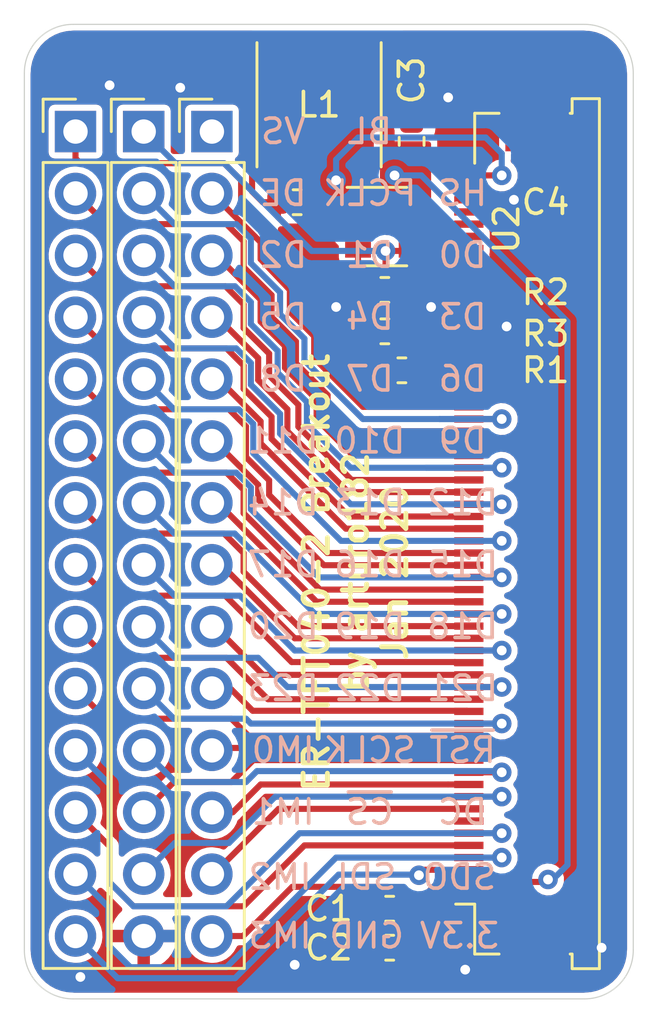
<source format=kicad_pcb>
(kicad_pcb (version 20190905) (host pcbnew "(5.99.0-222-g337244d42)")

  (general
    (thickness 1.6)
    (drawings 50)
    (tracks 369)
    (modules 13)
    (nets 54)
  )

  (page "A4")
  (layers
    (0 "F.Cu" signal)
    (31 "B.Cu" signal)
    (32 "B.Adhes" user)
    (33 "F.Adhes" user)
    (34 "B.Paste" user)
    (35 "F.Paste" user)
    (36 "B.SilkS" user hide)
    (37 "F.SilkS" user)
    (38 "B.Mask" user)
    (39 "F.Mask" user)
    (40 "Dwgs.User" user)
    (41 "Cmts.User" user)
    (42 "Eco1.User" user)
    (43 "Eco2.User" user)
    (44 "Edge.Cuts" user)
    (45 "Margin" user)
    (46 "B.CrtYd" user)
    (47 "F.CrtYd" user)
    (48 "B.Fab" user hide)
    (49 "F.Fab" user hide)
  )

  (setup
    (last_trace_width 0.25)
    (trace_clearance 0.2)
    (zone_clearance 0.254)
    (zone_45_only no)
    (trace_min 0.2)
    (via_size 0.8)
    (via_drill 0.4)
    (via_min_size 0.4)
    (via_min_drill 0.3)
    (uvia_size 0.3)
    (uvia_drill 0.1)
    (uvias_allowed no)
    (uvia_min_size 0.2)
    (uvia_min_drill 0.1)
    (max_error 0.005)
    (defaults
      (edge_clearance 0.01)
      (edge_cuts_line_width 0.05)
      (courtyard_line_width 0.05)
      (copper_line_width 0.2)
      (copper_text_dims (size 1.5 1.5) (thickness 0.3))
      (silk_line_width 0.12)
      (silk_text_dims (size 1 1) (thickness 0.15))
      (other_layers_line_width 0.1)
      (other_layers_text_dims (size 1 1) (thickness 0.15))
    )
    (pad_size 1.524 1.524)
    (pad_drill 0.762)
    (pad_to_mask_clearance 0.051)
    (solder_mask_min_width 0.25)
    (aux_axis_origin 0 0)
    (visible_elements 7FFFFFFF)
    (pcbplotparams
      (layerselection 0x010fc_ffffffff)
      (usegerberextensions true)
      (usegerberattributes false)
      (usegerberadvancedattributes false)
      (creategerberjobfile false)
      (excludeedgelayer true)
      (linewidth 0.100000)
      (plotframeref false)
      (viasonmask false)
      (mode 1)
      (useauxorigin false)
      (hpglpennumber 1)
      (hpglpenspeed 20)
      (hpglpendiameter 15.000000)
      (psnegative false)
      (psa4output false)
      (plotreference true)
      (plotvalue true)
      (plotinvisibletext false)
      (padsonsilk false)
      (subtractmaskfromsilk false)
      (outputformat 1)
      (mirror false)
      (drillshape 0)
      (scaleselection 1)
      (outputdirectory "gerb/")
    )
  )

  (net 0 "")
  (net 1 "GND")
  (net 2 "+3V3")
  (net 3 "Net-(C2-Pad1)")
  (net 4 "/D4")
  (net 5 "/D23")
  (net 6 "/D3")
  (net 7 "/D22")
  (net 8 "/D2")
  (net 9 "/D21")
  (net 10 "/D1")
  (net 11 "/D20")
  (net 12 "/D0")
  (net 13 "/D19")
  (net 14 "/BL_CTRL")
  (net 15 "/D18")
  (net 16 "/DE")
  (net 17 "/D17")
  (net 18 "/PCLK")
  (net 19 "/D16")
  (net 20 "/HS")
  (net 21 "/D15")
  (net 22 "/VS")
  (net 23 "/D14")
  (net 24 "/IM3")
  (net 25 "/D13")
  (net 26 "/IM2")
  (net 27 "/D12")
  (net 28 "/IM1")
  (net 29 "/D11")
  (net 30 "/IM0")
  (net 31 "/D10")
  (net 32 "/~RST~")
  (net 33 "/D9")
  (net 34 "/SCLK")
  (net 35 "/D8")
  (net 36 "/DC")
  (net 37 "/D7")
  (net 38 "/SDI")
  (net 39 "/D6")
  (net 40 "/SDO")
  (net 41 "/D5")
  (net 42 "/~CS~")
  (net 43 "Net-(U1-Pad51)")
  (net 44 "Net-(U1-Pad55)")
  (net 45 "Net-(U1-Pad52)")
  (net 46 "Net-(U1-Pad53)")
  (net 47 "Net-(U1-Pad54)")
  (net 48 "Net-(U1-Pad56)")
  (net 49 "Net-(U1-Pad7)")
  (net 50 "Net-(J3-Pad1)")
  (net 51 "Net-(C4-Pad1)")
  (net 52 "Net-(R2-Pad2)")
  (net 53 "Net-(R2-Pad1)")

  (net_class "Default" "This is the default net class."
    (clearance 0.2)
    (trace_width 0.25)
    (via_dia 0.8)
    (via_drill 0.4)
    (uvia_dia 0.3)
    (uvia_drill 0.1)
    (add_net "+3V3")
    (add_net "/BL_CTRL")
    (add_net "/D0")
    (add_net "/D1")
    (add_net "/D10")
    (add_net "/D11")
    (add_net "/D12")
    (add_net "/D13")
    (add_net "/D14")
    (add_net "/D15")
    (add_net "/D16")
    (add_net "/D17")
    (add_net "/D18")
    (add_net "/D19")
    (add_net "/D2")
    (add_net "/D20")
    (add_net "/D21")
    (add_net "/D22")
    (add_net "/D23")
    (add_net "/D3")
    (add_net "/D4")
    (add_net "/D5")
    (add_net "/D6")
    (add_net "/D7")
    (add_net "/D8")
    (add_net "/D9")
    (add_net "/DC")
    (add_net "/DE")
    (add_net "/HS")
    (add_net "/IM0")
    (add_net "/IM1")
    (add_net "/IM2")
    (add_net "/IM3")
    (add_net "/PCLK")
    (add_net "/SCLK")
    (add_net "/SDI")
    (add_net "/SDO")
    (add_net "/VS")
    (add_net "/~CS~")
    (add_net "/~RST~")
    (add_net "GND")
    (add_net "Net-(C2-Pad1)")
    (add_net "Net-(C4-Pad1)")
    (add_net "Net-(J3-Pad1)")
    (add_net "Net-(R2-Pad1)")
    (add_net "Net-(R2-Pad2)")
    (add_net "Net-(U1-Pad51)")
    (add_net "Net-(U1-Pad52)")
    (add_net "Net-(U1-Pad53)")
    (add_net "Net-(U1-Pad54)")
    (add_net "Net-(U1-Pad55)")
    (add_net "Net-(U1-Pad56)")
    (add_net "Net-(U1-Pad7)")
  )

  (module "Package_TO_SOT_SMD:SOT-23-6" (layer "F.Cu") (tedit 5A02FF57) (tstamp 5E217538)
    (at 178.8 84.3)
    (descr "6-pin SOT-23 package")
    (tags "SOT-23-6")
    (path "/5E6A07F2")
    (attr smd)
    (fp_text reference "U2" (at 5 0.1 90) (layer "F.SilkS")
      (effects (font (size 1 1) (thickness 0.15)))
    )
    (fp_text value "TLV61046ADB" (at 0 2.9) (layer "F.Fab")
      (effects (font (size 1 1) (thickness 0.15)))
    )
    (fp_line (start 0.9 -1.55) (end 0.9 1.55) (layer "F.Fab") (width 0.1))
    (fp_line (start 0.9 1.55) (end -0.9 1.55) (layer "F.Fab") (width 0.1))
    (fp_line (start -0.9 -0.9) (end -0.9 1.55) (layer "F.Fab") (width 0.1))
    (fp_line (start 0.9 -1.55) (end -0.25 -1.55) (layer "F.Fab") (width 0.1))
    (fp_line (start -0.9 -0.9) (end -0.25 -1.55) (layer "F.Fab") (width 0.1))
    (fp_line (start -1.9 -1.8) (end -1.9 1.8) (layer "F.CrtYd") (width 0.05))
    (fp_line (start -1.9 1.8) (end 1.9 1.8) (layer "F.CrtYd") (width 0.05))
    (fp_line (start 1.9 1.8) (end 1.9 -1.8) (layer "F.CrtYd") (width 0.05))
    (fp_line (start 1.9 -1.8) (end -1.9 -1.8) (layer "F.CrtYd") (width 0.05))
    (fp_line (start 0.9 -1.61) (end -1.55 -1.61) (layer "F.SilkS") (width 0.12))
    (fp_line (start -0.9 1.61) (end 0.9 1.61) (layer "F.SilkS") (width 0.12))
    (fp_text user "%R" (at 0 0 90) (layer "F.Fab")
      (effects (font (size 0.5 0.5) (thickness 0.075)))
    )
    (pad "5" smd rect (at 1.1 0) (size 1.06 0.65) (layers "F.Cu" "F.Paste" "F.Mask")
      (net 53 "Net-(R2-Pad1)"))
    (pad "6" smd rect (at 1.1 -0.95) (size 1.06 0.65) (layers "F.Cu" "F.Paste" "F.Mask")
      (net 2 "+3V3"))
    (pad "4" smd rect (at 1.1 0.95) (size 1.06 0.65) (layers "F.Cu" "F.Paste" "F.Mask")
      (net 14 "/BL_CTRL"))
    (pad "3" smd rect (at -1.1 0.95) (size 1.06 0.65) (layers "F.Cu" "F.Paste" "F.Mask")
      (net 52 "Net-(R2-Pad2)"))
    (pad "2" smd rect (at -1.1 0) (size 1.06 0.65) (layers "F.Cu" "F.Paste" "F.Mask")
      (net 1 "GND"))
    (pad "1" smd rect (at -1.1 -0.95) (size 1.06 0.65) (layers "F.Cu" "F.Paste" "F.Mask")
      (net 51 "Net-(C4-Pad1)"))
    (model "${KISYS3DMOD}/Package_TO_SOT_SMD.3dshapes/SOT-23-6.wrl"
      (at (xyz 0 0 0))
      (scale (xyz 1 1 1))
      (rotate (xyz 0 0 0))
    )
  )

  (module "Resistor_SMD:R_0603_1608Metric" (layer "F.Cu") (tedit 5B301BBD) (tstamp 5E217452)
    (at 178.8 88.6)
    (descr "Resistor SMD 0603 (1608 Metric), square (rectangular) end terminal, IPC_7351 nominal, (Body size source: http://www.tortai-tech.com/upload/download/2011102023233369053.pdf), generated with kicad-footprint-generator")
    (tags "resistor")
    (path "/5E6A78C9")
    (attr smd)
    (fp_text reference "R3" (at 6.6 0.1) (layer "F.SilkS")
      (effects (font (size 1 1) (thickness 0.15)))
    )
    (fp_text value "71.5k" (at 0 1.43) (layer "F.Fab")
      (effects (font (size 1 1) (thickness 0.15)))
    )
    (fp_text user "%R" (at 0 0) (layer "F.Fab")
      (effects (font (size 0.4 0.4) (thickness 0.06)))
    )
    (fp_line (start 1.48 0.73) (end -1.48 0.73) (layer "F.CrtYd") (width 0.05))
    (fp_line (start 1.48 -0.73) (end 1.48 0.73) (layer "F.CrtYd") (width 0.05))
    (fp_line (start -1.48 -0.73) (end 1.48 -0.73) (layer "F.CrtYd") (width 0.05))
    (fp_line (start -1.48 0.73) (end -1.48 -0.73) (layer "F.CrtYd") (width 0.05))
    (fp_line (start -0.162779 0.51) (end 0.162779 0.51) (layer "F.SilkS") (width 0.12))
    (fp_line (start -0.162779 -0.51) (end 0.162779 -0.51) (layer "F.SilkS") (width 0.12))
    (fp_line (start 0.8 0.4) (end -0.8 0.4) (layer "F.Fab") (width 0.1))
    (fp_line (start 0.8 -0.4) (end 0.8 0.4) (layer "F.Fab") (width 0.1))
    (fp_line (start -0.8 -0.4) (end 0.8 -0.4) (layer "F.Fab") (width 0.1))
    (fp_line (start -0.8 0.4) (end -0.8 -0.4) (layer "F.Fab") (width 0.1))
    (pad "2" smd roundrect (at 0.7875 0) (size 0.875 0.95) (layers "F.Cu" "F.Paste" "F.Mask") (roundrect_rratio 0.25)
      (net 1 "GND"))
    (pad "1" smd roundrect (at -0.7875 0) (size 0.875 0.95) (layers "F.Cu" "F.Paste" "F.Mask") (roundrect_rratio 0.25)
      (net 52 "Net-(R2-Pad2)"))
    (model "${KISYS3DMOD}/Resistor_SMD.3dshapes/R_0603_1608Metric.wrl"
      (at (xyz 0 0 0))
      (scale (xyz 1 1 1))
      (rotate (xyz 0 0 0))
    )
  )

  (module "Resistor_SMD:R_0603_1608Metric" (layer "F.Cu") (tedit 5B301BBD) (tstamp 5E217441)
    (at 178.8 86.9 180)
    (descr "Resistor SMD 0603 (1608 Metric), square (rectangular) end terminal, IPC_7351 nominal, (Body size source: http://www.tortai-tech.com/upload/download/2011102023233369053.pdf), generated with kicad-footprint-generator")
    (tags "resistor")
    (path "/5E6A6CAA")
    (attr smd)
    (fp_text reference "R2" (at -6.6 -0.1) (layer "F.SilkS")
      (effects (font (size 1 1) (thickness 0.15)))
    )
    (fp_text value "1M" (at 0 1.43) (layer "F.Fab")
      (effects (font (size 1 1) (thickness 0.15)))
    )
    (fp_text user "%R" (at 0 0) (layer "F.Fab")
      (effects (font (size 0.4 0.4) (thickness 0.06)))
    )
    (fp_line (start 1.48 0.73) (end -1.48 0.73) (layer "F.CrtYd") (width 0.05))
    (fp_line (start 1.48 -0.73) (end 1.48 0.73) (layer "F.CrtYd") (width 0.05))
    (fp_line (start -1.48 -0.73) (end 1.48 -0.73) (layer "F.CrtYd") (width 0.05))
    (fp_line (start -1.48 0.73) (end -1.48 -0.73) (layer "F.CrtYd") (width 0.05))
    (fp_line (start -0.162779 0.51) (end 0.162779 0.51) (layer "F.SilkS") (width 0.12))
    (fp_line (start -0.162779 -0.51) (end 0.162779 -0.51) (layer "F.SilkS") (width 0.12))
    (fp_line (start 0.8 0.4) (end -0.8 0.4) (layer "F.Fab") (width 0.1))
    (fp_line (start 0.8 -0.4) (end 0.8 0.4) (layer "F.Fab") (width 0.1))
    (fp_line (start -0.8 -0.4) (end 0.8 -0.4) (layer "F.Fab") (width 0.1))
    (fp_line (start -0.8 0.4) (end -0.8 -0.4) (layer "F.Fab") (width 0.1))
    (pad "2" smd roundrect (at 0.7875 0 180) (size 0.875 0.95) (layers "F.Cu" "F.Paste" "F.Mask") (roundrect_rratio 0.25)
      (net 52 "Net-(R2-Pad2)"))
    (pad "1" smd roundrect (at -0.7875 0 180) (size 0.875 0.95) (layers "F.Cu" "F.Paste" "F.Mask") (roundrect_rratio 0.25)
      (net 53 "Net-(R2-Pad1)"))
    (model "${KISYS3DMOD}/Resistor_SMD.3dshapes/R_0603_1608Metric.wrl"
      (at (xyz 0 0 0))
      (scale (xyz 1 1 1))
      (rotate (xyz 0 0 0))
    )
  )

  (module "Resistor_SMD:R_0603_1608Metric" (layer "F.Cu") (tedit 5B301BBD) (tstamp 5E217430)
    (at 179.5 90.2)
    (descr "Resistor SMD 0603 (1608 Metric), square (rectangular) end terminal, IPC_7351 nominal, (Body size source: http://www.tortai-tech.com/upload/download/2011102023233369053.pdf), generated with kicad-footprint-generator")
    (tags "resistor")
    (path "/5E6C0645")
    (attr smd)
    (fp_text reference "R1" (at 5.9 0) (layer "F.SilkS")
      (effects (font (size 1 1) (thickness 0.15)))
    )
    (fp_text value "10K" (at 0 1.43) (layer "F.Fab")
      (effects (font (size 1 1) (thickness 0.15)))
    )
    (fp_text user "%R" (at 0 0) (layer "F.Fab")
      (effects (font (size 0.4 0.4) (thickness 0.06)))
    )
    (fp_line (start 1.48 0.73) (end -1.48 0.73) (layer "F.CrtYd") (width 0.05))
    (fp_line (start 1.48 -0.73) (end 1.48 0.73) (layer "F.CrtYd") (width 0.05))
    (fp_line (start -1.48 -0.73) (end 1.48 -0.73) (layer "F.CrtYd") (width 0.05))
    (fp_line (start -1.48 0.73) (end -1.48 -0.73) (layer "F.CrtYd") (width 0.05))
    (fp_line (start -0.162779 0.51) (end 0.162779 0.51) (layer "F.SilkS") (width 0.12))
    (fp_line (start -0.162779 -0.51) (end 0.162779 -0.51) (layer "F.SilkS") (width 0.12))
    (fp_line (start 0.8 0.4) (end -0.8 0.4) (layer "F.Fab") (width 0.1))
    (fp_line (start 0.8 -0.4) (end 0.8 0.4) (layer "F.Fab") (width 0.1))
    (fp_line (start -0.8 -0.4) (end 0.8 -0.4) (layer "F.Fab") (width 0.1))
    (fp_line (start -0.8 0.4) (end -0.8 -0.4) (layer "F.Fab") (width 0.1))
    (pad "2" smd roundrect (at 0.7875 0) (size 0.875 0.95) (layers "F.Cu" "F.Paste" "F.Mask") (roundrect_rratio 0.25)
      (net 1 "GND"))
    (pad "1" smd roundrect (at -0.7875 0) (size 0.875 0.95) (layers "F.Cu" "F.Paste" "F.Mask") (roundrect_rratio 0.25)
      (net 14 "/BL_CTRL"))
    (model "${KISYS3DMOD}/Resistor_SMD.3dshapes/R_0603_1608Metric.wrl"
      (at (xyz 0 0 0))
      (scale (xyz 1 1 1))
      (rotate (xyz 0 0 0))
    )
  )

  (module "Inductor_SMD:L_Taiyo-Yuden_NR-50xx" (layer "F.Cu") (tedit 5990349D) (tstamp 5E21741F)
    (at 176.1 79.3 -90)
    (descr "Inductor, Taiyo Yuden, NR series, Taiyo-Yuden_NR-50xx, 4.9mmx4.9mm")
    (tags "inductor taiyo-yuden nr smd")
    (path "/5E6BA59C")
    (attr smd)
    (fp_text reference "L1" (at 0 0 180) (layer "F.SilkS")
      (effects (font (size 1 1) (thickness 0.15)))
    )
    (fp_text value "NPI43C150MTRF" (at 0 3.95 90) (layer "F.Fab")
      (effects (font (size 1 1) (thickness 0.15)))
    )
    (fp_line (start 2.8 -2.75) (end -2.8 -2.75) (layer "F.CrtYd") (width 0.05))
    (fp_line (start 2.8 2.75) (end 2.8 -2.75) (layer "F.CrtYd") (width 0.05))
    (fp_line (start -2.8 2.75) (end 2.8 2.75) (layer "F.CrtYd") (width 0.05))
    (fp_line (start -2.8 -2.75) (end -2.8 2.75) (layer "F.CrtYd") (width 0.05))
    (fp_line (start -2.55 2.55) (end 2.55 2.55) (layer "F.SilkS") (width 0.12))
    (fp_line (start -2.55 -2.55) (end 2.55 -2.55) (layer "F.SilkS") (width 0.12))
    (fp_line (start -1.65 2.45) (end 0 2.45) (layer "F.Fab") (width 0.1))
    (fp_line (start -2.45 1.65) (end -1.65 2.45) (layer "F.Fab") (width 0.1))
    (fp_line (start -2.45 0) (end -2.45 1.65) (layer "F.Fab") (width 0.1))
    (fp_line (start 1.65 2.45) (end 0 2.45) (layer "F.Fab") (width 0.1))
    (fp_line (start 2.45 1.65) (end 1.65 2.45) (layer "F.Fab") (width 0.1))
    (fp_line (start 2.45 0) (end 2.45 1.65) (layer "F.Fab") (width 0.1))
    (fp_line (start 1.65 -2.45) (end 0 -2.45) (layer "F.Fab") (width 0.1))
    (fp_line (start 2.45 -1.65) (end 1.65 -2.45) (layer "F.Fab") (width 0.1))
    (fp_line (start 2.45 0) (end 2.45 -1.65) (layer "F.Fab") (width 0.1))
    (fp_line (start -1.65 -2.45) (end 0 -2.45) (layer "F.Fab") (width 0.1))
    (fp_line (start -2.45 -1.65) (end -1.65 -2.45) (layer "F.Fab") (width 0.1))
    (fp_line (start -2.45 0) (end -2.45 -1.65) (layer "F.Fab") (width 0.1))
    (fp_text user "%R" (at 0 0 90) (layer "F.Fab")
      (effects (font (size 1 1) (thickness 0.15)))
    )
    (pad "2" smd rect (at 1.8 0 270) (size 1.5 4.2) (layers "F.Cu" "F.Paste" "F.Mask")
      (net 51 "Net-(C4-Pad1)"))
    (pad "1" smd rect (at -1.8 0 270) (size 1.5 4.2) (layers "F.Cu" "F.Paste" "F.Mask")
      (net 2 "+3V3"))
    (model "C:/Program Files/KiCad/share/kicad/modules/packages3D/Inductor_SMD.3dshapes/L_Bourns_SRR1260.step"
      (at (xyz 0 0 0))
      (scale (xyz 0.4 0.4 0.4))
      (rotate (xyz 0 0 0))
    )
  )

  (module "Capacitor_SMD:C_0603_1608Metric" (layer "F.Cu") (tedit 5B301BBE) (tstamp 5E217340)
    (at 175.2 83.3 180)
    (descr "Capacitor SMD 0603 (1608 Metric), square (rectangular) end terminal, IPC_7351 nominal, (Body size source: http://www.tortai-tech.com/upload/download/2011102023233369053.pdf), generated with kicad-footprint-generator")
    (tags "capacitor")
    (path "/5E6AB1D6")
    (attr smd)
    (fp_text reference "C4" (at -10.2 0) (layer "F.SilkS")
      (effects (font (size 1 1) (thickness 0.15)))
    )
    (fp_text value "1uF" (at 0 1.43) (layer "F.Fab")
      (effects (font (size 1 1) (thickness 0.15)))
    )
    (fp_text user "%R" (at 0 0) (layer "F.Fab")
      (effects (font (size 0.4 0.4) (thickness 0.06)))
    )
    (fp_line (start 1.48 0.73) (end -1.48 0.73) (layer "F.CrtYd") (width 0.05))
    (fp_line (start 1.48 -0.73) (end 1.48 0.73) (layer "F.CrtYd") (width 0.05))
    (fp_line (start -1.48 -0.73) (end 1.48 -0.73) (layer "F.CrtYd") (width 0.05))
    (fp_line (start -1.48 0.73) (end -1.48 -0.73) (layer "F.CrtYd") (width 0.05))
    (fp_line (start -0.162779 0.51) (end 0.162779 0.51) (layer "F.SilkS") (width 0.12))
    (fp_line (start -0.162779 -0.51) (end 0.162779 -0.51) (layer "F.SilkS") (width 0.12))
    (fp_line (start 0.8 0.4) (end -0.8 0.4) (layer "F.Fab") (width 0.1))
    (fp_line (start 0.8 -0.4) (end 0.8 0.4) (layer "F.Fab") (width 0.1))
    (fp_line (start -0.8 -0.4) (end 0.8 -0.4) (layer "F.Fab") (width 0.1))
    (fp_line (start -0.8 0.4) (end -0.8 -0.4) (layer "F.Fab") (width 0.1))
    (pad "2" smd roundrect (at 0.7875 0 180) (size 0.875 0.95) (layers "F.Cu" "F.Paste" "F.Mask") (roundrect_rratio 0.25)
      (net 1 "GND"))
    (pad "1" smd roundrect (at -0.7875 0 180) (size 0.875 0.95) (layers "F.Cu" "F.Paste" "F.Mask") (roundrect_rratio 0.25)
      (net 51 "Net-(C4-Pad1)"))
    (model "${KISYS3DMOD}/Capacitor_SMD.3dshapes/C_0603_1608Metric.wrl"
      (at (xyz 0 0 0))
      (scale (xyz 1 1 1))
      (rotate (xyz 0 0 0))
    )
  )

  (module "Capacitor_SMD:C_0603_1608Metric" (layer "F.Cu") (tedit 5B301BBE) (tstamp 5E21732F)
    (at 179.9 80.8 -90)
    (descr "Capacitor SMD 0603 (1608 Metric), square (rectangular) end terminal, IPC_7351 nominal, (Body size source: http://www.tortai-tech.com/upload/download/2011102023233369053.pdf), generated with kicad-footprint-generator")
    (tags "capacitor")
    (path "/5E6A32F4")
    (attr smd)
    (fp_text reference "C3" (at -2.5 0 90) (layer "F.SilkS")
      (effects (font (size 1 1) (thickness 0.15)))
    )
    (fp_text value "10uF" (at 0 1.43 90) (layer "F.Fab")
      (effects (font (size 1 1) (thickness 0.15)))
    )
    (fp_text user "%R" (at 0 0 90) (layer "F.Fab")
      (effects (font (size 0.4 0.4) (thickness 0.06)))
    )
    (fp_line (start 1.48 0.73) (end -1.48 0.73) (layer "F.CrtYd") (width 0.05))
    (fp_line (start 1.48 -0.73) (end 1.48 0.73) (layer "F.CrtYd") (width 0.05))
    (fp_line (start -1.48 -0.73) (end 1.48 -0.73) (layer "F.CrtYd") (width 0.05))
    (fp_line (start -1.48 0.73) (end -1.48 -0.73) (layer "F.CrtYd") (width 0.05))
    (fp_line (start -0.162779 0.51) (end 0.162779 0.51) (layer "F.SilkS") (width 0.12))
    (fp_line (start -0.162779 -0.51) (end 0.162779 -0.51) (layer "F.SilkS") (width 0.12))
    (fp_line (start 0.8 0.4) (end -0.8 0.4) (layer "F.Fab") (width 0.1))
    (fp_line (start 0.8 -0.4) (end 0.8 0.4) (layer "F.Fab") (width 0.1))
    (fp_line (start -0.8 -0.4) (end 0.8 -0.4) (layer "F.Fab") (width 0.1))
    (fp_line (start -0.8 0.4) (end -0.8 -0.4) (layer "F.Fab") (width 0.1))
    (pad "2" smd roundrect (at 0.7875 0 270) (size 0.875 0.95) (layers "F.Cu" "F.Paste" "F.Mask") (roundrect_rratio 0.25)
      (net 2 "+3V3"))
    (pad "1" smd roundrect (at -0.7875 0 270) (size 0.875 0.95) (layers "F.Cu" "F.Paste" "F.Mask") (roundrect_rratio 0.25)
      (net 1 "GND"))
    (model "${KISYS3DMOD}/Capacitor_SMD.3dshapes/C_0603_1608Metric.wrl"
      (at (xyz 0 0 0))
      (scale (xyz 1 1 1))
      (rotate (xyz 0 0 0))
    )
  )

  (module "Connector_PinHeader_2.54mm:PinHeader_1x14_P2.54mm_Vertical" (layer "F.Cu") (tedit 59FED5CC) (tstamp 5E2138C1)
    (at 171.7 80.4)
    (descr "Through hole straight pin header, 1x14, 2.54mm pitch, single row")
    (tags "Through hole pin header THT 1x14 2.54mm single row")
    (path "/5E670C57")
    (fp_text reference "J3" (at 0 -2.33) (layer "F.SilkS") hide
      (effects (font (size 1 1) (thickness 0.15)))
    )
    (fp_text value "Conn_01x14" (at 0 35.35) (layer "F.Fab")
      (effects (font (size 1 1) (thickness 0.15)))
    )
    (fp_text user "%R" (at 0 16.51 90) (layer "F.Fab")
      (effects (font (size 1 1) (thickness 0.15)))
    )
    (fp_line (start 1.8 -1.8) (end -1.8 -1.8) (layer "F.CrtYd") (width 0.05))
    (fp_line (start 1.8 34.8) (end 1.8 -1.8) (layer "F.CrtYd") (width 0.05))
    (fp_line (start -1.8 34.8) (end 1.8 34.8) (layer "F.CrtYd") (width 0.05))
    (fp_line (start -1.8 -1.8) (end -1.8 34.8) (layer "F.CrtYd") (width 0.05))
    (fp_line (start -1.33 -1.33) (end 0 -1.33) (layer "F.SilkS") (width 0.12))
    (fp_line (start -1.33 0) (end -1.33 -1.33) (layer "F.SilkS") (width 0.12))
    (fp_line (start -1.33 1.27) (end 1.33 1.27) (layer "F.SilkS") (width 0.12))
    (fp_line (start 1.33 1.27) (end 1.33 34.35) (layer "F.SilkS") (width 0.12))
    (fp_line (start -1.33 1.27) (end -1.33 34.35) (layer "F.SilkS") (width 0.12))
    (fp_line (start -1.33 34.35) (end 1.33 34.35) (layer "F.SilkS") (width 0.12))
    (fp_line (start -1.27 -0.635) (end -0.635 -1.27) (layer "F.Fab") (width 0.1))
    (fp_line (start -1.27 34.29) (end -1.27 -0.635) (layer "F.Fab") (width 0.1))
    (fp_line (start 1.27 34.29) (end -1.27 34.29) (layer "F.Fab") (width 0.1))
    (fp_line (start 1.27 -1.27) (end 1.27 34.29) (layer "F.Fab") (width 0.1))
    (fp_line (start -0.635 -1.27) (end 1.27 -1.27) (layer "F.Fab") (width 0.1))
    (pad "14" thru_hole oval (at 0 33.02) (size 1.7 1.7) (drill 1) (layers *.Cu *.Mask)
      (net 2 "+3V3"))
    (pad "13" thru_hole oval (at 0 30.48) (size 1.7 1.7) (drill 1) (layers *.Cu *.Mask)
      (net 40 "/SDO"))
    (pad "12" thru_hole oval (at 0 27.94) (size 1.7 1.7) (drill 1) (layers *.Cu *.Mask)
      (net 36 "/DC"))
    (pad "11" thru_hole oval (at 0 25.4) (size 1.7 1.7) (drill 1) (layers *.Cu *.Mask)
      (net 32 "/~RST~"))
    (pad "10" thru_hole oval (at 0 22.86) (size 1.7 1.7) (drill 1) (layers *.Cu *.Mask)
      (net 9 "/D21"))
    (pad "9" thru_hole oval (at 0 20.32) (size 1.7 1.7) (drill 1) (layers *.Cu *.Mask)
      (net 15 "/D18"))
    (pad "8" thru_hole oval (at 0 17.78) (size 1.7 1.7) (drill 1) (layers *.Cu *.Mask)
      (net 21 "/D15"))
    (pad "7" thru_hole oval (at 0 15.24) (size 1.7 1.7) (drill 1) (layers *.Cu *.Mask)
      (net 27 "/D12"))
    (pad "6" thru_hole oval (at 0 12.7) (size 1.7 1.7) (drill 1) (layers *.Cu *.Mask)
      (net 33 "/D9"))
    (pad "5" thru_hole oval (at 0 10.16) (size 1.7 1.7) (drill 1) (layers *.Cu *.Mask)
      (net 39 "/D6"))
    (pad "4" thru_hole oval (at 0 7.62) (size 1.7 1.7) (drill 1) (layers *.Cu *.Mask)
      (net 6 "/D3"))
    (pad "3" thru_hole oval (at 0 5.08) (size 1.7 1.7) (drill 1) (layers *.Cu *.Mask)
      (net 12 "/D0"))
    (pad "2" thru_hole oval (at 0 2.54) (size 1.7 1.7) (drill 1) (layers *.Cu *.Mask)
      (net 20 "/HS"))
    (pad "1" thru_hole rect (at 0 0) (size 1.7 1.7) (drill 1) (layers *.Cu *.Mask)
      (net 50 "Net-(J3-Pad1)"))
    (model "${KISYS3DMOD}/Connector_PinHeader_2.54mm.3dshapes/PinHeader_1x14_P2.54mm_Vertical.wrl"
      (at (xyz 0 0 0))
      (scale (xyz 1 1 1))
      (rotate (xyz 0 0 0))
    )
  )

  (module "Connector_PinHeader_2.54mm:PinHeader_1x14_P2.54mm_Vertical" (layer "F.Cu") (tedit 59FED5CC) (tstamp 5E21389F)
    (at 168.9 80.4)
    (descr "Through hole straight pin header, 1x14, 2.54mm pitch, single row")
    (tags "Through hole pin header THT 1x14 2.54mm single row")
    (path "/5E66C947")
    (fp_text reference "J2" (at 0 -2.33) (layer "F.SilkS") hide
      (effects (font (size 1 1) (thickness 0.15)))
    )
    (fp_text value "Conn_01x14" (at 0 35.35) (layer "F.Fab")
      (effects (font (size 1 1) (thickness 0.15)))
    )
    (fp_text user "%R" (at 0 16.51 90) (layer "F.Fab")
      (effects (font (size 1 1) (thickness 0.15)))
    )
    (fp_line (start 1.8 -1.8) (end -1.8 -1.8) (layer "F.CrtYd") (width 0.05))
    (fp_line (start 1.8 34.8) (end 1.8 -1.8) (layer "F.CrtYd") (width 0.05))
    (fp_line (start -1.8 34.8) (end 1.8 34.8) (layer "F.CrtYd") (width 0.05))
    (fp_line (start -1.8 -1.8) (end -1.8 34.8) (layer "F.CrtYd") (width 0.05))
    (fp_line (start -1.33 -1.33) (end 0 -1.33) (layer "F.SilkS") (width 0.12))
    (fp_line (start -1.33 0) (end -1.33 -1.33) (layer "F.SilkS") (width 0.12))
    (fp_line (start -1.33 1.27) (end 1.33 1.27) (layer "F.SilkS") (width 0.12))
    (fp_line (start 1.33 1.27) (end 1.33 34.35) (layer "F.SilkS") (width 0.12))
    (fp_line (start -1.33 1.27) (end -1.33 34.35) (layer "F.SilkS") (width 0.12))
    (fp_line (start -1.33 34.35) (end 1.33 34.35) (layer "F.SilkS") (width 0.12))
    (fp_line (start -1.27 -0.635) (end -0.635 -1.27) (layer "F.Fab") (width 0.1))
    (fp_line (start -1.27 34.29) (end -1.27 -0.635) (layer "F.Fab") (width 0.1))
    (fp_line (start 1.27 34.29) (end -1.27 34.29) (layer "F.Fab") (width 0.1))
    (fp_line (start 1.27 -1.27) (end 1.27 34.29) (layer "F.Fab") (width 0.1))
    (fp_line (start -0.635 -1.27) (end 1.27 -1.27) (layer "F.Fab") (width 0.1))
    (pad "14" thru_hole oval (at 0 33.02) (size 1.7 1.7) (drill 1) (layers *.Cu *.Mask)
      (net 1 "GND"))
    (pad "13" thru_hole oval (at 0 30.48) (size 1.7 1.7) (drill 1) (layers *.Cu *.Mask)
      (net 38 "/SDI"))
    (pad "12" thru_hole oval (at 0 27.94) (size 1.7 1.7) (drill 1) (layers *.Cu *.Mask)
      (net 42 "/~CS~"))
    (pad "11" thru_hole oval (at 0 25.4) (size 1.7 1.7) (drill 1) (layers *.Cu *.Mask)
      (net 34 "/SCLK"))
    (pad "10" thru_hole oval (at 0 22.86) (size 1.7 1.7) (drill 1) (layers *.Cu *.Mask)
      (net 7 "/D22"))
    (pad "9" thru_hole oval (at 0 20.32) (size 1.7 1.7) (drill 1) (layers *.Cu *.Mask)
      (net 13 "/D19"))
    (pad "8" thru_hole oval (at 0 17.78) (size 1.7 1.7) (drill 1) (layers *.Cu *.Mask)
      (net 19 "/D16"))
    (pad "7" thru_hole oval (at 0 15.24) (size 1.7 1.7) (drill 1) (layers *.Cu *.Mask)
      (net 25 "/D13"))
    (pad "6" thru_hole oval (at 0 12.7) (size 1.7 1.7) (drill 1) (layers *.Cu *.Mask)
      (net 31 "/D10"))
    (pad "5" thru_hole oval (at 0 10.16) (size 1.7 1.7) (drill 1) (layers *.Cu *.Mask)
      (net 37 "/D7"))
    (pad "4" thru_hole oval (at 0 7.62) (size 1.7 1.7) (drill 1) (layers *.Cu *.Mask)
      (net 4 "/D4"))
    (pad "3" thru_hole oval (at 0 5.08) (size 1.7 1.7) (drill 1) (layers *.Cu *.Mask)
      (net 10 "/D1"))
    (pad "2" thru_hole oval (at 0 2.54) (size 1.7 1.7) (drill 1) (layers *.Cu *.Mask)
      (net 18 "/PCLK"))
    (pad "1" thru_hole rect (at 0 0) (size 1.7 1.7) (drill 1) (layers *.Cu *.Mask)
      (net 14 "/BL_CTRL"))
    (model "${KISYS3DMOD}/Connector_PinHeader_2.54mm.3dshapes/PinHeader_1x14_P2.54mm_Vertical.wrl"
      (at (xyz 0 0 0))
      (scale (xyz 1 1 1))
      (rotate (xyz 0 0 0))
    )
  )

  (module "Connector_PinHeader_2.54mm:PinHeader_1x14_P2.54mm_Vertical" (layer "F.Cu") (tedit 59FED5CC) (tstamp 5E21387D)
    (at 166.1 80.4)
    (descr "Through hole straight pin header, 1x14, 2.54mm pitch, single row")
    (tags "Through hole pin header THT 1x14 2.54mm single row")
    (path "/5E664283")
    (fp_text reference "J1" (at 0 -2.33) (layer "F.SilkS") hide
      (effects (font (size 1 1) (thickness 0.15)))
    )
    (fp_text value "Conn_01x14" (at 0 35.35) (layer "F.Fab")
      (effects (font (size 1 1) (thickness 0.15)))
    )
    (fp_text user "%R" (at 0 16.51 90) (layer "F.Fab")
      (effects (font (size 1 1) (thickness 0.15)))
    )
    (fp_line (start 1.8 -1.8) (end -1.8 -1.8) (layer "F.CrtYd") (width 0.05))
    (fp_line (start 1.8 34.8) (end 1.8 -1.8) (layer "F.CrtYd") (width 0.05))
    (fp_line (start -1.8 34.8) (end 1.8 34.8) (layer "F.CrtYd") (width 0.05))
    (fp_line (start -1.8 -1.8) (end -1.8 34.8) (layer "F.CrtYd") (width 0.05))
    (fp_line (start -1.33 -1.33) (end 0 -1.33) (layer "F.SilkS") (width 0.12))
    (fp_line (start -1.33 0) (end -1.33 -1.33) (layer "F.SilkS") (width 0.12))
    (fp_line (start -1.33 1.27) (end 1.33 1.27) (layer "F.SilkS") (width 0.12))
    (fp_line (start 1.33 1.27) (end 1.33 34.35) (layer "F.SilkS") (width 0.12))
    (fp_line (start -1.33 1.27) (end -1.33 34.35) (layer "F.SilkS") (width 0.12))
    (fp_line (start -1.33 34.35) (end 1.33 34.35) (layer "F.SilkS") (width 0.12))
    (fp_line (start -1.27 -0.635) (end -0.635 -1.27) (layer "F.Fab") (width 0.1))
    (fp_line (start -1.27 34.29) (end -1.27 -0.635) (layer "F.Fab") (width 0.1))
    (fp_line (start 1.27 34.29) (end -1.27 34.29) (layer "F.Fab") (width 0.1))
    (fp_line (start 1.27 -1.27) (end 1.27 34.29) (layer "F.Fab") (width 0.1))
    (fp_line (start -0.635 -1.27) (end 1.27 -1.27) (layer "F.Fab") (width 0.1))
    (pad "14" thru_hole oval (at 0 33.02) (size 1.7 1.7) (drill 1) (layers *.Cu *.Mask)
      (net 24 "/IM3"))
    (pad "13" thru_hole oval (at 0 30.48) (size 1.7 1.7) (drill 1) (layers *.Cu *.Mask)
      (net 26 "/IM2"))
    (pad "12" thru_hole oval (at 0 27.94) (size 1.7 1.7) (drill 1) (layers *.Cu *.Mask)
      (net 28 "/IM1"))
    (pad "11" thru_hole oval (at 0 25.4) (size 1.7 1.7) (drill 1) (layers *.Cu *.Mask)
      (net 30 "/IM0"))
    (pad "10" thru_hole oval (at 0 22.86) (size 1.7 1.7) (drill 1) (layers *.Cu *.Mask)
      (net 5 "/D23"))
    (pad "9" thru_hole oval (at 0 20.32) (size 1.7 1.7) (drill 1) (layers *.Cu *.Mask)
      (net 11 "/D20"))
    (pad "8" thru_hole oval (at 0 17.78) (size 1.7 1.7) (drill 1) (layers *.Cu *.Mask)
      (net 17 "/D17"))
    (pad "7" thru_hole oval (at 0 15.24) (size 1.7 1.7) (drill 1) (layers *.Cu *.Mask)
      (net 23 "/D14"))
    (pad "6" thru_hole oval (at 0 12.7) (size 1.7 1.7) (drill 1) (layers *.Cu *.Mask)
      (net 29 "/D11"))
    (pad "5" thru_hole oval (at 0 10.16) (size 1.7 1.7) (drill 1) (layers *.Cu *.Mask)
      (net 35 "/D8"))
    (pad "4" thru_hole oval (at 0 7.62) (size 1.7 1.7) (drill 1) (layers *.Cu *.Mask)
      (net 41 "/D5"))
    (pad "3" thru_hole oval (at 0 5.08) (size 1.7 1.7) (drill 1) (layers *.Cu *.Mask)
      (net 8 "/D2"))
    (pad "2" thru_hole oval (at 0 2.54) (size 1.7 1.7) (drill 1) (layers *.Cu *.Mask)
      (net 16 "/DE"))
    (pad "1" thru_hole rect (at 0 0) (size 1.7 1.7) (drill 1) (layers *.Cu *.Mask)
      (net 22 "/VS"))
    (model "${KISYS3DMOD}/Connector_PinHeader_2.54mm.3dshapes/PinHeader_1x14_P2.54mm_Vertical.wrl"
      (at (xyz 0 0 0))
      (scale (xyz 1 1 1))
      (rotate (xyz 0 0 0))
    )
  )

  (module "Connector_FFC-FPC_Extra:Molex_54132-5033_1x60-1MP_P0.5mm_Horizontal" (layer "F.Cu") (tedit 5E1D9AA8) (tstamp 5E21311A)
    (at 183.9 96.7 90)
    (descr "Molex FFC/FPC connector, 60 bottom-side contacts, 0.5mm pitch, 2.0mm height, https://www.molex.com/pdm_docs/sd/541325033_sd.pdf")
    (tags "FFC FPC")
    (path "/5E5F579F")
    (attr smd)
    (fp_text reference "U1" (at 0 -3.75 90) (layer "F.SilkS") hide
      (effects (font (size 1 1) (thickness 0.15)))
    )
    (fp_text value "ER-TFT040-2" (at 0 7 90) (layer "F.Fab")
      (effects (font (size 1 1) (thickness 0.15)))
    )
    (fp_line (start 18.3 5.7) (end -18.8 5.7) (layer "F.CrtYd") (width 0.05))
    (fp_line (start 18.3 5.7) (end 18.3 -2.75) (layer "F.CrtYd") (width 0.05))
    (fp_line (start -18.8 -2.75) (end -18.8 5.7) (layer "F.CrtYd") (width 0.05))
    (fp_line (start -18.8 -2.75) (end 18.3 -2.75) (layer "F.CrtYd") (width 0.05))
    (fp_line (start -17.46 2.59) (end -17.46 2.51) (layer "F.SilkS") (width 0.12))
    (fp_line (start -18.06 2.59) (end -17.46 2.59) (layer "F.SilkS") (width 0.12))
    (fp_line (start -18.06 2.59) (end -18.06 3.71) (layer "F.SilkS") (width 0.12))
    (fp_line (start 17.65 3.71) (end -18.06 3.71) (layer "F.SilkS") (width 0.12))
    (fp_line (start 17.65 2.59) (end 17.65 3.71) (layer "F.SilkS") (width 0.12))
    (fp_line (start 17.05 2.59) (end 17.05 2.51) (layer "F.SilkS") (width 0.12))
    (fp_line (start 17.05 2.59) (end 17.65 2.59) (layer "F.SilkS") (width 0.12))
    (fp_line (start 17.05 -1.41) (end 15 -1.41) (layer "F.SilkS") (width 0.12))
    (fp_line (start 17.05 -1.41) (end 17.05 -0.41) (layer "F.SilkS") (width 0.12))
    (fp_line (start -17.46 -1.41) (end -17.46 -0.41) (layer "F.SilkS") (width 0.12))
    (fp_line (start -15.41 -1.41) (end -15.41 -2.19) (layer "F.SilkS") (width 0.12))
    (fp_line (start -15.41 -1.41) (end -17.46 -1.41) (layer "F.SilkS") (width 0.12))
    (fp_line (start 16.99 3.65) (end 16.99 4.2) (layer "F.Fab") (width 0.1))
    (fp_line (start -17.4 3.65) (end -17.4 4.2) (layer "F.Fab") (width 0.1))
    (fp_line (start -18 4.2) (end -17.4 4.2) (layer "F.Fab") (width 0.1))
    (fp_line (start 16.99 4.2) (end 17.59 4.2) (layer "F.Fab") (width 0.1))
    (fp_line (start 17.59 4.2) (end 17.59 5.2) (layer "F.Fab") (width 0.1))
    (fp_line (start -18 4.2) (end -18 5.2) (layer "F.Fab") (width 0.1))
    (fp_line (start -18 5.2) (end 17.59 5.2) (layer "F.Fab") (width 0.1))
    (fp_line (start 16.99 2.6) (end 16.99 2.65) (layer "F.Fab") (width 0.1))
    (fp_line (start 16.99 2.65) (end 17.59 2.65) (layer "F.Fab") (width 0.1))
    (fp_line (start 17.59 2.65) (end 17.59 3.65) (layer "F.Fab") (width 0.1))
    (fp_line (start -17.4 2.6) (end -17.4 2.65) (layer "F.Fab") (width 0.1))
    (fp_line (start -18 2.65) (end -17.4 2.65) (layer "F.Fab") (width 0.1))
    (fp_line (start -18 2.65) (end -18 3.65) (layer "F.Fab") (width 0.1))
    (fp_line (start -17.4 3.65) (end 17.59 3.65) (layer "F.Fab") (width 0.1))
    (fp_line (start -15 -0.85) (end -14.75 -1.35) (layer "F.Fab") (width 0.1))
    (fp_line (start -15.25 -1.35) (end -15 -0.85) (layer "F.Fab") (width 0.1))
    (fp_line (start -17.4 2.6) (end 16.99 2.6) (layer "F.Fab") (width 0.1))
    (fp_line (start 16.99 -1.35) (end 16.99 2.6) (layer "F.Fab") (width 0.1))
    (fp_line (start -17.4 -1.35) (end -17.4 2.6) (layer "F.Fab") (width 0.1))
    (fp_line (start -12.31 -1.35) (end 16.99 -1.35) (layer "F.Fab") (width 0.1))
    (fp_text user "%R" (at 0 0.85 90) (layer "F.Fab")
      (effects (font (size 1 1) (thickness 0.15)))
    )
    (pad "51" smd rect (at 10 -1.65 90) (size 0.3 1.2) (layers "F.Cu" "F.Paste" "F.Mask")
      (net 43 "Net-(U1-Pad51)"))
    (pad "58" smd rect (at 13.5 -1.65 90) (size 0.3 1.2) (layers "F.Cu" "F.Paste" "F.Mask")
      (net 1 "GND"))
    (pad "55" smd rect (at 12 -1.65 90) (size 0.3 1.2) (layers "F.Cu" "F.Paste" "F.Mask")
      (net 44 "Net-(U1-Pad55)"))
    (pad "60" smd rect (at 14.5 -1.65 90) (size 0.3 1.2) (layers "F.Cu" "F.Paste" "F.Mask")
      (net 51 "Net-(C4-Pad1)"))
    (pad "52" smd rect (at 10.5 -1.65 90) (size 0.3 1.2) (layers "F.Cu" "F.Paste" "F.Mask")
      (net 45 "Net-(U1-Pad52)"))
    (pad "59" smd rect (at 14 -1.65 90) (size 0.3 1.2) (layers "F.Cu" "F.Paste" "F.Mask")
      (net 1 "GND"))
    (pad "53" smd rect (at 11 -1.65 90) (size 0.3 1.2) (layers "F.Cu" "F.Paste" "F.Mask")
      (net 46 "Net-(U1-Pad53)"))
    (pad "54" smd rect (at 11.5 -1.65 90) (size 0.3 1.2) (layers "F.Cu" "F.Paste" "F.Mask")
      (net 47 "Net-(U1-Pad54)"))
    (pad "56" smd rect (at 12.5 -1.65 90) (size 0.3 1.2) (layers "F.Cu" "F.Paste" "F.Mask")
      (net 48 "Net-(U1-Pad56)"))
    (pad "57" smd rect (at 13 -1.65 90) (size 0.3 1.2) (layers "F.Cu" "F.Paste" "F.Mask")
      (net 1 "GND"))
    (pad "1" smd rect (at -15 -1.65 90) (size 0.3 1.2) (layers "F.Cu" "F.Paste" "F.Mask")
      (net 3 "Net-(C2-Pad1)"))
    (pad "2" smd rect (at -14.5 -1.65 90) (size 0.3 1.2) (layers "F.Cu" "F.Paste" "F.Mask")
      (net 2 "+3V3"))
    (pad "3" smd rect (at -14 -1.65 90) (size 0.3 1.2) (layers "F.Cu" "F.Paste" "F.Mask")
      (net 24 "/IM3"))
    (pad "4" smd rect (at -13.5 -1.65 90) (size 0.3 1.2) (layers "F.Cu" "F.Paste" "F.Mask")
      (net 26 "/IM2"))
    (pad "5" smd rect (at -13 -1.65 90) (size 0.3 1.2) (layers "F.Cu" "F.Paste" "F.Mask")
      (net 28 "/IM1"))
    (pad "6" smd rect (at -12.5 -1.65 90) (size 0.3 1.2) (layers "F.Cu" "F.Paste" "F.Mask")
      (net 30 "/IM0"))
    (pad "7" smd rect (at -12 -1.65 90) (size 0.3 1.2) (layers "F.Cu" "F.Paste" "F.Mask")
      (net 49 "Net-(U1-Pad7)"))
    (pad "8" smd rect (at -11.5 -1.65 90) (size 0.3 1.2) (layers "F.Cu" "F.Paste" "F.Mask")
      (net 40 "/SDO"))
    (pad "9" smd rect (at -11 -1.65 90) (size 0.3 1.2) (layers "F.Cu" "F.Paste" "F.Mask")
      (net 38 "/SDI"))
    (pad "10" smd rect (at -10.5 -1.65 90) (size 0.3 1.2) (layers "F.Cu" "F.Paste" "F.Mask")
      (net 36 "/DC"))
    (pad "11" smd rect (at -10 -1.65 90) (size 0.3 1.2) (layers "F.Cu" "F.Paste" "F.Mask")
      (net 34 "/SCLK"))
    (pad "12" smd rect (at -9.5 -1.65 90) (size 0.3 1.2) (layers "F.Cu" "F.Paste" "F.Mask")
      (net 42 "/~CS~"))
    (pad "13" smd rect (at -9 -1.65 90) (size 0.3 1.2) (layers "F.Cu" "F.Paste" "F.Mask")
      (net 32 "/~RST~"))
    (pad "14" smd rect (at -8.5 -1.65 90) (size 0.3 1.2) (layers "F.Cu" "F.Paste" "F.Mask")
      (net 5 "/D23"))
    (pad "15" smd rect (at -8 -1.65 90) (size 0.3 1.2) (layers "F.Cu" "F.Paste" "F.Mask")
      (net 7 "/D22"))
    (pad "16" smd rect (at -7.5 -1.65 90) (size 0.3 1.2) (layers "F.Cu" "F.Paste" "F.Mask")
      (net 9 "/D21"))
    (pad "17" smd rect (at -7 -1.65 90) (size 0.3 1.2) (layers "F.Cu" "F.Paste" "F.Mask")
      (net 11 "/D20"))
    (pad "18" smd rect (at -6.5 -1.65 90) (size 0.3 1.2) (layers "F.Cu" "F.Paste" "F.Mask")
      (net 13 "/D19"))
    (pad "19" smd rect (at -6 -1.65 90) (size 0.3 1.2) (layers "F.Cu" "F.Paste" "F.Mask")
      (net 15 "/D18"))
    (pad "20" smd rect (at -5.5 -1.65 90) (size 0.3 1.2) (layers "F.Cu" "F.Paste" "F.Mask")
      (net 17 "/D17"))
    (pad "21" smd rect (at -5 -1.65 90) (size 0.3 1.2) (layers "F.Cu" "F.Paste" "F.Mask")
      (net 19 "/D16"))
    (pad "22" smd rect (at -4.5 -1.65 90) (size 0.3 1.2) (layers "F.Cu" "F.Paste" "F.Mask")
      (net 21 "/D15"))
    (pad "23" smd rect (at -4 -1.65 90) (size 0.3 1.2) (layers "F.Cu" "F.Paste" "F.Mask")
      (net 23 "/D14"))
    (pad "24" smd rect (at -3.5 -1.65 90) (size 0.3 1.2) (layers "F.Cu" "F.Paste" "F.Mask")
      (net 25 "/D13"))
    (pad "25" smd rect (at -3 -1.65 90) (size 0.3 1.2) (layers "F.Cu" "F.Paste" "F.Mask")
      (net 27 "/D12"))
    (pad "26" smd rect (at -2.5 -1.65 90) (size 0.3 1.2) (layers "F.Cu" "F.Paste" "F.Mask")
      (net 29 "/D11"))
    (pad "27" smd rect (at -2 -1.65 90) (size 0.3 1.2) (layers "F.Cu" "F.Paste" "F.Mask")
      (net 31 "/D10"))
    (pad "28" smd rect (at -1.5 -1.65 90) (size 0.3 1.2) (layers "F.Cu" "F.Paste" "F.Mask")
      (net 33 "/D9"))
    (pad "29" smd rect (at -1 -1.65 90) (size 0.3 1.2) (layers "F.Cu" "F.Paste" "F.Mask")
      (net 35 "/D8"))
    (pad "30" smd rect (at -0.5 -1.65 90) (size 0.3 1.2) (layers "F.Cu" "F.Paste" "F.Mask")
      (net 37 "/D7"))
    (pad "31" smd rect (at 0 -1.65 90) (size 0.3 1.2) (layers "F.Cu" "F.Paste" "F.Mask")
      (net 39 "/D6"))
    (pad "32" smd rect (at 0.5 -1.65 90) (size 0.3 1.2) (layers "F.Cu" "F.Paste" "F.Mask")
      (net 41 "/D5"))
    (pad "33" smd rect (at 1 -1.65 90) (size 0.3 1.2) (layers "F.Cu" "F.Paste" "F.Mask")
      (net 4 "/D4"))
    (pad "34" smd rect (at 1.5 -1.65 90) (size 0.3 1.2) (layers "F.Cu" "F.Paste" "F.Mask")
      (net 6 "/D3"))
    (pad "35" smd rect (at 2 -1.65 90) (size 0.3 1.2) (layers "F.Cu" "F.Paste" "F.Mask")
      (net 8 "/D2"))
    (pad "36" smd rect (at 2.5 -1.65 90) (size 0.3 1.2) (layers "F.Cu" "F.Paste" "F.Mask")
      (net 10 "/D1"))
    (pad "37" smd rect (at 3 -1.65 90) (size 0.3 1.2) (layers "F.Cu" "F.Paste" "F.Mask")
      (net 12 "/D0"))
    (pad "38" smd rect (at 3.5 -1.65 90) (size 0.3 1.2) (layers "F.Cu" "F.Paste" "F.Mask")
      (net 1 "GND"))
    (pad "39" smd rect (at 4 -1.65 90) (size 0.3 1.2) (layers "F.Cu" "F.Paste" "F.Mask")
      (net 16 "/DE"))
    (pad "40" smd rect (at 4.5 -1.65 90) (size 0.3 1.2) (layers "F.Cu" "F.Paste" "F.Mask")
      (net 18 "/PCLK"))
    (pad "41" smd rect (at 5 -1.65 90) (size 0.3 1.2) (layers "F.Cu" "F.Paste" "F.Mask")
      (net 20 "/HS"))
    (pad "42" smd rect (at 5.5 -1.65 90) (size 0.3 1.2) (layers "F.Cu" "F.Paste" "F.Mask")
      (net 22 "/VS"))
    (pad "43" smd rect (at 6 -1.65 90) (size 0.3 1.2) (layers "F.Cu" "F.Paste" "F.Mask")
      (net 1 "GND"))
    (pad "44" smd rect (at 6.5 -1.65 90) (size 0.3 1.2) (layers "F.Cu" "F.Paste" "F.Mask")
      (net 1 "GND"))
    (pad "45" smd rect (at 7 -1.65 90) (size 0.3 1.2) (layers "F.Cu" "F.Paste" "F.Mask")
      (net 1 "GND"))
    (pad "46" smd rect (at 7.5 -1.65 90) (size 0.3 1.2) (layers "F.Cu" "F.Paste" "F.Mask")
      (net 1 "GND"))
    (pad "47" smd rect (at 8 -1.65 90) (size 0.3 1.2) (layers "F.Cu" "F.Paste" "F.Mask")
      (net 1 "GND"))
    (pad "48" smd rect (at 8.5 -1.65 90) (size 0.3 1.2) (layers "F.Cu" "F.Paste" "F.Mask")
      (net 1 "GND"))
    (pad "49" smd rect (at 9 -1.65 90) (size 0.3 1.2) (layers "F.Cu" "F.Paste" "F.Mask")
      (net 1 "GND"))
    (pad "50" smd rect (at 9.5 -1.65 90) (size 0.3 1.2) (layers "F.Cu" "F.Paste" "F.Mask")
      (net 1 "GND"))
    (pad "MP" smd rect (at -16.7 1.05 90) (size 1.6 2.4) (layers "F.Cu" "F.Paste" "F.Mask"))
    (pad "MP" smd rect (at 16.29 1.05 90) (size 1.6 2.4) (layers "F.Cu" "F.Paste" "F.Mask"))
    (pad "MP" smd rect (at -17.1 1.45 90) (size 2.4 1.6) (layers "F.Cu" "F.Paste" "F.Mask"))
    (pad "MP" smd rect (at 16.69 1.45 90) (size 2.4 1.6) (layers "F.Cu" "F.Paste" "F.Mask"))
    (model "${KIPRJMOD}/modules/packages3D/Connector_FFC-FPC.3dshapes/1040606017.step"
      (offset (xyz -0.25 -0.5 0))
      (scale (xyz 1 1 1))
      (rotate (xyz -90 0 0))
    )
  )

  (module "Capacitor_SMD:C_0603_1608Metric" (layer "F.Cu") (tedit 5B301BBE) (tstamp 5E213071)
    (at 179 113.9 180)
    (descr "Capacitor SMD 0603 (1608 Metric), square (rectangular) end terminal, IPC_7351 nominal, (Body size source: http://www.tortai-tech.com/upload/download/2011102023233369053.pdf), generated with kicad-footprint-generator")
    (tags "capacitor")
    (path "/5E61348A")
    (attr smd)
    (fp_text reference "C2" (at 2.5 0) (layer "F.SilkS")
      (effects (font (size 1 1) (thickness 0.15)))
    )
    (fp_text value "0.1uF" (at 0 1.43) (layer "F.Fab")
      (effects (font (size 1 1) (thickness 0.15)))
    )
    (fp_text user "%R" (at 0 0) (layer "F.Fab")
      (effects (font (size 0.4 0.4) (thickness 0.06)))
    )
    (fp_line (start 1.48 0.73) (end -1.48 0.73) (layer "F.CrtYd") (width 0.05))
    (fp_line (start 1.48 -0.73) (end 1.48 0.73) (layer "F.CrtYd") (width 0.05))
    (fp_line (start -1.48 -0.73) (end 1.48 -0.73) (layer "F.CrtYd") (width 0.05))
    (fp_line (start -1.48 0.73) (end -1.48 -0.73) (layer "F.CrtYd") (width 0.05))
    (fp_line (start -0.162779 0.51) (end 0.162779 0.51) (layer "F.SilkS") (width 0.12))
    (fp_line (start -0.162779 -0.51) (end 0.162779 -0.51) (layer "F.SilkS") (width 0.12))
    (fp_line (start 0.8 0.4) (end -0.8 0.4) (layer "F.Fab") (width 0.1))
    (fp_line (start 0.8 -0.4) (end 0.8 0.4) (layer "F.Fab") (width 0.1))
    (fp_line (start -0.8 -0.4) (end 0.8 -0.4) (layer "F.Fab") (width 0.1))
    (fp_line (start -0.8 0.4) (end -0.8 -0.4) (layer "F.Fab") (width 0.1))
    (pad "2" smd roundrect (at 0.7875 0 180) (size 0.875 0.95) (layers "F.Cu" "F.Paste" "F.Mask") (roundrect_rratio 0.25)
      (net 1 "GND"))
    (pad "1" smd roundrect (at -0.7875 0 180) (size 0.875 0.95) (layers "F.Cu" "F.Paste" "F.Mask") (roundrect_rratio 0.25)
      (net 3 "Net-(C2-Pad1)"))
    (model "${KISYS3DMOD}/Capacitor_SMD.3dshapes/C_0603_1608Metric.wrl"
      (at (xyz 0 0 0))
      (scale (xyz 1 1 1))
      (rotate (xyz 0 0 0))
    )
  )

  (module "Capacitor_SMD:C_0603_1608Metric" (layer "F.Cu") (tedit 5B301BBE) (tstamp 5E213060)
    (at 179 112.3 180)
    (descr "Capacitor SMD 0603 (1608 Metric), square (rectangular) end terminal, IPC_7351 nominal, (Body size source: http://www.tortai-tech.com/upload/download/2011102023233369053.pdf), generated with kicad-footprint-generator")
    (tags "capacitor")
    (path "/5E611CC1")
    (attr smd)
    (fp_text reference "C1" (at 2.5 0) (layer "F.SilkS")
      (effects (font (size 1 1) (thickness 0.15)))
    )
    (fp_text value "0.1uF" (at 0 1.43) (layer "F.Fab")
      (effects (font (size 1 1) (thickness 0.15)))
    )
    (fp_text user "%R" (at 0 0) (layer "F.Fab")
      (effects (font (size 0.4 0.4) (thickness 0.06)))
    )
    (fp_line (start 1.48 0.73) (end -1.48 0.73) (layer "F.CrtYd") (width 0.05))
    (fp_line (start 1.48 -0.73) (end 1.48 0.73) (layer "F.CrtYd") (width 0.05))
    (fp_line (start -1.48 -0.73) (end 1.48 -0.73) (layer "F.CrtYd") (width 0.05))
    (fp_line (start -1.48 0.73) (end -1.48 -0.73) (layer "F.CrtYd") (width 0.05))
    (fp_line (start -0.162779 0.51) (end 0.162779 0.51) (layer "F.SilkS") (width 0.12))
    (fp_line (start -0.162779 -0.51) (end 0.162779 -0.51) (layer "F.SilkS") (width 0.12))
    (fp_line (start 0.8 0.4) (end -0.8 0.4) (layer "F.Fab") (width 0.1))
    (fp_line (start 0.8 -0.4) (end 0.8 0.4) (layer "F.Fab") (width 0.1))
    (fp_line (start -0.8 -0.4) (end 0.8 -0.4) (layer "F.Fab") (width 0.1))
    (fp_line (start -0.8 0.4) (end -0.8 -0.4) (layer "F.Fab") (width 0.1))
    (pad "2" smd roundrect (at 0.7875 0 180) (size 0.875 0.95) (layers "F.Cu" "F.Paste" "F.Mask") (roundrect_rratio 0.25)
      (net 1 "GND"))
    (pad "1" smd roundrect (at -0.7875 0 180) (size 0.875 0.95) (layers "F.Cu" "F.Paste" "F.Mask") (roundrect_rratio 0.25)
      (net 2 "+3V3"))
    (model "${KISYS3DMOD}/Capacitor_SMD.3dshapes/C_0603_1608Metric.wrl"
      (at (xyz 0 0 0))
      (scale (xyz 1 1 1))
      (rotate (xyz 0 0 0))
    )
  )

  (gr_text "ER-TFT040-2 Breakout\nby arturo182\nJan 2020" (at 177.6 98.5 90) (layer "F.SilkS")
    (effects (font (size 1 1) (thickness 0.2)))
  )
  (gr_text "DE" (at 174.625 82.931) (layer "B.SilkS") (tstamp 5E219A9C)
    (effects (font (size 1 1) (thickness 0.15)) (justify mirror))
  )
  (gr_text "PCLK" (at 178.181 82.931) (layer "B.SilkS") (tstamp 5E219A9B)
    (effects (font (size 1 1) (thickness 0.15)) (justify mirror))
  )
  (gr_text "BL" (at 178.181 80.391) (layer "B.SilkS") (tstamp 5E219A99)
    (effects (font (size 1 1) (thickness 0.15)) (justify mirror))
  )
  (gr_text "VS" (at 174.625 80.391) (layer "B.SilkS") (tstamp 5E219A98)
    (effects (font (size 1 1) (thickness 0.15)) (justify mirror))
  )
  (gr_text "HS" (at 181.991 82.931) (layer "B.SilkS") (tstamp 5E219A97)
    (effects (font (size 1 1) (thickness 0.15)) (justify mirror))
  )
  (gr_text "D4" (at 178.181 88.011) (layer "B.SilkS") (tstamp 5E219990)
    (effects (font (size 1 1) (thickness 0.15)) (justify mirror))
  )
  (gr_text "D0" (at 181.991 85.471) (layer "B.SilkS") (tstamp 5E21998F)
    (effects (font (size 1 1) (thickness 0.15)) (justify mirror))
  )
  (gr_text "D1" (at 178.181 85.471) (layer "B.SilkS") (tstamp 5E21998E)
    (effects (font (size 1 1) (thickness 0.15)) (justify mirror))
  )
  (gr_text "D2" (at 174.625 85.471) (layer "B.SilkS") (tstamp 5E21998D)
    (effects (font (size 1 1) (thickness 0.15)) (justify mirror))
  )
  (gr_text "D3" (at 181.991 88.011) (layer "B.SilkS") (tstamp 5E21998C)
    (effects (font (size 1 1) (thickness 0.15)) (justify mirror))
  )
  (gr_text "D5" (at 174.625 88.011) (layer "B.SilkS") (tstamp 5E21998B)
    (effects (font (size 1 1) (thickness 0.15)) (justify mirror))
  )
  (gr_text "D7" (at 178.181 90.551) (layer "B.SilkS") (tstamp 5E21997E)
    (effects (font (size 1 1) (thickness 0.15)) (justify mirror))
  )
  (gr_text "D8" (at 174.625 90.551) (layer "B.SilkS") (tstamp 5E21997D)
    (effects (font (size 1 1) (thickness 0.15)) (justify mirror))
  )
  (gr_text "D13" (at 178.181 95.631) (layer "B.SilkS") (tstamp 5E21997C)
    (effects (font (size 1 1) (thickness 0.15)) (justify mirror))
  )
  (gr_text "D6" (at 181.991 90.551) (layer "B.SilkS") (tstamp 5E21997B)
    (effects (font (size 1 1) (thickness 0.15)) (justify mirror))
  )
  (gr_text "D10" (at 178.181 93.091) (layer "B.SilkS") (tstamp 5E21997A)
    (effects (font (size 1 1) (thickness 0.15)) (justify mirror))
  )
  (gr_text "D11" (at 174.625 93.091) (layer "B.SilkS") (tstamp 5E219979)
    (effects (font (size 1 1) (thickness 0.15)) (justify mirror))
  )
  (gr_text "D9" (at 181.991 93.091) (layer "B.SilkS") (tstamp 5E219978)
    (effects (font (size 1 1) (thickness 0.15)) (justify mirror))
  )
  (gr_text "D14" (at 174.625 95.631) (layer "B.SilkS") (tstamp 5E219977)
    (effects (font (size 1 1) (thickness 0.15)) (justify mirror))
  )
  (gr_text "D12" (at 181.991 95.631) (layer "B.SilkS") (tstamp 5E219976)
    (effects (font (size 1 1) (thickness 0.15)) (justify mirror))
  )
  (gr_text "D16" (at 178.181 98.171) (layer "B.SilkS") (tstamp 5E219960)
    (effects (font (size 1 1) (thickness 0.15)) (justify mirror))
  )
  (gr_text "D17" (at 174.625 98.171) (layer "B.SilkS") (tstamp 5E21995F)
    (effects (font (size 1 1) (thickness 0.15)) (justify mirror))
  )
  (gr_text "D15" (at 181.991 98.171) (layer "B.SilkS") (tstamp 5E21995E)
    (effects (font (size 1 1) (thickness 0.15)) (justify mirror))
  )
  (gr_text "D19" (at 178.181 100.711) (layer "B.SilkS") (tstamp 5E21995A)
    (effects (font (size 1 1) (thickness 0.15)) (justify mirror))
  )
  (gr_text "D20" (at 174.625 100.711) (layer "B.SilkS") (tstamp 5E219959)
    (effects (font (size 1 1) (thickness 0.15)) (justify mirror))
  )
  (gr_text "D18" (at 181.991 100.711) (layer "B.SilkS") (tstamp 5E219958)
    (effects (font (size 1 1) (thickness 0.15)) (justify mirror))
  )
  (gr_text "D23" (at 174.625 103.251) (layer "B.SilkS") (tstamp 5E21994B)
    (effects (font (size 1 1) (thickness 0.15)) (justify mirror))
  )
  (gr_text "D22" (at 178.181 103.251) (layer "B.SilkS") (tstamp 5E21994A)
    (effects (font (size 1 1) (thickness 0.15)) (justify mirror))
  )
  (gr_text "D21" (at 181.991 103.251) (layer "B.SilkS") (tstamp 5E219949)
    (effects (font (size 1 1) (thickness 0.15)) (justify mirror))
  )
  (gr_text "DC" (at 181.991 108.331) (layer "B.SilkS") (tstamp 5E21992C)
    (effects (font (size 1 1) (thickness 0.15)) (justify mirror))
  )
  (gr_text "3.3V" (at 181.864 113.411) (layer "B.SilkS") (tstamp 5E21992B)
    (effects (font (size 1 1) (thickness 0.15)) (justify mirror))
  )
  (gr_text "~RST~" (at 181.991 105.791) (layer "B.SilkS") (tstamp 5E21992A)
    (effects (font (size 1 1) (thickness 0.15)) (justify mirror))
  )
  (gr_text "SDO" (at 181.864 110.998) (layer "B.SilkS") (tstamp 5E219929)
    (effects (font (size 1 1) (thickness 0.15)) (justify mirror))
  )
  (gr_text "SCLK" (at 178.181 105.791) (layer "B.SilkS") (tstamp 5E219924)
    (effects (font (size 1 1) (thickness 0.15)) (justify mirror))
  )
  (gr_text "SDI" (at 178.054 110.998) (layer "B.SilkS") (tstamp 5E219923)
    (effects (font (size 1 1) (thickness 0.15)) (justify mirror))
  )
  (gr_text "GND" (at 178.054 113.411) (layer "B.SilkS") (tstamp 5E219922)
    (effects (font (size 1 1) (thickness 0.15)) (justify mirror))
  )
  (gr_text "~CS~" (at 178.181 108.331) (layer "B.SilkS") (tstamp 5E219921)
    (effects (font (size 1 1) (thickness 0.15)) (justify mirror))
  )
  (gr_text "IM0" (at 174.625 105.791) (layer "B.SilkS") (tstamp 5E21990F)
    (effects (font (size 1 1) (thickness 0.15)) (justify mirror))
  )
  (gr_text "IM3" (at 174.498 113.411) (layer "B.SilkS") (tstamp 5E21990D)
    (effects (font (size 1 1) (thickness 0.15)) (justify mirror))
  )
  (gr_text "IM2\n" (at 174.498 110.998) (layer "B.SilkS") (tstamp 5E21990B)
    (effects (font (size 1 1) (thickness 0.15)) (justify mirror))
  )
  (gr_text "IM1" (at 174.625 108.331) (layer "B.SilkS")
    (effects (font (size 1 1) (thickness 0.15)) (justify mirror))
  )
  (gr_arc (start 187 114) (end 187 116) (angle -90) (layer "Edge.Cuts") (width 0.05) (tstamp 5E2155BB))
  (gr_arc (start 166 114) (end 164 114) (angle -90) (layer "Edge.Cuts") (width 0.05) (tstamp 5E2155B8))
  (gr_arc (start 166 78) (end 166 76) (angle -90) (layer "Edge.Cuts") (width 0.05) (tstamp 5E2155B5))
  (gr_arc (start 187 78) (end 189 78) (angle -90) (layer "Edge.Cuts") (width 0.05))
  (gr_line (start 189 114) (end 189 78) (layer "Edge.Cuts") (width 0.05))
  (gr_line (start 166 116) (end 187 116) (layer "Edge.Cuts") (width 0.05))
  (gr_line (start 164 78) (end 164 114) (layer "Edge.Cuts") (width 0.05))
  (gr_line (start 187 76) (end 166 76) (layer "Edge.Cuts") (width 0.05))

  (via (at 183.6 104.7) (size 0.8) (drill 0.4) (layers "F.Cu" "B.Cu") (net 7))
  (segment (start 182.25 104.7) (end 183.6 104.7) (width 0.25) (layer "F.Cu") (net 7))
  (via (at 183.6 103.2) (size 0.8) (drill 0.4) (layers "F.Cu" "B.Cu") (net 13))
  (segment (start 182.25 103.2) (end 183.6 103.2) (width 0.25) (layer "F.Cu") (net 13))
  (via (at 183.6 101.7) (size 0.8) (drill 0.4) (layers "F.Cu" "B.Cu") (net 19))
  (segment (start 182.25 101.7) (end 183.6 101.7) (width 0.25) (layer "F.Cu") (net 19))
  (via (at 183.6 100.2) (size 0.8) (drill 0.4) (layers "F.Cu" "B.Cu") (net 25))
  (segment (start 182.25 100.2) (end 183.6 100.2) (width 0.25) (layer "F.Cu") (net 25))
  (via (at 183.6 98.7) (size 0.8) (drill 0.4) (layers "F.Cu" "B.Cu") (net 31))
  (segment (start 182.25 98.7) (end 183.6 98.7) (width 0.25) (layer "F.Cu") (net 31))
  (via (at 183.6 97.2) (size 0.8) (drill 0.4) (layers "F.Cu" "B.Cu") (net 37))
  (segment (start 182.25 97.2) (end 183.5 97.2) (width 0.25) (layer "F.Cu") (net 37))
  (segment (start 183.5 97.2) (end 183.55 97.15) (width 0.25) (layer "F.Cu") (net 37))
  (via (at 183.6 95.7) (size 0.8) (drill 0.4) (layers "F.Cu" "B.Cu") (net 4))
  (segment (start 182.25 95.7) (end 183.5 95.7) (width 0.25) (layer "F.Cu") (net 4))
  (via (at 183.6 94.2) (size 0.8) (drill 0.4) (layers "F.Cu" "B.Cu") (net 10))
  (segment (start 182.25 94.2) (end 183.5 94.2) (width 0.25) (layer "F.Cu") (net 10))
  (segment (start 183.5 94.2) (end 180.5 94.2) (width 0.25) (layer "B.Cu") (net 10))
  (via (at 183.6 92.2) (size 0.8) (drill 0.4) (layers "F.Cu" "B.Cu") (net 18))
  (segment (start 182.25 92.2) (end 183.5 92.2) (width 0.25) (layer "F.Cu") (net 18))
  (segment (start 183.5 92.2) (end 181.05 92.2) (width 0.25) (layer "B.Cu") (net 18))
  (segment (start 171.8 105.7) (end 171.7 105.8) (width 0.25) (layer "F.Cu") (net 32))
  (segment (start 182.25 105.7) (end 171.8 105.7) (width 0.25) (layer "F.Cu") (net 32))
  (via (at 183.6 106.7) (size 0.8) (drill 0.4) (layers "F.Cu" "B.Cu") (net 34))
  (segment (start 182.25 106.7) (end 183.55 106.7) (width 0.25) (layer "F.Cu") (net 34))
  (via (at 183.6 107.7) (size 0.8) (drill 0.4) (layers "F.Cu" "B.Cu") (net 38))
  (segment (start 182.25 107.7) (end 183.55 107.7) (width 0.25) (layer "F.Cu") (net 38))
  (via (at 183.6 109.2) (size 0.8) (drill 0.4) (layers "F.Cu" "B.Cu") (net 30))
  (segment (start 182.25 109.2) (end 183.55 109.2) (width 0.25) (layer "F.Cu") (net 30))
  (segment (start 182.25 94.2) (end 183.55 94.2) (width 0.25) (layer "F.Cu") (net 10))
  (segment (start 183.55 94.2) (end 180.5 94.2) (width 0.25) (layer "B.Cu") (net 10))
  (segment (start 182.984315 92.2) (end 181.05 92.2) (width 0.25) (layer "B.Cu") (net 18))
  (segment (start 183.55 92.2) (end 182.984315 92.2) (width 0.25) (layer "B.Cu") (net 18))
  (segment (start 183.55 92.2) (end 182.25 92.2) (width 0.25) (layer "F.Cu") (net 18))
  (segment (start 182.25 93.2) (end 184.6 93.2) (width 0.25) (layer "F.Cu") (net 1))
  (segment (start 169.749999 107.490001) (end 168.9 108.34) (width 0.25) (layer "F.Cu") (net 42))
  (segment (start 170.14 107.1) (end 169.749999 107.490001) (width 0.25) (layer "F.Cu") (net 42))
  (segment (start 172.5 107.1) (end 170.14 107.1) (width 0.25) (layer "F.Cu") (net 42))
  (segment (start 182.25 106.2) (end 173.4 106.2) (width 0.25) (layer "F.Cu") (net 42))
  (segment (start 173.4 106.2) (end 172.5 107.1) (width 0.25) (layer "F.Cu") (net 42))
  (segment (start 169.749999 106.649999) (end 168.9 105.8) (width 0.25) (layer "B.Cu") (net 34))
  (segment (start 170.199999 107.099999) (end 169.749999 106.649999) (width 0.25) (layer "B.Cu") (net 34))
  (segment (start 173.100001 107.099999) (end 170.199999 107.099999) (width 0.25) (layer "B.Cu") (net 34))
  (segment (start 173.55 106.65) (end 173.100001 107.099999) (width 0.25) (layer "B.Cu") (net 34))
  (segment (start 183.55 106.7) (end 183.5 106.65) (width 0.25) (layer "B.Cu") (net 34))
  (segment (start 183.5 106.65) (end 173.55 106.65) (width 0.25) (layer "B.Cu") (net 34))
  (segment (start 181.4 107.2) (end 182.25 107.2) (width 0.25) (layer "F.Cu") (net 36))
  (segment (start 173.7 107.2) (end 181.4 107.2) (width 0.25) (layer "F.Cu") (net 36))
  (segment (start 171.7 108.34) (end 172.56 108.34) (width 0.25) (layer "F.Cu") (net 36))
  (segment (start 172.56 108.34) (end 173.7 107.2) (width 0.25) (layer "F.Cu") (net 36))
  (segment (start 169.749999 110.030001) (end 168.9 110.88) (width 0.25) (layer "B.Cu") (net 38))
  (segment (start 170.18 109.6) (end 169.749999 110.030001) (width 0.25) (layer "B.Cu") (net 38))
  (segment (start 172.4 109.6) (end 170.18 109.6) (width 0.25) (layer "B.Cu") (net 38))
  (segment (start 183.55 107.7) (end 174.3 107.7) (width 0.25) (layer "B.Cu") (net 38))
  (segment (start 174.3 107.7) (end 172.4 109.6) (width 0.25) (layer "B.Cu") (net 38))
  (segment (start 171.76 110.88) (end 171.7 110.88) (width 0.25) (layer "F.Cu") (net 40))
  (segment (start 182.25 108.2) (end 174.44 108.2) (width 0.25) (layer "F.Cu") (net 40))
  (segment (start 174.44 108.2) (end 171.76 110.88) (width 0.25) (layer "F.Cu") (net 40))
  (segment (start 183.5 110.2) (end 182.25 110.2) (width 0.25) (layer "F.Cu") (net 26))
  (via (at 183.6 110.2) (size 0.8) (drill 0.4) (layers "F.Cu" "B.Cu") (net 26))
  (segment (start 176.8 110.2) (end 183.5 110.2) (width 0.25) (layer "B.Cu") (net 26))
  (segment (start 172.3 114.7) (end 176.8 110.2) (width 0.25) (layer "B.Cu") (net 26))
  (segment (start 168.35 114.7) (end 172.3 114.7) (width 0.25) (layer "B.Cu") (net 26))
  (segment (start 167.45 113.8) (end 168.35 114.7) (width 0.25) (layer "B.Cu") (net 26))
  (segment (start 166.1 110.88) (end 167.45 112.23) (width 0.25) (layer "B.Cu") (net 26))
  (segment (start 167.45 112.23) (end 167.45 113.8) (width 0.25) (layer "B.Cu") (net 26))
  (segment (start 182.2 109.2) (end 183.55 109.2) (width 0.25) (layer "B.Cu") (net 30))
  (segment (start 167.5 107.2) (end 167.5 111.219002) (width 0.25) (layer "B.Cu") (net 30))
  (segment (start 166.1 105.8) (end 167.5 107.2) (width 0.25) (layer "B.Cu") (net 30))
  (segment (start 167.5 111.219002) (end 168.480998 112.2) (width 0.25) (layer "B.Cu") (net 30))
  (segment (start 168.480998 112.2) (end 172.3 112.2) (width 0.25) (layer "B.Cu") (net 30))
  (segment (start 172.3 112.2) (end 175.3 109.2) (width 0.25) (layer "B.Cu") (net 30))
  (segment (start 175.3 109.2) (end 182.2 109.2) (width 0.25) (layer "B.Cu") (net 30))
  (segment (start 181.4 109.7) (end 182.25 109.7) (width 0.25) (layer "F.Cu") (net 28))
  (segment (start 167.5 109.74) (end 167.5 111.219002) (width 0.25) (layer "F.Cu") (net 28))
  (segment (start 166.1 108.34) (end 167.5 109.74) (width 0.25) (layer "F.Cu") (net 28))
  (segment (start 167.5 111.219002) (end 168.480998 112.2) (width 0.25) (layer "F.Cu") (net 28))
  (segment (start 168.480998 112.2) (end 173 112.2) (width 0.25) (layer "F.Cu") (net 28))
  (segment (start 173 112.2) (end 175.5 109.7) (width 0.25) (layer "F.Cu") (net 28))
  (segment (start 175.5 109.7) (end 181.4 109.7) (width 0.25) (layer "F.Cu") (net 28))
  (segment (start 180.3 113.9) (end 179.7875 113.9) (width 0.25) (layer "F.Cu") (net 3))
  (segment (start 181 113.2) (end 180.3 113.9) (width 0.25) (layer "F.Cu") (net 3))
  (segment (start 181 111.9) (end 181 113.2) (width 0.25) (layer "F.Cu") (net 3))
  (segment (start 182.25 111.7) (end 181.2 111.7) (width 0.25) (layer "F.Cu") (net 3))
  (segment (start 181.2 111.7) (end 181 111.9) (width 0.25) (layer "F.Cu") (net 3))
  (segment (start 167.83001 115.15001) (end 172.486401 115.150009) (width 0.25) (layer "B.Cu") (net 24))
  (segment (start 166.949999 114.269999) (end 166.1 113.42) (width 0.25) (layer "B.Cu") (net 24))
  (segment (start 167.83001 115.15001) (end 166.949999 114.269999) (width 0.25) (layer "B.Cu") (net 24))
  (via (at 180.2 110.925) (size 0.8) (drill 0.4) (layers "F.Cu" "B.Cu") (net 24))
  (segment (start 182.25 110.7) (end 180.425 110.7) (width 0.25) (layer "F.Cu") (net 24))
  (segment (start 180.425 110.7) (end 180.2 110.925) (width 0.25) (layer "F.Cu") (net 24))
  (segment (start 179.898002 112.3) (end 179.7875 112.3) (width 0.25) (layer "F.Cu") (net 2))
  (segment (start 180.998002 111.2) (end 179.898002 112.3) (width 0.25) (layer "F.Cu") (net 2))
  (segment (start 182.25 111.2) (end 180.998002 111.2) (width 0.25) (layer "F.Cu") (net 2))
  (segment (start 180.175 110.9) (end 180.2 110.925) (width 0.25) (layer "B.Cu") (net 24))
  (segment (start 176.9 110.9) (end 180.175 110.9) (width 0.25) (layer "B.Cu") (net 24))
  (segment (start 167.83001 115.15001) (end 172.64999 115.15001) (width 0.25) (layer "B.Cu") (net 24))
  (segment (start 172.64999 115.15001) (end 176.9 110.9) (width 0.25) (layer "B.Cu") (net 24))
  (segment (start 179.7875 112.2875) (end 179.7875 112.3) (width 0.25) (layer "F.Cu") (net 2))
  (segment (start 178.9 111.4) (end 179.7875 112.2875) (width 0.25) (layer "F.Cu") (net 2))
  (segment (start 175 111.4) (end 178.9 111.4) (width 0.25) (layer "F.Cu") (net 2))
  (segment (start 171.7 113.42) (end 172.98 113.42) (width 0.25) (layer "F.Cu") (net 2))
  (segment (start 172.98 113.42) (end 175 111.4) (width 0.25) (layer "F.Cu") (net 2))
  (segment (start 166.949999 104.109999) (end 166.1 103.26) (width 0.25) (layer "F.Cu") (net 5))
  (segment (start 167.34 104.5) (end 166.949999 104.109999) (width 0.25) (layer "F.Cu") (net 5))
  (segment (start 172.5 104.5) (end 167.34 104.5) (width 0.25) (layer "F.Cu") (net 5))
  (segment (start 182.25 105.2) (end 173.2 105.2) (width 0.25) (layer "F.Cu") (net 5))
  (segment (start 173.2 105.2) (end 172.5 104.5) (width 0.25) (layer "F.Cu") (net 5))
  (segment (start 169.749999 104.109999) (end 168.9 103.26) (width 0.25) (layer "B.Cu") (net 7))
  (segment (start 170.14 104.5) (end 169.749999 104.109999) (width 0.25) (layer "B.Cu") (net 7))
  (segment (start 173.1 104.5) (end 170.14 104.5) (width 0.25) (layer "B.Cu") (net 7))
  (segment (start 183.6 104.7) (end 173.3 104.7) (width 0.25) (layer "B.Cu") (net 7))
  (segment (start 173.3 104.7) (end 173.1 104.5) (width 0.25) (layer "B.Cu") (net 7))
  (segment (start 171.74 103.3) (end 171.7 103.26) (width 0.25) (layer "F.Cu") (net 9))
  (segment (start 172.5 103.3) (end 171.74 103.3) (width 0.25) (layer "F.Cu") (net 9))
  (segment (start 173.375001 104.175001) (end 172.5 103.3) (width 0.25) (layer "F.Cu") (net 9))
  (segment (start 182.175001 104.175001) (end 173.375001 104.175001) (width 0.25) (layer "F.Cu") (net 9))
  (segment (start 182.25 104.2) (end 182.2 104.2) (width 0.25) (layer "F.Cu") (net 9))
  (segment (start 182.2 104.2) (end 182.175001 104.175001) (width 0.25) (layer "F.Cu") (net 9))
  (segment (start 166.949999 101.569999) (end 166.1 100.72) (width 0.25) (layer "F.Cu") (net 11))
  (segment (start 167.38 102) (end 166.949999 101.569999) (width 0.25) (layer "F.Cu") (net 11))
  (segment (start 172.3 102) (end 167.38 102) (width 0.25) (layer "F.Cu") (net 11))
  (segment (start 182.25 103.7) (end 174 103.7) (width 0.25) (layer "F.Cu") (net 11))
  (segment (start 174 103.7) (end 172.3 102) (width 0.25) (layer "F.Cu") (net 11))
  (segment (start 171.82 100.72) (end 171.7 100.72) (width 0.25) (layer "F.Cu") (net 15))
  (segment (start 182.25 102.7) (end 173.8 102.7) (width 0.25) (layer "F.Cu") (net 15))
  (segment (start 173.8 102.7) (end 171.82 100.72) (width 0.25) (layer "F.Cu") (net 15))
  (segment (start 169.749999 101.569999) (end 168.9 100.72) (width 0.25) (layer "B.Cu") (net 13))
  (segment (start 170.18 102) (end 169.749999 101.569999) (width 0.25) (layer "B.Cu") (net 13))
  (segment (start 173.6 102) (end 170.18 102) (width 0.25) (layer "B.Cu") (net 13))
  (segment (start 183.6 103.2) (end 174.8 103.2) (width 0.25) (layer "B.Cu") (net 13))
  (segment (start 174.8 103.2) (end 173.6 102) (width 0.25) (layer "B.Cu") (net 13))
  (segment (start 166.949999 99.029999) (end 166.1 98.18) (width 0.25) (layer "F.Cu") (net 17))
  (segment (start 181.7 102.2) (end 181.675001 102.175001) (width 0.25) (layer "F.Cu") (net 17))
  (segment (start 182.25 102.2) (end 181.7 102.2) (width 0.25) (layer "F.Cu") (net 17))
  (segment (start 181.675001 102.175001) (end 174.975001 102.175001) (width 0.25) (layer "F.Cu") (net 17))
  (segment (start 174.975001 102.175001) (end 172.25 99.45) (width 0.25) (layer "F.Cu") (net 17))
  (segment (start 172.25 99.45) (end 167.37 99.45) (width 0.25) (layer "F.Cu") (net 17))
  (segment (start 167.37 99.45) (end 166.949999 99.029999) (width 0.25) (layer "F.Cu") (net 17))
  (segment (start 169.749999 99.029999) (end 168.9 98.18) (width 0.25) (layer "B.Cu") (net 19))
  (segment (start 170.17 99.45) (end 169.749999 99.029999) (width 0.25) (layer "B.Cu") (net 19))
  (segment (start 172.85 99.45) (end 170.17 99.45) (width 0.25) (layer "B.Cu") (net 19))
  (segment (start 183.6 101.7) (end 175.1 101.7) (width 0.25) (layer "B.Cu") (net 19))
  (segment (start 175.1 101.7) (end 172.85 99.45) (width 0.25) (layer "B.Cu") (net 19))
  (segment (start 172.08 98.18) (end 171.7 98.18) (width 0.25) (layer "F.Cu") (net 21))
  (segment (start 182.25 101.2) (end 175.1 101.2) (width 0.25) (layer "F.Cu") (net 21))
  (segment (start 175.1 101.2) (end 172.08 98.18) (width 0.25) (layer "F.Cu") (net 21))
  (segment (start 169.749999 91.409999) (end 168.9 90.56) (width 0.25) (layer "B.Cu") (net 37))
  (segment (start 170.14 91.8) (end 169.749999 91.409999) (width 0.25) (layer "B.Cu") (net 37))
  (segment (start 183.5 97.2) (end 177 97.2) (width 0.25) (layer "B.Cu") (net 37))
  (segment (start 183.55 97.15) (end 183.5 97.2) (width 0.25) (layer "B.Cu") (net 37))
  (segment (start 177 97.2) (end 173.4 93.6) (width 0.25) (layer "B.Cu") (net 37))
  (segment (start 173.4 92.4) (end 172.8 91.8) (width 0.25) (layer "B.Cu") (net 37))
  (segment (start 173.4 93.6) (end 173.4 92.4) (width 0.25) (layer "B.Cu") (net 37))
  (segment (start 172.8 91.8) (end 170.14 91.8) (width 0.25) (layer "B.Cu") (net 37))
  (segment (start 166.949999 96.489999) (end 166.1 95.64) (width 0.25) (layer "F.Cu") (net 23))
  (segment (start 182.25 100.7) (end 175.23641 100.7) (width 0.25) (layer "F.Cu") (net 23))
  (segment (start 173 98.46359) (end 173 97.7) (width 0.25) (layer "F.Cu") (net 23))
  (segment (start 173 97.7) (end 172.2 96.9) (width 0.25) (layer "F.Cu") (net 23))
  (segment (start 172.2 96.9) (end 167.36 96.9) (width 0.25) (layer "F.Cu") (net 23))
  (segment (start 175.23641 100.7) (end 173 98.46359) (width 0.25) (layer "F.Cu") (net 23))
  (segment (start 167.36 96.9) (end 166.949999 96.489999) (width 0.25) (layer "F.Cu") (net 23))
  (segment (start 166.949999 91.409999) (end 166.1 90.56) (width 0.25) (layer "F.Cu") (net 35))
  (segment (start 167.34 91.8) (end 166.949999 91.409999) (width 0.25) (layer "F.Cu") (net 35))
  (segment (start 172.4 91.8) (end 167.34 91.8) (width 0.25) (layer "F.Cu") (net 35))
  (segment (start 176.43641 97.7) (end 174.05001 95.3136) (width 0.25) (layer "F.Cu") (net 35))
  (segment (start 182.25 97.7) (end 176.43641 97.7) (width 0.25) (layer "F.Cu") (net 35))
  (segment (start 174.05001 95.3136) (end 174.05001 94.7136) (width 0.25) (layer "F.Cu") (net 35))
  (segment (start 174.05001 94.7136) (end 173.1 93.76359) (width 0.25) (layer "F.Cu") (net 35))
  (segment (start 173.1 93.76359) (end 173.1 92.5) (width 0.25) (layer "F.Cu") (net 35))
  (segment (start 173.1 92.5) (end 172.4 91.8) (width 0.25) (layer "F.Cu") (net 35))
  (segment (start 171.8 93.1) (end 171.7 93.1) (width 0.25) (layer "F.Cu") (net 33))
  (segment (start 173.6 94.9) (end 171.8 93.1) (width 0.25) (layer "F.Cu") (net 33))
  (segment (start 173.6 95.5) (end 173.6 94.9) (width 0.25) (layer "F.Cu") (net 33))
  (segment (start 182.25 98.2) (end 176.3 98.2) (width 0.25) (layer "F.Cu") (net 33))
  (segment (start 176.3 98.2) (end 173.6 95.5) (width 0.25) (layer "F.Cu") (net 33))
  (segment (start 169.749999 93.949999) (end 168.9 93.1) (width 0.25) (layer "B.Cu") (net 31))
  (segment (start 176.1 98.7) (end 173.3 95.9) (width 0.25) (layer "B.Cu") (net 31))
  (segment (start 183.6 98.7) (end 176.1 98.7) (width 0.25) (layer "B.Cu") (net 31))
  (segment (start 173.3 95.9) (end 173.3 95) (width 0.25) (layer "B.Cu") (net 31))
  (segment (start 173.3 95) (end 172.7 94.4) (width 0.25) (layer "B.Cu") (net 31))
  (segment (start 172.7 94.4) (end 170.2 94.4) (width 0.25) (layer "B.Cu") (net 31))
  (segment (start 170.2 94.4) (end 169.749999 93.949999) (width 0.25) (layer "B.Cu") (net 31))
  (segment (start 166.949999 93.949999) (end 166.1 93.1) (width 0.25) (layer "F.Cu") (net 29))
  (segment (start 176.13641 99.2) (end 173 96.06359) (width 0.25) (layer "F.Cu") (net 29))
  (segment (start 182.25 99.2) (end 176.13641 99.2) (width 0.25) (layer "F.Cu") (net 29))
  (segment (start 173 96.06359) (end 173 95.1) (width 0.25) (layer "F.Cu") (net 29))
  (segment (start 173 95.1) (end 172.3 94.4) (width 0.25) (layer "F.Cu") (net 29))
  (segment (start 172.3 94.4) (end 167.4 94.4) (width 0.25) (layer "F.Cu") (net 29))
  (segment (start 167.4 94.4) (end 166.949999 93.949999) (width 0.25) (layer "F.Cu") (net 29))
  (segment (start 169.749999 96.489999) (end 168.9 95.64) (width 0.25) (layer "B.Cu") (net 25))
  (segment (start 170.16 96.9) (end 169.749999 96.489999) (width 0.25) (layer "B.Cu") (net 25))
  (segment (start 172.636363 96.9) (end 170.16 96.9) (width 0.25) (layer "B.Cu") (net 25))
  (segment (start 183.6 100.2) (end 175.936363 100.2) (width 0.25) (layer "B.Cu") (net 25))
  (segment (start 175.936363 100.2) (end 172.636363 96.9) (width 0.25) (layer "B.Cu") (net 25))
  (segment (start 171.94 95.64) (end 171.7 95.64) (width 0.25) (layer "F.Cu") (net 27))
  (segment (start 182.25 99.7) (end 176 99.7) (width 0.25) (layer "F.Cu") (net 27))
  (segment (start 176 99.7) (end 171.94 95.64) (width 0.25) (layer "F.Cu") (net 27))
  (segment (start 171.965586 90.56) (end 171.7 90.56) (width 0.25) (layer "F.Cu") (net 39))
  (segment (start 173.7 93.2) (end 173.7 92.294414) (width 0.25) (layer "F.Cu") (net 39))
  (segment (start 177.2 96.7) (end 173.7 93.2) (width 0.25) (layer "F.Cu") (net 39))
  (segment (start 173.7 92.294414) (end 171.965586 90.56) (width 0.25) (layer "F.Cu") (net 39))
  (segment (start 182.25 96.7) (end 177.2 96.7) (width 0.25) (layer "F.Cu") (net 39))
  (segment (start 166.949999 88.869999) (end 166.1 88.02) (width 0.25) (layer "F.Cu") (net 41))
  (segment (start 167.38 89.3) (end 166.949999 88.869999) (width 0.25) (layer "F.Cu") (net 41))
  (segment (start 172.3 89.3) (end 167.38 89.3) (width 0.25) (layer "F.Cu") (net 41))
  (segment (start 177.33641 96.2) (end 174.15001 93.0136) (width 0.25) (layer "F.Cu") (net 41))
  (segment (start 182.25 96.2) (end 177.33641 96.2) (width 0.25) (layer "F.Cu") (net 41))
  (segment (start 174.15001 93.0136) (end 174.150009 92.108013) (width 0.25) (layer "F.Cu") (net 41))
  (segment (start 174.150009 92.108013) (end 173 90.958004) (width 0.25) (layer "F.Cu") (net 41))
  (segment (start 173 90.958004) (end 173 90) (width 0.25) (layer "F.Cu") (net 41))
  (segment (start 173 90) (end 172.3 89.3) (width 0.25) (layer "F.Cu") (net 41))
  (segment (start 169.749999 88.869999) (end 168.9 88.02) (width 0.25) (layer "B.Cu") (net 4))
  (segment (start 170.18 89.3) (end 169.749999 88.869999) (width 0.25) (layer "B.Cu") (net 4))
  (segment (start 172.7 89.3) (end 170.18 89.3) (width 0.25) (layer "B.Cu") (net 4))
  (segment (start 177.4 95.7) (end 174.5 92.8) (width 0.25) (layer "B.Cu") (net 4))
  (segment (start 183.5 95.7) (end 177.4 95.7) (width 0.25) (layer "B.Cu") (net 4))
  (segment (start 174.5 92.8) (end 174.5 91.988889) (width 0.25) (layer "B.Cu") (net 4))
  (segment (start 174.5 91.988889) (end 173.3 90.788889) (width 0.25) (layer "B.Cu") (net 4))
  (segment (start 173.3 90.788889) (end 173.3 89.9) (width 0.25) (layer "B.Cu") (net 4))
  (segment (start 173.3 89.9) (end 172.7 89.3) (width 0.25) (layer "B.Cu") (net 4))
  (segment (start 171.92 88.02) (end 171.7 88.02) (width 0.25) (layer "F.Cu") (net 6))
  (segment (start 177.3 95.2) (end 174.8 92.7) (width 0.25) (layer "F.Cu") (net 6))
  (segment (start 182.25 95.2) (end 177.3 95.2) (width 0.25) (layer "F.Cu") (net 6))
  (segment (start 174.8 92.7) (end 174.8 91.8) (width 0.25) (layer "F.Cu") (net 6))
  (segment (start 174.8 91.8) (end 173.6 90.6) (width 0.25) (layer "F.Cu") (net 6))
  (segment (start 173.6 90.6) (end 173.6 89.7) (width 0.25) (layer "F.Cu") (net 6))
  (segment (start 173.6 89.7) (end 171.92 88.02) (width 0.25) (layer "F.Cu") (net 6))
  (segment (start 166.949999 86.329999) (end 166.1 85.48) (width 0.25) (layer "F.Cu") (net 8))
  (segment (start 167.37 86.75) (end 166.949999 86.329999) (width 0.25) (layer "F.Cu") (net 8))
  (segment (start 173 87.490499) (end 172.259501 86.75) (width 0.25) (layer "F.Cu") (net 8))
  (segment (start 172.259501 86.75) (end 167.37 86.75) (width 0.25) (layer "F.Cu") (net 8))
  (segment (start 182.25 94.7) (end 177.43641 94.7) (width 0.25) (layer "F.Cu") (net 8))
  (segment (start 177.43641 94.7) (end 175.25001 92.5136) (width 0.25) (layer "F.Cu") (net 8))
  (segment (start 175.25001 92.5136) (end 175.250009 91.613599) (width 0.25) (layer "F.Cu") (net 8))
  (segment (start 175.250009 91.613599) (end 174.05001 90.4136) (width 0.25) (layer "F.Cu") (net 8))
  (segment (start 173 88.46359) (end 173 87.490499) (width 0.25) (layer "F.Cu") (net 8))
  (segment (start 174.05001 90.4136) (end 174.05001 89.5136) (width 0.25) (layer "F.Cu") (net 8))
  (segment (start 174.05001 89.5136) (end 173 88.46359) (width 0.25) (layer "F.Cu") (net 8))
  (segment (start 169.749999 86.329999) (end 168.9 85.48) (width 0.25) (layer "B.Cu") (net 10))
  (segment (start 170.17 86.75) (end 169.749999 86.329999) (width 0.25) (layer "B.Cu") (net 10))
  (segment (start 172.65 86.75) (end 170.17 86.75) (width 0.25) (layer "B.Cu") (net 10))
  (segment (start 173.3 87.4) (end 172.65 86.75) (width 0.25) (layer "B.Cu") (net 10))
  (segment (start 180.5 94.2) (end 177.4 94.2) (width 0.25) (layer "B.Cu") (net 10))
  (segment (start 177.4 94.2) (end 175.6 92.4) (width 0.25) (layer "B.Cu") (net 10))
  (segment (start 175.6 92.4) (end 175.6 91.5) (width 0.25) (layer "B.Cu") (net 10))
  (segment (start 173.3 88.3) (end 173.3 87.4) (width 0.25) (layer "B.Cu") (net 10))
  (segment (start 175.6 91.5) (end 174.4 90.3) (width 0.25) (layer "B.Cu") (net 10))
  (segment (start 174.4 90.3) (end 174.4 89.4) (width 0.25) (layer "B.Cu") (net 10))
  (segment (start 174.4 89.4) (end 173.3 88.3) (width 0.25) (layer "B.Cu") (net 10))
  (segment (start 171.88 85.48) (end 171.7 85.48) (width 0.25) (layer "F.Cu") (net 12))
  (segment (start 173.7 87.3) (end 171.88 85.48) (width 0.25) (layer "F.Cu") (net 12))
  (segment (start 174.7 90.1) (end 174.7 89.2) (width 0.25) (layer "F.Cu") (net 12))
  (segment (start 173.7 88.2) (end 173.7 87.3) (width 0.25) (layer "F.Cu") (net 12))
  (segment (start 174.7 89.2) (end 173.7 88.2) (width 0.25) (layer "F.Cu") (net 12))
  (segment (start 182.25 93.7) (end 177.5 93.7) (width 0.25) (layer "F.Cu") (net 12))
  (segment (start 177.5 93.7) (end 176 92.2) (width 0.25) (layer "F.Cu") (net 12))
  (segment (start 176 92.2) (end 176 91.4) (width 0.25) (layer "F.Cu") (net 12))
  (segment (start 176 91.4) (end 174.7 90.1) (width 0.25) (layer "F.Cu") (net 12))
  (segment (start 166.949999 83.789999) (end 166.1 82.94) (width 0.25) (layer "F.Cu") (net 16))
  (segment (start 167.36 84.2) (end 166.949999 83.789999) (width 0.25) (layer "F.Cu") (net 16))
  (segment (start 172.3 84.2) (end 167.36 84.2) (width 0.25) (layer "F.Cu") (net 16))
  (segment (start 173 84.9) (end 172.3 84.2) (width 0.25) (layer "F.Cu") (net 16))
  (segment (start 174.150011 87.1136) (end 173 85.96359) (width 0.25) (layer "F.Cu") (net 16))
  (segment (start 174.150011 88.013601) (end 174.150011 87.1136) (width 0.25) (layer "F.Cu") (net 16))
  (segment (start 182.25 92.7) (end 177.13641 92.7) (width 0.25) (layer "F.Cu") (net 16))
  (segment (start 177.13641 92.7) (end 176.45001 92.0136) (width 0.25) (layer "F.Cu") (net 16))
  (segment (start 176.45001 92.0136) (end 176.450009 91.213599) (width 0.25) (layer "F.Cu") (net 16))
  (segment (start 176.450009 91.213599) (end 175.15001 89.9136) (width 0.25) (layer "F.Cu") (net 16))
  (segment (start 175.15001 89.9136) (end 175.150009 89.013599) (width 0.25) (layer "F.Cu") (net 16))
  (segment (start 173 85.96359) (end 173 84.9) (width 0.25) (layer "F.Cu") (net 16))
  (segment (start 175.150009 89.013599) (end 174.150011 88.013601) (width 0.25) (layer "F.Cu") (net 16))
  (segment (start 172.7 84.2) (end 170.16 84.2) (width 0.25) (layer "B.Cu") (net 18))
  (segment (start 181.05 92.2) (end 177.9 92.2) (width 0.25) (layer "B.Cu") (net 18))
  (segment (start 169.749999 83.789999) (end 168.9 82.94) (width 0.25) (layer "B.Cu") (net 18))
  (segment (start 175.5 89.8) (end 175.5 88.9) (width 0.25) (layer "B.Cu") (net 18))
  (segment (start 170.16 84.2) (end 169.749999 83.789999) (width 0.25) (layer "B.Cu") (net 18))
  (segment (start 173.3 84.8) (end 172.7 84.2) (width 0.25) (layer "B.Cu") (net 18))
  (segment (start 175.5 88.9) (end 174.5 87.9) (width 0.25) (layer "B.Cu") (net 18))
  (segment (start 173.3 85.8) (end 173.3 84.8) (width 0.25) (layer "B.Cu") (net 18))
  (segment (start 174.5 87.9) (end 174.5 87) (width 0.25) (layer "B.Cu") (net 18))
  (segment (start 177.9 92.2) (end 175.5 89.8) (width 0.25) (layer "B.Cu") (net 18))
  (segment (start 174.5 87) (end 173.3 85.8) (width 0.25) (layer "B.Cu") (net 18))
  (segment (start 172.549999 83.789999) (end 171.7 82.94) (width 0.25) (layer "F.Cu") (net 20))
  (segment (start 173.7 84.94) (end 172.549999 83.789999) (width 0.25) (layer "F.Cu") (net 20))
  (segment (start 173.7 85.636411) (end 173.7 84.94) (width 0.25) (layer "F.Cu") (net 20))
  (segment (start 177.9 91.7) (end 175.9 89.7) (width 0.25) (layer "F.Cu") (net 20))
  (segment (start 182.25 91.7) (end 177.9 91.7) (width 0.25) (layer "F.Cu") (net 20))
  (segment (start 175.9 88.8) (end 174.9 87.8) (width 0.25) (layer "F.Cu") (net 20))
  (segment (start 174.9 87.8) (end 174.9 86.9) (width 0.25) (layer "F.Cu") (net 20))
  (segment (start 175.9 89.7) (end 175.9 88.8) (width 0.25) (layer "F.Cu") (net 20))
  (segment (start 174.9 86.9) (end 173.7 85.636411) (width 0.25) (layer "F.Cu") (net 20))
  (segment (start 166.1 81.5) (end 166.1 80.4) (width 0.25) (layer "F.Cu") (net 22))
  (segment (start 172.2 81.7) (end 166.3 81.7) (width 0.25) (layer "F.Cu") (net 22))
  (segment (start 172.9 82.4) (end 172.2 81.7) (width 0.25) (layer "F.Cu") (net 22))
  (segment (start 174.146399 84.749989) (end 172.9 83.50359) (width 0.25) (layer "F.Cu") (net 22))
  (segment (start 174.150011 85.450011) (end 174.150011 84.749989) (width 0.25) (layer "F.Cu") (net 22))
  (segment (start 166.3 81.7) (end 166.1 81.5) (width 0.25) (layer "F.Cu") (net 22))
  (segment (start 178.03641 91.2) (end 176.35001 89.5136) (width 0.25) (layer "F.Cu") (net 22))
  (segment (start 182.25 91.2) (end 178.03641 91.2) (width 0.25) (layer "F.Cu") (net 22))
  (segment (start 172.9 83.50359) (end 172.9 82.4) (width 0.25) (layer "F.Cu") (net 22))
  (segment (start 176.35001 89.5136) (end 176.35001 88.5136) (width 0.25) (layer "F.Cu") (net 22))
  (segment (start 176.35001 88.5136) (end 175.35001 87.5136) (width 0.25) (layer "F.Cu") (net 22))
  (segment (start 175.35001 87.5136) (end 175.35001 86.65001) (width 0.25) (layer "F.Cu") (net 22))
  (segment (start 174.150011 84.749989) (end 174.146399 84.749989) (width 0.25) (layer "F.Cu") (net 22))
  (segment (start 175.35001 86.65001) (end 174.150011 85.450011) (width 0.25) (layer "F.Cu") (net 22))
  (via (at 178.830002 85.3) (size 0.8) (drill 0.4) (layers "F.Cu" "B.Cu") (net 14))
  (segment (start 179.85 85.3) (end 179.9 85.25) (width 0.25) (layer "F.Cu") (net 14))
  (segment (start 178.830002 85.3) (end 179.85 85.3) (width 0.25) (layer "F.Cu") (net 14))
  (segment (start 175.8 85.3) (end 178.830002 85.3) (width 0.25) (layer "B.Cu") (net 14))
  (segment (start 172.2 81.7) (end 175.8 85.3) (width 0.25) (layer "B.Cu") (net 14))
  (segment (start 168.9 80.4) (end 170.2 81.7) (width 0.25) (layer "B.Cu") (net 14))
  (segment (start 170.2 81.7) (end 172.2 81.7) (width 0.25) (layer "B.Cu") (net 14))
  (segment (start 177.7 86.5875) (end 178.0125 86.9) (width 0.25) (layer "F.Cu") (net 52))
  (segment (start 177.7 85.25) (end 177.7 86.5875) (width 0.25) (layer "F.Cu") (net 52))
  (segment (start 178.0125 86.9) (end 178.0125 88.6) (width 0.25) (layer "F.Cu") (net 52))
  (segment (start 180.6 84.3) (end 179.9 84.3) (width 0.25) (layer "F.Cu") (net 53))
  (segment (start 180.755001 84.455001) (end 180.6 84.3) (width 0.25) (layer "F.Cu") (net 53))
  (segment (start 180.755001 86.444999) (end 180.755001 84.455001) (width 0.25) (layer "F.Cu") (net 53))
  (segment (start 179.5875 86.9) (end 180.3 86.9) (width 0.25) (layer "F.Cu") (net 53))
  (segment (start 180.3 86.9) (end 180.755001 86.444999) (width 0.25) (layer "F.Cu") (net 53))
  (segment (start 178.830002 85.865685) (end 178.830002 85.3) (width 0.25) (layer "F.Cu") (net 14))
  (segment (start 178.82499 85.870697) (end 178.830002 85.865685) (width 0.25) (layer "F.Cu") (net 14))
  (segment (start 178.82499 89.61251) (end 178.82499 85.870697) (width 0.25) (layer "F.Cu") (net 14))
  (segment (start 178.7125 89.725) (end 178.82499 89.61251) (width 0.25) (layer "F.Cu") (net 14))
  (segment (start 178.7125 90.2) (end 178.7125 89.725) (width 0.25) (layer "F.Cu") (net 14))
  (segment (start 182.25 90.2) (end 180.2875 90.2) (width 0.25) (layer "F.Cu") (net 1))
  (segment (start 180.7875 89.7) (end 180.2875 90.2) (width 0.25) (layer "F.Cu") (net 1))
  (segment (start 182.25 89.7) (end 180.7875 89.7) (width 0.25) (layer "F.Cu") (net 1))
  (segment (start 173.35001 82.86251) (end 173.35001 82.15001) (width 0.25) (layer "F.Cu") (net 1))
  (segment (start 174.4125 83.3) (end 173.7875 83.3) (width 0.25) (layer "F.Cu") (net 1))
  (segment (start 173.7875 83.3) (end 173.35001 82.86251) (width 0.25) (layer "F.Cu") (net 1))
  (segment (start 176.92 84.3) (end 177.7 84.3) (width 0.25) (layer "F.Cu") (net 1))
  (segment (start 174.8 84.3) (end 176.92 84.3) (width 0.25) (layer "F.Cu") (net 1))
  (segment (start 174.4125 83.3) (end 174.4125 83.9125) (width 0.25) (layer "F.Cu") (net 1))
  (segment (start 174.4125 83.9125) (end 174.8 84.3) (width 0.25) (layer "F.Cu") (net 1))
  (via (at 183.6 82.2) (size 0.8) (drill 0.4) (layers "F.Cu" "B.Cu") (net 51))
  (segment (start 182.25 82.2) (end 183.6 82.2) (width 0.25) (layer "F.Cu") (net 51))
  (via (at 176.8 82.4) (size 0.8) (drill 0.4) (layers "F.Cu" "B.Cu") (net 51))
  (via (at 179.2 82.2) (size 0.8) (drill 0.4) (layers "F.Cu" "B.Cu") (net 2))
  (segment (start 179.9 83.35) (end 179.9 82.9) (width 0.25) (layer "F.Cu") (net 2))
  (segment (start 179.9 82.9) (end 179.2 82.2) (width 0.25) (layer "F.Cu") (net 2))
  (via (at 175.1 114.6) (size 0.8) (drill 0.4) (layers "F.Cu" "B.Cu") (net 1))
  (via (at 182.1 114.8) (size 0.8) (drill 0.4) (layers "F.Cu" "B.Cu") (net 1))
  (via (at 166.3 115.1) (size 0.8) (drill 0.4) (layers "F.Cu" "B.Cu") (net 1))
  (via (at 187.7 113.9) (size 0.8) (drill 0.4) (layers "F.Cu" "B.Cu") (net 1))
  (via (at 176.8 87.6) (size 0.8) (drill 0.4) (layers "F.Cu" "B.Cu") (net 1))
  (via (at 167.5 78.5) (size 0.8) (drill 0.4) (layers "F.Cu" "B.Cu") (net 1))
  (via (at 170.4 78.6) (size 0.8) (drill 0.4) (layers "F.Cu" "B.Cu") (net 1))
  (via (at 181.4 79) (size 0.8) (drill 0.4) (layers "F.Cu" "B.Cu") (net 1))
  (via (at 183.8 88.4) (size 0.8) (drill 0.4) (layers "F.Cu" "B.Cu") (net 1))
  (via (at 180.7 87.6) (size 0.8) (drill 0.4) (layers "F.Cu" "B.Cu") (net 1))
  (segment (start 176.8 81.55) (end 176.8 82.4) (width 0.25) (layer "B.Cu") (net 51))
  (segment (start 177.705 80.645) (end 176.8 81.55) (width 0.25) (layer "B.Cu") (net 51))
  (segment (start 182.945 80.645) (end 177.705 80.645) (width 0.25) (layer "B.Cu") (net 51))
  (segment (start 183.6 82.2) (end 183.6 81.3) (width 0.25) (layer "B.Cu") (net 51))
  (segment (start 183.6 81.3) (end 182.945 80.645) (width 0.25) (layer "B.Cu") (net 51))
  (via (at 185.5 111.1) (size 0.8) (drill 0.4) (layers "F.Cu" "B.Cu") (net 2))
  (segment (start 182.25 111.2) (end 185.4 111.2) (width 0.25) (layer "F.Cu") (net 2))
  (segment (start 185.4 111.2) (end 185.5 111.1) (width 0.25) (layer "F.Cu") (net 2))
  (segment (start 185.7 111.1) (end 185.5 111.1) (width 0.25) (layer "B.Cu") (net 2))
  (segment (start 186.3 110.5) (end 185.7 111.1) (width 0.25) (layer "B.Cu") (net 2))
  (segment (start 186.3 88.2) (end 186.3 110.5) (width 0.25) (layer "B.Cu") (net 2))
  (segment (start 179.2 82.2) (end 180.3 82.2) (width 0.25) (layer "B.Cu") (net 2))
  (segment (start 180.3 82.2) (end 186.3 88.2) (width 0.25) (layer "B.Cu") (net 2))
  (segment (start 183.5 83.2) (end 184.6 83.2) (width 0.25) (layer "F.Cu") (net 1))
  (segment (start 182.25 82.7) (end 183 82.7) (width 0.25) (layer "F.Cu") (net 1))
  (segment (start 183 82.7) (end 183.5 83.2) (width 0.25) (layer "F.Cu") (net 1))
  (via (at 184.1 83.2) (size 0.8) (drill 0.4) (layers "F.Cu" "B.Cu") (net 1) (tstamp 5E21A423))

  (zone (net 1) (net_name "GND") (layer "F.Cu") (tstamp 0) (hatch edge 0.508)
    (connect_pads (clearance 0.254))
    (min_thickness 0.254)
    (fill yes (thermal_gap 0.508) (thermal_bridge_width 0.508))
    (polygon
      (pts
        (xy 163 75) (xy 190 75) (xy 190 117) (xy 163 117)
      )
    )
    (filled_polygon
      (pts
        (xy 173.32 76.38759) (xy 173.32 79.01241) (xy 173.346646 79.146365) (xy 173.429554 79.270446) (xy 173.553635 79.353354)
        (xy 173.68759 79.38) (xy 178.22 79.38) (xy 178.22 79.62) (xy 173.68759 79.62) (xy 173.553635 79.646646)
        (xy 173.429554 79.729554) (xy 173.346646 79.853635) (xy 173.32 79.98759) (xy 173.32 82.11241) (xy 173.322036 82.122646)
        (xy 173.264085 82.035915) (xy 173.22192 82.007742) (xy 172.772518 81.558341) (xy 172.823965 81.523965) (xy 172.907953 81.398269)
        (xy 172.934976 81.26241) (xy 172.934976 79.53759) (xy 172.907953 79.401731) (xy 172.823965 79.276035) (xy 172.698269 79.192047)
        (xy 172.56241 79.165024) (xy 170.83759 79.165024) (xy 170.701731 79.192047) (xy 170.576035 79.276035) (xy 170.492047 79.401731)
        (xy 170.465024 79.53759) (xy 170.465024 81.195) (xy 170.134976 81.195) (xy 170.134976 79.53759) (xy 170.107953 79.401731)
        (xy 170.023965 79.276035) (xy 169.898269 79.192047) (xy 169.76241 79.165024) (xy 168.03759 79.165024) (xy 167.901731 79.192047)
        (xy 167.776035 79.276035) (xy 167.692047 79.401731) (xy 167.665024 79.53759) (xy 167.665024 81.195) (xy 167.334976 81.195)
        (xy 167.334976 79.53759) (xy 167.307953 79.401731) (xy 167.223965 79.276035) (xy 167.098269 79.192047) (xy 166.96241 79.165024)
        (xy 165.23759 79.165024) (xy 165.101731 79.192047) (xy 164.976035 79.276035) (xy 164.892047 79.401731) (xy 164.865024 79.53759)
        (xy 164.865024 81.26241) (xy 164.892047 81.398269) (xy 164.976035 81.523965) (xy 165.101731 81.607953) (xy 165.23759 81.634976)
        (xy 165.611956 81.634976) (xy 165.624301 81.697039) (xy 165.680541 81.781211) (xy 165.64114 81.79277) (xy 165.432483 81.900235)
        (xy 165.24791 82.045218) (xy 165.094085 82.222487) (xy 164.976554 82.425647) (xy 164.899561 82.647365) (xy 164.865882 82.879642)
        (xy 164.876734 83.114096) (xy 164.931724 83.34227) (xy 165.028868 83.555928) (xy 165.164663 83.747362) (xy 165.334205 83.909664)
        (xy 165.53138 84.036979) (xy 165.751961 84.125875) (xy 166.056284 84.17) (xy 166.158624 84.17) (xy 166.333645 84.153302)
        (xy 166.538906 84.093084) (xy 166.628127 84.182305) (xy 166.62813 84.182307) (xy 166.967742 84.52192) (xy 166.995915 84.564085)
        (xy 167.162959 84.675699) (xy 167.298091 84.702579) (xy 167.36 84.714894) (xy 167.409738 84.705) (xy 167.943969 84.705)
        (xy 167.894085 84.762487) (xy 167.776554 84.965647) (xy 167.699561 85.187365) (xy 167.665882 85.419642) (xy 167.676734 85.654096)
        (xy 167.731724 85.88227) (xy 167.828868 86.095928) (xy 167.934613 86.245) (xy 167.579178 86.245) (xy 167.342307 86.00813)
        (xy 167.342305 86.008127) (xy 167.250532 85.916355) (xy 167.300439 85.772635) (xy 167.334118 85.540358) (xy 167.323266 85.305904)
        (xy 167.268276 85.07773) (xy 167.171132 84.864072) (xy 167.035337 84.672638) (xy 166.865795 84.510336) (xy 166.66862 84.383021)
        (xy 166.448039 84.294125) (xy 166.143716 84.25) (xy 166.041376 84.25) (xy 165.866355 84.266698) (xy 165.64114 84.33277)
        (xy 165.432483 84.440235) (xy 165.24791 84.585218) (xy 165.094085 84.762487) (xy 164.976554 84.965647) (xy 164.899561 85.187365)
        (xy 164.865882 85.419642) (xy 164.876734 85.654096) (xy 164.931724 85.88227) (xy 165.028868 86.095928) (xy 165.164663 86.287362)
        (xy 165.334205 86.449664) (xy 165.53138 86.576979) (xy 165.751961 86.665875) (xy 166.056284 86.71) (xy 166.158624 86.71)
        (xy 166.333645 86.693302) (xy 166.538906 86.633084) (xy 166.628127 86.722305) (xy 166.62813 86.722307) (xy 166.977742 87.07192)
        (xy 167.005915 87.114085) (xy 167.172959 87.225699) (xy 167.30809 87.252579) (xy 167.369999 87.264894) (xy 167.419737 87.255)
        (xy 167.935292 87.255) (xy 167.894085 87.302487) (xy 167.776554 87.505647) (xy 167.699561 87.727365) (xy 167.665882 87.959642)
        (xy 167.676734 88.194096) (xy 167.731724 88.42227) (xy 167.828868 88.635928) (xy 167.941707 88.795) (xy 167.589178 88.795)
        (xy 167.342307 88.54813) (xy 167.342305 88.548127) (xy 167.250532 88.456355) (xy 167.300439 88.312635) (xy 167.334118 88.080358)
        (xy 167.323266 87.845904) (xy 167.268276 87.61773) (xy 167.171132 87.404072) (xy 167.035337 87.212638) (xy 166.865795 87.050336)
        (xy 166.66862 86.923021) (xy 166.448039 86.834125) (xy 166.143716 86.79) (xy 166.041376 86.79) (xy 165.866355 86.806698)
        (xy 165.64114 86.87277) (xy 165.432483 86.980235) (xy 165.24791 87.125218) (xy 165.094085 87.302487) (xy 164.976554 87.505647)
        (xy 164.899561 87.727365) (xy 164.865882 87.959642) (xy 164.876734 88.194096) (xy 164.931724 88.42227) (xy 165.028868 88.635928)
        (xy 165.164663 88.827362) (xy 165.334205 88.989664) (xy 165.53138 89.116979) (xy 165.751961 89.205875) (xy 166.056284 89.25)
        (xy 166.158624 89.25) (xy 166.333645 89.233302) (xy 166.538906 89.173084) (xy 166.628127 89.262305) (xy 166.62813 89.262307)
        (xy 166.987742 89.62192) (xy 167.015915 89.664085) (xy 167.182959 89.775699) (xy 167.31809 89.802579) (xy 167.379999 89.814894)
        (xy 167.429737 89.805) (xy 167.926614 89.805) (xy 167.894085 89.842487) (xy 167.776554 90.045647) (xy 167.699561 90.267365)
        (xy 167.665882 90.499642) (xy 167.676734 90.734096) (xy 167.731724 90.96227) (xy 167.828868 91.175928) (xy 167.913333 91.295)
        (xy 167.549178 91.295) (xy 167.342307 91.08813) (xy 167.342305 91.088127) (xy 167.250532 90.996355) (xy 167.300439 90.852635)
        (xy 167.334118 90.620358) (xy 167.323266 90.385904) (xy 167.268276 90.15773) (xy 167.171132 89.944072) (xy 167.035337 89.752638)
        (xy 166.865795 89.590336) (xy 166.66862 89.463021) (xy 166.448039 89.374125) (xy 166.143716 89.33) (xy 166.041376 89.33)
        (xy 165.866355 89.346698) (xy 165.64114 89.41277) (xy 165.432483 89.520235) (xy 165.24791 89.665218) (xy 165.094085 89.842487)
        (xy 164.976554 90.045647) (xy 164.899561 90.267365) (xy 164.865882 90.499642) (xy 164.876734 90.734096) (xy 164.931724 90.96227)
        (xy 165.028868 91.175928) (xy 165.164663 91.367362) (xy 165.334205 91.529664) (xy 165.53138 91.656979) (xy 165.751961 91.745875)
        (xy 166.056284 91.79) (xy 166.158624 91.79) (xy 166.333645 91.773302) (xy 166.538906 91.713084) (xy 166.628127 91.802305)
        (xy 166.62813 91.802307) (xy 166.947742 92.12192) (xy 166.975915 92.164085) (xy 167.142959 92.275699) (xy 167.278091 92.302579)
        (xy 167.34 92.314894) (xy 167.389738 92.305) (xy 167.961324 92.305) (xy 167.894085 92.382487) (xy 167.776554 92.585647)
        (xy 167.699561 92.807365) (xy 167.665882 93.039642) (xy 167.676734 93.274096) (xy 167.731724 93.50227) (xy 167.828868 93.715928)
        (xy 167.955894 93.895) (xy 167.609178 93.895) (xy 167.342307 93.62813) (xy 167.342305 93.628127) (xy 167.250532 93.536355)
        (xy 167.300439 93.392635) (xy 167.334118 93.160358) (xy 167.323266 92.925904) (xy 167.268276 92.69773) (xy 167.171132 92.484072)
        (xy 167.035337 92.292638) (xy 166.865795 92.130336) (xy 166.66862 92.003021) (xy 166.448039 91.914125) (xy 166.143716 91.87)
        (xy 166.041376 91.87) (xy 165.866355 91.886698) (xy 165.64114 91.95277) (xy 165.432483 92.060235) (xy 165.24791 92.205218)
        (xy 165.094085 92.382487) (xy 164.976554 92.585647) (xy 164.899561 92.807365) (xy 164.865882 93.039642) (xy 164.876734 93.274096)
        (xy 164.931724 93.50227) (xy 165.028868 93.715928) (xy 165.164663 93.907362) (xy 165.334205 94.069664) (xy 165.53138 94.196979)
        (xy 165.751961 94.285875) (xy 166.056284 94.33) (xy 166.158624 94.33) (xy 166.333645 94.313302) (xy 166.538906 94.253084)
        (xy 166.628127 94.342305) (xy 166.62813 94.342307) (xy 167.007742 94.72192) (xy 167.035915 94.764085) (xy 167.088399 94.799153)
        (xy 167.202958 94.875699) (xy 167.4 94.914893) (xy 167.449737 94.905) (xy 167.909259 94.905) (xy 167.894085 94.922487)
        (xy 167.776554 95.125647) (xy 167.699561 95.347365) (xy 167.665882 95.579642) (xy 167.676734 95.814096) (xy 167.731724 96.04227)
        (xy 167.828868 96.255928) (xy 167.92752 96.395) (xy 167.569178 96.395) (xy 167.342307 96.16813) (xy 167.342305 96.168127)
        (xy 167.250532 96.076355) (xy 167.300439 95.932635) (xy 167.334118 95.700358) (xy 167.323266 95.465904) (xy 167.268276 95.23773)
        (xy 167.171132 95.024072) (xy 167.035337 94.832638) (xy 166.865795 94.670336) (xy 166.66862 94.543021) (xy 166.448039 94.454125)
        (xy 166.143716 94.41) (xy 166.041376 94.41) (xy 165.866355 94.426698) (xy 165.64114 94.49277) (xy 165.432483 94.600235)
        (xy 165.24791 94.745218) (xy 165.094085 94.922487) (xy 164.976554 95.125647) (xy 164.899561 95.347365) (xy 164.865882 95.579642)
        (xy 164.876734 95.814096) (xy 164.931724 96.04227) (xy 165.028868 96.255928) (xy 165.164663 96.447362) (xy 165.334205 96.609664)
        (xy 165.53138 96.736979) (xy 165.751961 96.825875) (xy 166.056284 96.87) (xy 166.158624 96.87) (xy 166.333645 96.853302)
        (xy 166.538906 96.793084) (xy 166.628127 96.882305) (xy 166.62813 96.882307) (xy 166.967742 97.22192) (xy 166.995915 97.264085)
        (xy 167.162959 97.375699) (xy 167.298091 97.402579) (xy 167.36 97.414894) (xy 167.409738 97.405) (xy 167.943969 97.405)
        (xy 167.894085 97.462487) (xy 167.776554 97.665647) (xy 167.699561 97.887365) (xy 167.665882 98.119642) (xy 167.676734 98.354096)
        (xy 167.731724 98.58227) (xy 167.828868 98.795928) (xy 167.934613 98.945) (xy 167.579178 98.945) (xy 167.342307 98.70813)
        (xy 167.342305 98.708127) (xy 167.250532 98.616355) (xy 167.300439 98.472635) (xy 167.334118 98.240358) (xy 167.323266 98.005904)
        (xy 167.268276 97.77773) (xy 167.171132 97.564072) (xy 167.035337 97.372638) (xy 166.865795 97.210336) (xy 166.66862 97.083021)
        (xy 166.448039 96.994125) (xy 166.143716 96.95) (xy 166.041376 96.95) (xy 165.866355 96.966698) (xy 165.64114 97.03277)
        (xy 165.432483 97.140235) (xy 165.24791 97.285218) (xy 165.094085 97.462487) (xy 164.976554 97.665647) (xy 164.899561 97.887365)
        (xy 164.865882 98.119642) (xy 164.876734 98.354096) (xy 164.931724 98.58227) (xy 165.028868 98.795928) (xy 165.164663 98.987362)
        (xy 165.334205 99.149664) (xy 165.53138 99.276979) (xy 165.751961 99.365875) (xy 166.056284 99.41) (xy 166.158624 99.41)
        (xy 166.333645 99.393302) (xy 166.538906 99.333084) (xy 166.628127 99.422305) (xy 166.62813 99.422307) (xy 166.977742 99.77192)
        (xy 167.005915 99.814085) (xy 167.172959 99.925699) (xy 167.30809 99.952579) (xy 167.369999 99.964894) (xy 167.419737 99.955)
        (xy 167.935292 99.955) (xy 167.894085 100.002487) (xy 167.776554 100.205647) (xy 167.699561 100.427365) (xy 167.665882 100.659642)
        (xy 167.676734 100.894096) (xy 167.731724 101.12227) (xy 167.828868 101.335928) (xy 167.941707 101.495) (xy 167.589178 101.495)
        (xy 167.342307 101.24813) (xy 167.342305 101.248127) (xy 167.250532 101.156355) (xy 167.300439 101.012635) (xy 167.334118 100.780358)
        (xy 167.323266 100.545904) (xy 167.268276 100.31773) (xy 167.171132 100.104072) (xy 167.035337 99.912638) (xy 166.865795 99.750336)
        (xy 166.66862 99.623021) (xy 166.448039 99.534125) (xy 166.143716 99.49) (xy 166.041376 99.49) (xy 165.866355 99.506698)
        (xy 165.64114 99.57277) (xy 165.432483 99.680235) (xy 165.24791 99.825218) (xy 165.094085 100.002487) (xy 164.976554 100.205647)
        (xy 164.899561 100.427365) (xy 164.865882 100.659642) (xy 164.876734 100.894096) (xy 164.931724 101.12227) (xy 165.028868 101.335928)
        (xy 165.164663 101.527362) (xy 165.334205 101.689664) (xy 165.53138 101.816979) (xy 165.751961 101.905875) (xy 166.056284 101.95)
        (xy 166.158624 101.95) (xy 166.333645 101.933302) (xy 166.538906 101.873084) (xy 166.628127 101.962305) (xy 166.62813 101.962307)
        (xy 166.987742 102.32192) (xy 167.015915 102.364085) (xy 167.182959 102.475699) (xy 167.31809 102.502579) (xy 167.379999 102.514894)
        (xy 167.429737 102.505) (xy 167.926614 102.505) (xy 167.894085 102.542487) (xy 167.776554 102.745647) (xy 167.699561 102.967365)
        (xy 167.665882 103.199642) (xy 167.676734 103.434096) (xy 167.731724 103.66227) (xy 167.828868 103.875928) (xy 167.913333 103.995)
        (xy 167.549178 103.995) (xy 167.342307 103.78813) (xy 167.342305 103.788127) (xy 167.250532 103.696355) (xy 167.300439 103.552635)
        (xy 167.334118 103.320358) (xy 167.323266 103.085904) (xy 167.268276 102.85773) (xy 167.171132 102.644072) (xy 167.035337 102.452638)
        (xy 166.865795 102.290336) (xy 166.66862 102.163021) (xy 166.448039 102.074125) (xy 166.143716 102.03) (xy 166.041376 102.03)
        (xy 165.866355 102.046698) (xy 165.64114 102.11277) (xy 165.432483 102.220235) (xy 165.24791 102.365218) (xy 165.094085 102.542487)
        (xy 164.976554 102.745647) (xy 164.899561 102.967365) (xy 164.865882 103.199642) (xy 164.876734 103.434096) (xy 164.931724 103.66227)
        (xy 165.028868 103.875928) (xy 165.164663 104.067362) (xy 165.334205 104.229664) (xy 165.53138 104.356979) (xy 165.751961 104.445875)
        (xy 166.056284 104.49) (xy 166.158624 104.49) (xy 166.333645 104.473302) (xy 166.538906 104.413084) (xy 166.628127 104.502305)
        (xy 166.62813 104.502307) (xy 166.947742 104.82192) (xy 166.975915 104.864085) (xy 167.142959 104.975699) (xy 167.278091 105.002579)
        (xy 167.34 105.014894) (xy 167.389738 105.005) (xy 167.961324 105.005) (xy 167.894085 105.082487) (xy 167.776554 105.285647)
        (xy 167.699561 105.507365) (xy 167.665882 105.739642) (xy 167.676734 105.974096) (xy 167.731724 106.20227) (xy 167.828868 106.415928)
        (xy 167.964663 106.607362) (xy 168.134205 106.769664) (xy 168.33138 106.896979) (xy 168.551961 106.985875) (xy 168.856284 107.03)
        (xy 168.958624 107.03) (xy 169.133645 107.013302) (xy 169.35886 106.94723) (xy 169.567517 106.839765) (xy 169.75209 106.694782)
        (xy 169.905915 106.517513) (xy 170.023446 106.314353) (xy 170.100439 106.092635) (xy 170.134118 105.860358) (xy 170.123266 105.625904)
        (xy 170.068276 105.39773) (xy 169.971132 105.184072) (xy 169.844106 105.005) (xy 170.761324 105.005) (xy 170.694085 105.082487)
        (xy 170.576554 105.285647) (xy 170.499561 105.507365) (xy 170.465882 105.739642) (xy 170.476734 105.974096) (xy 170.531724 106.20227)
        (xy 170.628868 106.415928) (xy 170.755894 106.595) (xy 170.189738 106.595) (xy 170.14 106.585106) (xy 170.090262 106.595)
        (xy 169.942959 106.624301) (xy 169.775915 106.735915) (xy 169.747742 106.77808) (xy 169.42813 107.097693) (xy 169.428127 107.097695)
        (xy 169.336177 107.189646) (xy 169.248039 107.154125) (xy 168.943716 107.11) (xy 168.841376 107.11) (xy 168.666355 107.126698)
        (xy 168.44114 107.19277) (xy 168.232483 107.300235) (xy 168.04791 107.445218) (xy 167.894085 107.622487) (xy 167.776554 107.825647)
        (xy 167.699561 108.047365) (xy 167.665882 108.279642) (xy 167.676734 108.514096) (xy 167.731724 108.74227) (xy 167.828868 108.955928)
        (xy 167.964663 109.147362) (xy 168.134205 109.309664) (xy 168.33138 109.436979) (xy 168.551961 109.525875) (xy 168.856284 109.57)
        (xy 168.958624 109.57) (xy 169.133645 109.553302) (xy 169.35886 109.48723) (xy 169.567517 109.379765) (xy 169.75209 109.234782)
        (xy 169.905915 109.057513) (xy 170.023446 108.854353) (xy 170.100439 108.632635) (xy 170.134118 108.400358) (xy 170.123266 108.165904)
        (xy 170.068276 107.93773) (xy 170.052077 107.902101) (xy 170.142305 107.811873) (xy 170.142307 107.81187) (xy 170.349178 107.605)
        (xy 170.709259 107.605) (xy 170.694085 107.622487) (xy 170.576554 107.825647) (xy 170.499561 108.047365) (xy 170.465882 108.279642)
        (xy 170.476734 108.514096) (xy 170.531724 108.74227) (xy 170.628868 108.955928) (xy 170.764663 109.147362) (xy 170.934205 109.309664)
        (xy 171.13138 109.436979) (xy 171.351961 109.525875) (xy 171.656284 109.57) (xy 171.758624 109.57) (xy 171.933645 109.553302)
        (xy 172.15886 109.48723) (xy 172.367517 109.379765) (xy 172.55209 109.234782) (xy 172.705915 109.057513) (xy 172.823446 108.854354)
        (xy 172.860988 108.746244) (xy 172.924085 108.704085) (xy 172.952262 108.661914) (xy 173.909177 107.705) (xy 174.33999 107.705)
        (xy 174.242959 107.724301) (xy 174.075915 107.835915) (xy 174.04774 107.878083) (xy 172.178943 109.746881) (xy 172.048039 109.694125)
        (xy 171.743716 109.65) (xy 171.641376 109.65) (xy 171.466355 109.666698) (xy 171.24114 109.73277) (xy 171.032483 109.840235)
        (xy 170.84791 109.985218) (xy 170.694085 110.162487) (xy 170.576554 110.365647) (xy 170.499561 110.587365) (xy 170.465882 110.819642)
        (xy 170.476734 111.054096) (xy 170.531724 111.28227) (xy 170.628868 111.495928) (xy 170.764663 111.687362) (xy 170.772642 111.695)
        (xy 169.821321 111.695) (xy 169.905915 111.597513) (xy 170.023446 111.394353) (xy 170.100439 111.172635) (xy 170.134118 110.940358)
        (xy 170.123266 110.705904) (xy 170.068276 110.47773) (xy 169.971132 110.264072) (xy 169.835337 110.072638) (xy 169.665795 109.910336)
        (xy 169.46862 109.783021) (xy 169.248039 109.694125) (xy 168.943716 109.65) (xy 168.841376 109.65) (xy 168.666355 109.666698)
        (xy 168.44114 109.73277) (xy 168.232483 109.840235) (xy 168.04791 109.985218) (xy 168.005 110.034668) (xy 168.005 109.789739)
        (xy 168.014894 109.740001) (xy 168.002579 109.678091) (xy 167.975699 109.54296) (xy 167.864085 109.375915) (xy 167.821919 109.347741)
        (xy 167.250532 108.776355) (xy 167.300439 108.632635) (xy 167.334118 108.400358) (xy 167.323266 108.165904) (xy 167.268276 107.93773)
        (xy 167.171132 107.724072) (xy 167.035337 107.532638) (xy 166.865795 107.370336) (xy 166.66862 107.243021) (xy 166.448039 107.154125)
        (xy 166.143716 107.11) (xy 166.041376 107.11) (xy 165.866355 107.126698) (xy 165.64114 107.19277) (xy 165.432483 107.300235)
        (xy 165.24791 107.445218) (xy 165.094085 107.622487) (xy 164.976554 107.825647) (xy 164.899561 108.047365) (xy 164.865882 108.279642)
        (xy 164.876734 108.514096) (xy 164.931724 108.74227) (xy 165.028868 108.955928) (xy 165.164663 109.147362) (xy 165.334205 109.309664)
        (xy 165.53138 109.436979) (xy 165.751961 109.525875) (xy 166.056284 109.57) (xy 166.158624 109.57) (xy 166.333645 109.553302)
        (xy 166.538907 109.493084) (xy 166.995 109.949177) (xy 166.995 110.034024) (xy 166.865795 109.910336) (xy 166.66862 109.783021)
        (xy 166.448039 109.694125) (xy 166.143716 109.65) (xy 166.041376 109.65) (xy 165.866355 109.666698) (xy 165.64114 109.73277)
        (xy 165.432483 109.840235) (xy 165.24791 109.985218) (xy 165.094085 110.162487) (xy 164.976554 110.365647) (xy 164.899561 110.587365)
        (xy 164.865882 110.819642) (xy 164.876734 111.054096) (xy 164.931724 111.28227) (xy 165.028868 111.495928) (xy 165.164663 111.687362)
        (xy 165.334205 111.849664) (xy 165.53138 111.976979) (xy 165.751961 112.065875) (xy 166.056284 112.11) (xy 166.158624 112.11)
        (xy 166.333645 112.093302) (xy 166.55886 112.02723) (xy 166.767517 111.919765) (xy 166.95209 111.774782) (xy 167.105915 111.597513)
        (xy 167.12431 111.565717) (xy 167.135916 111.583087) (xy 167.178081 111.61126) (xy 167.894774 112.327954) (xy 167.784534 112.433119)
        (xy 167.634203 112.635172) (xy 167.520064 112.859666) (xy 167.445382 113.100181) (xy 167.419957 113.292) (xy 170.389487 113.292)
        (xy 170.326544 112.992017) (xy 170.234039 112.757778) (xy 170.202013 112.705) (xy 170.692631 112.705) (xy 170.576554 112.905647)
        (xy 170.499561 113.127365) (xy 170.465882 113.359642) (xy 170.476734 113.594096) (xy 170.531724 113.82227) (xy 170.628868 114.035928)
        (xy 170.764663 114.227362) (xy 170.934205 114.389664) (xy 171.13138 114.516979) (xy 171.351961 114.605875) (xy 171.656284 114.65)
        (xy 171.758624 114.65) (xy 171.933645 114.633302) (xy 172.15886 114.56723) (xy 172.367517 114.459765) (xy 172.55209 114.314782)
        (xy 172.705915 114.137513) (xy 172.76927 114.028) (xy 177.135776 114.028) (xy 177.135776 114.167547) (xy 177.209838 114.508004)
        (xy 177.344906 114.718176) (xy 177.530227 114.878757) (xy 177.753281 114.980622) (xy 178.0845 115.028245) (xy 178.0845 114.028)
        (xy 177.135776 114.028) (xy 172.76927 114.028) (xy 172.823446 113.934354) (xy 172.826694 113.925) (xy 172.930262 113.925)
        (xy 172.98 113.934894) (xy 173.029738 113.925) (xy 173.177041 113.895699) (xy 173.344085 113.784085) (xy 173.372262 113.741914)
        (xy 175.209177 111.905) (xy 177.154753 111.905) (xy 177.135776 112.036987) (xy 177.135776 112.172) (xy 178.3405 112.172)
        (xy 178.3405 112.428) (xy 177.135776 112.428) (xy 177.135776 112.567547) (xy 177.209838 112.908004) (xy 177.336434 113.104993)
        (xy 177.271243 113.180227) (xy 177.169378 113.403281) (xy 177.135776 113.636987) (xy 177.135776 113.772) (xy 178.3405 113.772)
        (xy 178.3405 115.036424) (xy 178.783005 114.940162) (xy 178.993176 114.805094) (xy 179.153757 114.619773) (xy 179.163812 114.597757)
        (xy 179.181318 114.61862) (xy 179.364182 114.724196) (xy 179.561101 114.758918) (xy 180.019463 114.758918) (xy 180.30249 114.683081)
        (xy 180.46862 114.543682) (xy 180.574196 114.360819) (xy 180.581526 114.319249) (xy 180.664085 114.264085) (xy 180.69226 114.221917)
        (xy 181.32192 113.592258) (xy 181.364085 113.564085) (xy 181.428151 113.468202) (xy 181.454883 113.428196) (xy 181.473132 113.409947)
        (xy 181.475699 113.397042) (xy 181.483009 113.386102) (xy 181.483009 113.360293) (xy 181.502579 113.26191) (xy 181.514894 113.200001)
        (xy 181.505 113.150263) (xy 181.505 112.58759) (xy 183.365024 112.58759) (xy 183.365024 114.21241) (xy 183.392047 114.348269)
        (xy 183.476035 114.473965) (xy 183.601731 114.557953) (xy 183.73759 114.584976) (xy 184.165024 114.584976) (xy 184.165024 115.01241)
        (xy 184.192047 115.148269) (xy 184.276035 115.273965) (xy 184.401731 115.357953) (xy 184.53759 115.384976) (xy 186.16241 115.384976)
        (xy 186.298269 115.357953) (xy 186.423965 115.273965) (xy 186.507953 115.148269) (xy 186.534976 115.01241) (xy 186.534976 112.58759)
        (xy 186.507953 112.451731) (xy 186.423965 112.326035) (xy 186.298269 112.242047) (xy 186.16241 112.215024) (xy 183.73759 112.215024)
        (xy 183.601731 112.242047) (xy 183.476035 112.326035) (xy 183.392047 112.451731) (xy 183.365024 112.58759) (xy 181.505 112.58759)
        (xy 181.505 112.208603) (xy 181.63759 112.234976) (xy 182.86241 112.234976) (xy 182.998269 112.207953) (xy 183.123965 112.123965)
        (xy 183.207953 111.998269) (xy 183.234976 111.86241) (xy 183.234976 111.705) (xy 184.99575 111.705) (xy 185.001453 111.711278)
        (xy 185.203233 111.830849) (xy 185.431251 111.885801) (xy 185.665348 111.871278) (xy 185.884825 111.788563) (xy 186.070279 111.644971)
        (xy 186.205312 111.453193) (xy 186.278141 111.229708) (xy 186.280287 110.983892) (xy 186.211368 110.759169) (xy 186.079703 110.565066)
        (xy 185.896784 110.418258) (xy 185.678783 110.331725) (xy 185.444976 110.313118) (xy 185.216034 110.364084) (xy 185.012198 110.480113)
        (xy 184.851491 110.65095) (xy 184.829863 110.695) (xy 184.205464 110.695) (xy 184.305312 110.553193) (xy 184.378141 110.329708)
        (xy 184.380287 110.083892) (xy 184.311368 109.859169) (xy 184.202685 109.698947) (xy 184.305312 109.553193) (xy 184.378141 109.329708)
        (xy 184.380287 109.083892) (xy 184.311368 108.859169) (xy 184.179703 108.665066) (xy 183.996784 108.518258) (xy 183.823354 108.449417)
        (xy 183.984825 108.388563) (xy 184.170279 108.244971) (xy 184.305312 108.053193) (xy 184.378141 107.829708) (xy 184.380287 107.583892)
        (xy 184.311368 107.359169) (xy 184.202685 107.198947) (xy 184.305312 107.053193) (xy 184.378141 106.829708) (xy 184.380287 106.583892)
        (xy 184.311368 106.359169) (xy 184.179703 106.165066) (xy 183.996784 106.018258) (xy 183.778783 105.931725) (xy 183.544976 105.913118)
        (xy 183.316034 105.964084) (xy 183.230086 106.013008) (xy 183.217554 105.95) (xy 183.234976 105.86241) (xy 183.234976 105.53759)
        (xy 183.217554 105.45) (xy 183.229995 105.38745) (xy 183.303233 105.430849) (xy 183.531251 105.485801) (xy 183.765348 105.471278)
        (xy 183.984825 105.388563) (xy 184.170279 105.244971) (xy 184.305312 105.053193) (xy 184.378141 104.829708) (xy 184.380287 104.583892)
        (xy 184.311368 104.359169) (xy 184.179703 104.165066) (xy 183.996784 104.018258) (xy 183.823354 103.949417) (xy 183.984825 103.888563)
        (xy 184.170279 103.744971) (xy 184.305312 103.553193) (xy 184.378141 103.329708) (xy 184.380287 103.083892) (xy 184.311368 102.859169)
        (xy 184.179703 102.665066) (xy 183.996784 102.518258) (xy 183.823354 102.449417) (xy 183.984825 102.388563) (xy 184.170279 102.244971)
        (xy 184.305312 102.053193) (xy 184.378141 101.829708) (xy 184.380287 101.583892) (xy 184.311368 101.359169) (xy 184.179703 101.165066)
        (xy 183.996784 101.018258) (xy 183.823354 100.949417) (xy 183.984825 100.888563) (xy 184.170279 100.744971) (xy 184.305312 100.553193)
        (xy 184.378141 100.329708) (xy 184.380287 100.083892) (xy 184.311368 99.859169) (xy 184.179703 99.665066) (xy 183.996784 99.518258)
        (xy 183.823354 99.449417) (xy 183.984825 99.388563) (xy 184.170279 99.244971) (xy 184.305312 99.053193) (xy 184.378141 98.829708)
        (xy 184.380287 98.583892) (xy 184.311368 98.359169) (xy 184.179703 98.165066) (xy 183.996784 98.018258) (xy 183.823354 97.949417)
        (xy 183.984825 97.888563) (xy 184.170279 97.744971) (xy 184.305312 97.553193) (xy 184.378141 97.329708) (xy 184.380287 97.083892)
        (xy 184.311368 96.859169) (xy 184.179703 96.665066) (xy 183.996784 96.518258) (xy 183.823354 96.449417) (xy 183.984825 96.388563)
        (xy 184.170279 96.244971) (xy 184.305312 96.053193) (xy 184.378141 95.829708) (xy 184.380287 95.583892) (xy 184.311368 95.359169)
        (xy 184.179703 95.165066) (xy 183.996784 95.018258) (xy 183.823354 94.949417) (xy 183.984825 94.888563) (xy 184.170279 94.744971)
        (xy 184.305312 94.553193) (xy 184.378141 94.329708) (xy 184.380287 94.083892) (xy 184.311368 93.859169) (xy 184.179703 93.665066)
        (xy 183.996784 93.518258) (xy 183.778783 93.431725) (xy 183.544976 93.413118) (xy 183.480105 93.427559) (xy 183.515998 93.224)
        (xy 183.046089 93.224) (xy 183.010171 93.2) (xy 183.046089 93.176) (xy 183.530043 93.176) (xy 183.475478 92.97236)
        (xy 183.531251 92.985801) (xy 183.765348 92.971278) (xy 183.984825 92.888563) (xy 184.170279 92.744971) (xy 184.305312 92.553193)
        (xy 184.378141 92.329708) (xy 184.380287 92.083892) (xy 184.311368 91.859169) (xy 184.179703 91.665066) (xy 183.996784 91.518258)
        (xy 183.778783 91.431725) (xy 183.544976 91.413118) (xy 183.316034 91.464084) (xy 183.230086 91.513008) (xy 183.217554 91.45)
        (xy 183.234976 91.36241) (xy 183.234976 91.354596) (xy 183.343165 91.263815) (xy 183.454956 91.070186) (xy 183.515998 90.724)
        (xy 183.046089 90.724) (xy 182.998269 90.692047) (xy 182.917592 90.676) (xy 183.530043 90.676) (xy 183.473505 90.464994)
        (xy 183.515998 90.224) (xy 182.226 90.224) (xy 182.226 90.176) (xy 183.530043 90.176) (xy 183.473505 89.964994)
        (xy 183.515998 89.724) (xy 182.226 89.724) (xy 182.226 89.676) (xy 183.530043 89.676) (xy 183.473505 89.464994)
        (xy 183.515998 89.224) (xy 180.972955 89.224) (xy 180.969773 89.221243) (xy 180.746719 89.119378) (xy 180.628065 89.102318)
        (xy 180.630622 89.096719) (xy 180.664224 88.863013) (xy 180.664224 88.728) (xy 179.4595 88.728) (xy 179.4595 88.724)
        (xy 180.969957 88.724) (xy 181.026495 88.935007) (xy 180.984002 89.176) (xy 183.530043 89.176) (xy 183.473505 88.964994)
        (xy 183.515998 88.724) (xy 180.969957 88.724) (xy 179.4595 88.724) (xy 179.4595 88.472) (xy 180.664224 88.472)
        (xy 180.664224 88.332453) (xy 180.640632 88.224) (xy 180.969957 88.224) (xy 181.026495 88.435007) (xy 180.984002 88.676)
        (xy 183.530043 88.676) (xy 183.473505 88.464994) (xy 183.515998 88.224) (xy 180.969957 88.224) (xy 180.640632 88.224)
        (xy 180.590162 87.991996) (xy 180.455094 87.781824) (xy 180.388362 87.724) (xy 180.969957 87.724) (xy 181.026495 87.935007)
        (xy 180.984002 88.176) (xy 183.530043 88.176) (xy 183.473505 87.964994) (xy 183.515998 87.724) (xy 180.969957 87.724)
        (xy 180.388362 87.724) (xy 180.269773 87.621243) (xy 180.20917 87.593566) (xy 180.26862 87.543682) (xy 180.348552 87.405236)
        (xy 180.349738 87.405) (xy 180.354404 87.404072) (xy 180.361909 87.402579) (xy 180.497041 87.375699) (xy 180.664085 87.264085)
        (xy 180.69226 87.221917) (xy 181.036627 86.877551) (xy 180.984002 87.176) (xy 181.453911 87.176) (xy 181.501731 87.207953)
        (xy 181.582408 87.224) (xy 180.969957 87.224) (xy 181.026495 87.435007) (xy 180.984002 87.676) (xy 183.530043 87.676)
        (xy 183.473505 87.464994) (xy 183.515998 87.224) (xy 182.917592 87.224) (xy 182.998269 87.207953) (xy 183.046089 87.176)
        (xy 183.530043 87.176) (xy 183.411205 86.732489) (xy 183.263815 86.556835) (xy 183.234976 86.540185) (xy 183.234976 86.53759)
        (xy 183.217554 86.45) (xy 183.234976 86.36241) (xy 183.234976 86.03759) (xy 183.217554 85.95) (xy 183.234976 85.86241)
        (xy 183.234976 85.53759) (xy 183.217554 85.45) (xy 183.234976 85.36241) (xy 183.234976 85.03759) (xy 183.217554 84.95)
        (xy 183.234976 84.86241) (xy 183.234976 84.53759) (xy 183.217554 84.45) (xy 183.234976 84.36241) (xy 183.234976 84.354596)
        (xy 183.343165 84.263815) (xy 183.454956 84.070186) (xy 183.515998 83.724) (xy 183.046089 83.724) (xy 182.998269 83.692047)
        (xy 182.917592 83.676) (xy 183.530043 83.676) (xy 183.473505 83.464994) (xy 183.515998 83.224) (xy 182.226 83.224)
        (xy 182.226 83.176) (xy 183.530043 83.176) (xy 183.475478 82.97236) (xy 183.531251 82.985801) (xy 183.765348 82.971278)
        (xy 183.984825 82.888563) (xy 184.170279 82.744971) (xy 184.305312 82.553193) (xy 184.378141 82.329708) (xy 184.380287 82.083892)
        (xy 184.311368 81.859169) (xy 184.179703 81.665066) (xy 184.092373 81.594976) (xy 186.16241 81.594976) (xy 186.298269 81.567953)
        (xy 186.423965 81.483965) (xy 186.507953 81.358269) (xy 186.534976 81.22241) (xy 186.534976 78.79759) (xy 186.507953 78.661731)
        (xy 186.423965 78.536035) (xy 186.298269 78.452047) (xy 186.16241 78.425024) (xy 184.53759 78.425024) (xy 184.401731 78.452047)
        (xy 184.276035 78.536035) (xy 184.192047 78.661731) (xy 184.165024 78.79759) (xy 184.165024 79.225024) (xy 183.73759 79.225024)
        (xy 183.601731 79.252047) (xy 183.476035 79.336035) (xy 183.392047 79.461731) (xy 183.365024 79.59759) (xy 183.365024 81.22241)
        (xy 183.392047 81.358269) (xy 183.443753 81.435652) (xy 183.316034 81.464084) (xy 183.112198 81.580113) (xy 183.004124 81.695)
        (xy 183.002688 81.695) (xy 182.998268 81.692047) (xy 182.86241 81.665024) (xy 181.63759 81.665024) (xy 181.501731 81.692047)
        (xy 181.376035 81.776035) (xy 181.292047 81.901731) (xy 181.265024 82.03759) (xy 181.265024 82.045405) (xy 181.156835 82.136185)
        (xy 181.08 82.269268) (xy 181.08 80.78759) (xy 181.053354 80.653635) (xy 180.970446 80.529554) (xy 180.958006 80.521242)
        (xy 180.980622 80.471719) (xy 181.028245 80.1405) (xy 179.772 80.1405) (xy 179.772 78.935776) (xy 180.028 78.935776)
        (xy 180.028 79.8845) (xy 181.036424 79.8845) (xy 180.940162 79.441995) (xy 180.805094 79.231824) (xy 180.619773 79.071243)
        (xy 180.396719 78.969378) (xy 180.163013 78.935776) (xy 180.028 78.935776) (xy 179.772 78.935776) (xy 179.632453 78.935776)
        (xy 179.58 78.947187) (xy 179.58 76.38759) (xy 179.57849 76.38) (xy 186.948961 76.38) (xy 186.960432 76.383138)
        (xy 187.227416 76.402042) (xy 187.450315 76.45003) (xy 187.664206 76.528938) (xy 187.864857 76.637203) (xy 188.04825 76.772661)
        (xy 188.210728 76.932607) (xy 188.349043 77.113843) (xy 188.460445 77.312763) (xy 188.542709 77.525406) (xy 188.594189 77.747509)
        (xy 188.614908 77.986733) (xy 188.615133 78.015436) (xy 188.620001 78.038941) (xy 188.62 113.94896) (xy 188.616862 113.960431)
        (xy 188.597958 114.227416) (xy 188.54997 114.450315) (xy 188.471061 114.664209) (xy 188.362797 114.864857) (xy 188.227345 115.048244)
        (xy 188.067396 115.210726) (xy 187.886157 115.349043) (xy 187.687237 115.460444) (xy 187.474597 115.542708) (xy 187.252495 115.594189)
        (xy 187.013267 115.614908) (xy 186.984564 115.615133) (xy 186.961064 115.62) (xy 166.05104 115.62) (xy 166.039569 115.616862)
        (xy 165.772584 115.597958) (xy 165.549685 115.54997) (xy 165.335791 115.471061) (xy 165.135143 115.362797) (xy 164.951756 115.227345)
        (xy 164.789274 115.067396) (xy 164.650957 114.886157) (xy 164.539556 114.687237) (xy 164.457292 114.474597) (xy 164.405811 114.252495)
        (xy 164.385092 114.013267) (xy 164.384867 113.984564) (xy 164.38 113.961064) (xy 164.38 113.359642) (xy 164.865882 113.359642)
        (xy 164.876734 113.594096) (xy 164.931724 113.82227) (xy 165.028868 114.035928) (xy 165.164663 114.227362) (xy 165.334205 114.389664)
        (xy 165.53138 114.516979) (xy 165.751961 114.605875) (xy 166.056284 114.65) (xy 166.158624 114.65) (xy 166.333645 114.633302)
        (xy 166.55886 114.56723) (xy 166.767517 114.459765) (xy 166.95209 114.314782) (xy 167.105915 114.137513) (xy 167.223446 113.934353)
        (xy 167.300439 113.712635) (xy 167.32431 113.548) (xy 167.410513 113.548) (xy 167.473456 113.847983) (xy 167.565961 114.082222)
        (xy 167.69661 114.297526) (xy 167.861669 114.487739) (xy 168.056416 114.647422) (xy 168.275284 114.772009) (xy 168.514831 114.85896)
        (xy 168.772 114.893047) (xy 168.772 113.548) (xy 169.028 113.548) (xy 169.028 114.919978) (xy 169.394708 114.8248)
        (xy 169.624329 114.721363) (xy 169.83324 114.580716) (xy 170.015466 114.406881) (xy 170.165797 114.204828) (xy 170.279936 113.980334)
        (xy 170.354618 113.739819) (xy 170.380043 113.548) (xy 169.028 113.548) (xy 168.772 113.548) (xy 167.410513 113.548)
        (xy 167.32431 113.548) (xy 167.334118 113.480358) (xy 167.323266 113.245904) (xy 167.268276 113.01773) (xy 167.171132 112.804072)
        (xy 167.035337 112.612638) (xy 166.865795 112.450336) (xy 166.66862 112.323021) (xy 166.448039 112.234125) (xy 166.143716 112.19)
        (xy 166.041376 112.19) (xy 165.866355 112.206698) (xy 165.64114 112.27277) (xy 165.432483 112.380235) (xy 165.24791 112.525218)
        (xy 165.094085 112.702487) (xy 164.976554 112.905647) (xy 164.899561 113.127365) (xy 164.865882 113.359642) (xy 164.38 113.359642)
        (xy 164.38 105.739642) (xy 164.865882 105.739642) (xy 164.876734 105.974096) (xy 164.931724 106.20227) (xy 165.028868 106.415928)
        (xy 165.164663 106.607362) (xy 165.334205 106.769664) (xy 165.53138 106.896979) (xy 165.751961 106.985875) (xy 166.056284 107.03)
        (xy 166.158624 107.03) (xy 166.333645 107.013302) (xy 166.55886 106.94723) (xy 166.767517 106.839765) (xy 166.95209 106.694782)
        (xy 167.105915 106.517513) (xy 167.223446 106.314353) (xy 167.300439 106.092635) (xy 167.334118 105.860358) (xy 167.323266 105.625904)
        (xy 167.268276 105.39773) (xy 167.171132 105.184072) (xy 167.035337 104.992638) (xy 166.865795 104.830336) (xy 166.66862 104.703021)
        (xy 166.448039 104.614125) (xy 166.143716 104.57) (xy 166.041376 104.57) (xy 165.866355 104.586698) (xy 165.64114 104.65277)
        (xy 165.432483 104.760235) (xy 165.24791 104.905218) (xy 165.094085 105.082487) (xy 164.976554 105.285647) (xy 164.899561 105.507365)
        (xy 164.865882 105.739642) (xy 164.38 105.739642) (xy 164.38 78.051039) (xy 164.383138 78.039568) (xy 164.402042 77.772584)
        (xy 164.45003 77.549685) (xy 164.528938 77.335794) (xy 164.637203 77.135143) (xy 164.772661 76.95175) (xy 164.932607 76.789272)
        (xy 165.113843 76.650957) (xy 165.312763 76.539555) (xy 165.525406 76.457291) (xy 165.747509 76.405811) (xy 165.986733 76.385092)
        (xy 166.015436 76.384867) (xy 166.038936 76.38) (xy 173.32151 76.38)
      )
    )
    (filled_polygon
      (pts
        (xy 178.985024 84.529834) (xy 178.871837 84.520826) (xy 178.871837 84.428) (xy 176.528163 84.428) (xy 176.528163 84.641588)
        (xy 176.608795 84.942512) (xy 176.756186 85.118165) (xy 176.785024 85.134815) (xy 176.785024 85.58741) (xy 176.812047 85.723269)
        (xy 176.896035 85.848965) (xy 177.021731 85.932953) (xy 177.15759 85.959976) (xy 177.195 85.959976) (xy 177.195001 86.537757)
        (xy 177.185106 86.587499) (xy 177.192817 86.626263) (xy 177.191082 86.636103) (xy 177.191082 87.169463) (xy 177.266919 87.45249)
        (xy 177.406318 87.61862) (xy 177.5075 87.677037) (xy 177.507501 87.814242) (xy 177.497511 87.816919) (xy 177.331381 87.956318)
        (xy 177.225804 88.139182) (xy 177.191082 88.336101) (xy 177.191082 88.869463) (xy 177.266919 89.15249) (xy 177.406318 89.31862)
        (xy 177.589182 89.424196) (xy 177.786101 89.458918) (xy 178.147458 89.458918) (xy 178.031381 89.556318) (xy 177.925804 89.739182)
        (xy 177.891082 89.936101) (xy 177.891082 90.340495) (xy 176.85501 89.304424) (xy 176.85501 88.563337) (xy 176.864903 88.5136)
        (xy 176.825709 88.316558) (xy 176.763357 88.223242) (xy 176.714095 88.149515) (xy 176.67193 88.121342) (xy 175.85501 87.304423)
        (xy 175.85501 86.699748) (xy 175.864904 86.65001) (xy 175.850488 86.577539) (xy 175.825709 86.452969) (xy 175.714095 86.285925)
        (xy 175.671927 86.25775) (xy 174.655011 85.240835) (xy 174.655011 84.799727) (xy 174.664905 84.749989) (xy 174.62571 84.552948)
        (xy 174.533019 84.414224) (xy 174.642547 84.414224) (xy 174.983004 84.340162) (xy 175.008943 84.323492) (xy 175.053635 84.353354)
        (xy 175.18759 84.38) (xy 176.81241 84.38) (xy 176.946365 84.353354) (xy 177.070446 84.270446) (xy 177.136225 84.172)
        (xy 178.871837 84.172) (xy 178.871837 84.08) (xy 178.985024 84.08)
      )
    )
  )
  (zone (net 1) (net_name "GND") (layer "B.Cu") (tstamp 5E21567A) (hatch edge 0.508)
    (connect_pads (clearance 0.254))
    (min_thickness 0.254)
    (fill yes (thermal_gap 0.508) (thermal_bridge_width 0.508))
    (polygon
      (pts
        (xy 163 75) (xy 190 75) (xy 190 117) (xy 163 117)
      )
    )
    (filled_polygon
      (pts
        (xy 186.960432 76.383138) (xy 187.227416 76.402042) (xy 187.450315 76.45003) (xy 187.664206 76.528938) (xy 187.864857 76.637203)
        (xy 188.04825 76.772661) (xy 188.210728 76.932607) (xy 188.349043 77.113843) (xy 188.460445 77.312763) (xy 188.542709 77.525406)
        (xy 188.594189 77.747509) (xy 188.614908 77.986733) (xy 188.615133 78.015436) (xy 188.620001 78.038941) (xy 188.62 113.94896)
        (xy 188.616862 113.960431) (xy 188.597958 114.227416) (xy 188.54997 114.450315) (xy 188.471061 114.664209) (xy 188.362797 114.864857)
        (xy 188.227345 115.048244) (xy 188.067396 115.210726) (xy 187.886157 115.349043) (xy 187.687237 115.460444) (xy 187.474597 115.542708)
        (xy 187.252495 115.594189) (xy 187.013267 115.614908) (xy 186.984564 115.615133) (xy 186.961064 115.62) (xy 172.855575 115.62)
        (xy 173.014075 115.514095) (xy 173.042252 115.471924) (xy 177.109177 111.405) (xy 179.582208 111.405) (xy 179.701453 111.536278)
        (xy 179.903233 111.655849) (xy 180.131251 111.710801) (xy 180.365348 111.696278) (xy 180.584825 111.613563) (xy 180.770279 111.469971)
        (xy 180.905312 111.278193) (xy 180.978141 111.054708) (xy 180.980287 110.808892) (xy 180.948425 110.705) (xy 183.004917 110.705)
        (xy 183.101453 110.811278) (xy 183.303233 110.930849) (xy 183.531251 110.985801) (xy 183.765348 110.971278) (xy 183.984825 110.888563)
        (xy 184.170279 110.744971) (xy 184.305312 110.553193) (xy 184.378141 110.329708) (xy 184.380287 110.083892) (xy 184.311368 109.859169)
        (xy 184.202685 109.698947) (xy 184.305312 109.553193) (xy 184.378141 109.329708) (xy 184.380287 109.083892) (xy 184.311368 108.859169)
        (xy 184.179703 108.665066) (xy 183.996784 108.518258) (xy 183.823354 108.449417) (xy 183.984825 108.388563) (xy 184.170279 108.244971)
        (xy 184.305312 108.053193) (xy 184.378141 107.829708) (xy 184.380287 107.583892) (xy 184.311368 107.359169) (xy 184.202685 107.198947)
        (xy 184.305312 107.053193) (xy 184.378141 106.829708) (xy 184.380287 106.583892) (xy 184.311368 106.359169) (xy 184.179703 106.165066)
        (xy 183.996784 106.018258) (xy 183.778783 105.931725) (xy 183.544976 105.913118) (xy 183.316034 105.964084) (xy 183.112198 106.080113)
        (xy 183.051159 106.145) (xy 173.599738 106.145) (xy 173.55 106.135106) (xy 173.500262 106.145) (xy 173.352959 106.174301)
        (xy 173.185915 106.285915) (xy 173.157742 106.32808) (xy 172.890824 106.594999) (xy 172.638677 106.594999) (xy 172.705915 106.517513)
        (xy 172.823446 106.314353) (xy 172.900439 106.092635) (xy 172.934118 105.860358) (xy 172.923266 105.625904) (xy 172.868276 105.39773)
        (xy 172.771132 105.184072) (xy 172.644106 105.005) (xy 172.890824 105.005) (xy 172.907738 105.021914) (xy 172.935915 105.064085)
        (xy 173.102959 105.175699) (xy 173.238091 105.202579) (xy 173.3 105.214894) (xy 173.349738 105.205) (xy 183.004917 105.205)
        (xy 183.101453 105.311278) (xy 183.303233 105.430849) (xy 183.531251 105.485801) (xy 183.765348 105.471278) (xy 183.984825 105.388563)
        (xy 184.170279 105.244971) (xy 184.305312 105.053193) (xy 184.378141 104.829708) (xy 184.380287 104.583892) (xy 184.311368 104.359169)
        (xy 184.179703 104.165066) (xy 183.996784 104.018258) (xy 183.823354 103.949417) (xy 183.984825 103.888563) (xy 184.170279 103.744971)
        (xy 184.305312 103.553193) (xy 184.378141 103.329708) (xy 184.380287 103.083892) (xy 184.311368 102.859169) (xy 184.179703 102.665066)
        (xy 183.996784 102.518258) (xy 183.823354 102.449417) (xy 183.984825 102.388563) (xy 184.170279 102.244971) (xy 184.305312 102.053193)
        (xy 184.378141 101.829708) (xy 184.380287 101.583892) (xy 184.311368 101.359169) (xy 184.179703 101.165066) (xy 183.996784 101.018258)
        (xy 183.823354 100.949417) (xy 183.984825 100.888563) (xy 184.170279 100.744971) (xy 184.305312 100.553193) (xy 184.378141 100.329708)
        (xy 184.380287 100.083892) (xy 184.311368 99.859169) (xy 184.179703 99.665066) (xy 183.996784 99.518258) (xy 183.823354 99.449417)
        (xy 183.984825 99.388563) (xy 184.170279 99.244971) (xy 184.305312 99.053193) (xy 184.378141 98.829708) (xy 184.380287 98.583892)
        (xy 184.311368 98.359169) (xy 184.179703 98.165066) (xy 183.996784 98.018258) (xy 183.823354 97.949417) (xy 183.984825 97.888563)
        (xy 184.170279 97.744971) (xy 184.305312 97.553193) (xy 184.378141 97.329708) (xy 184.380287 97.083892) (xy 184.311368 96.859169)
        (xy 184.179703 96.665066) (xy 183.996784 96.518258) (xy 183.823354 96.449417) (xy 183.984825 96.388563) (xy 184.170279 96.244971)
        (xy 184.305312 96.053193) (xy 184.378141 95.829708) (xy 184.380287 95.583892) (xy 184.311368 95.359169) (xy 184.179703 95.165066)
        (xy 183.996784 95.018258) (xy 183.823354 94.949417) (xy 183.984825 94.888563) (xy 184.170279 94.744971) (xy 184.305312 94.553193)
        (xy 184.378141 94.329708) (xy 184.380287 94.083892) (xy 184.311368 93.859169) (xy 184.179703 93.665066) (xy 183.996784 93.518258)
        (xy 183.778783 93.431725) (xy 183.544976 93.413118) (xy 183.316034 93.464084) (xy 183.112198 93.580113) (xy 183.004124 93.695)
        (xy 177.609177 93.695) (xy 176.105 92.190824) (xy 176.105 91.549737) (xy 176.114894 91.499999) (xy 176.096146 91.405751)
        (xy 176.0757 91.30296) (xy 175.964085 91.135915) (xy 175.921917 91.10774) (xy 174.905 90.090824) (xy 174.905 89.449739)
        (xy 174.914894 89.400001) (xy 174.902579 89.338091) (xy 174.875699 89.20296) (xy 174.764085 89.035915) (xy 174.72192 89.007742)
        (xy 173.805 88.090823) (xy 173.805 87.449739) (xy 173.814894 87.400001) (xy 173.802579 87.338091) (xy 173.775699 87.20296)
        (xy 173.664085 87.035915) (xy 173.62192 87.007742) (xy 173.04226 86.428083) (xy 173.014085 86.385915) (xy 172.847041 86.274301)
        (xy 172.699738 86.245) (xy 172.669865 86.239058) (xy 172.705915 86.197513) (xy 172.823446 85.994353) (xy 172.82365 85.993766)
        (xy 172.824301 85.997039) (xy 172.935915 86.164085) (xy 172.978086 86.192262) (xy 173.995001 87.209178) (xy 173.995 87.850262)
        (xy 173.985106 87.9) (xy 173.995 87.949737) (xy 174.024301 88.097039) (xy 174.135915 88.264085) (xy 174.178083 88.29226)
        (xy 174.995001 89.109179) (xy 174.995 89.750262) (xy 174.985106 89.8) (xy 174.995 89.849737) (xy 175.024301 89.997039)
        (xy 175.135915 90.164085) (xy 175.178086 90.192262) (xy 177.50774 92.521917) (xy 177.535915 92.564085) (xy 177.588399 92.599153)
        (xy 177.702958 92.675699) (xy 177.9 92.714893) (xy 177.949737 92.705) (xy 183.004917 92.705) (xy 183.101453 92.811278)
        (xy 183.303233 92.930849) (xy 183.531251 92.985801) (xy 183.765348 92.971278) (xy 183.984825 92.888563) (xy 184.170279 92.744971)
        (xy 184.305312 92.553193) (xy 184.378141 92.329708) (xy 184.380287 92.083892) (xy 184.311368 91.859169) (xy 184.179703 91.665066)
        (xy 183.996784 91.518258) (xy 183.778783 91.431725) (xy 183.544976 91.413118) (xy 183.316034 91.464084) (xy 183.112198 91.580113)
        (xy 183.004124 91.695) (xy 178.109177 91.695) (xy 176.005 89.590824) (xy 176.005 88.949737) (xy 176.014893 88.9)
        (xy 175.975699 88.702958) (xy 175.899153 88.588399) (xy 175.864085 88.535915) (xy 175.82192 88.507742) (xy 175.005 87.690823)
        (xy 175.005 87.049737) (xy 175.014894 86.999999) (xy 174.993295 86.891418) (xy 174.9757 86.80296) (xy 174.864085 86.635915)
        (xy 174.821917 86.60774) (xy 173.805 85.590824) (xy 173.805 84.849737) (xy 173.814894 84.799999) (xy 173.801121 84.730761)
        (xy 173.775699 84.602959) (xy 173.664085 84.435915) (xy 173.62192 84.407742) (xy 173.09226 83.878083) (xy 173.064085 83.835915)
        (xy 172.897041 83.724301) (xy 172.749738 83.695) (xy 172.7 83.685106) (xy 172.67821 83.68944) (xy 172.705915 83.657513)
        (xy 172.823446 83.454353) (xy 172.900439 83.232635) (xy 172.915384 83.12956) (xy 175.40774 85.621917) (xy 175.435915 85.664085)
        (xy 175.602959 85.775699) (xy 175.738091 85.802579) (xy 175.8 85.814894) (xy 175.849738 85.805) (xy 178.234919 85.805)
        (xy 178.331455 85.911278) (xy 178.533235 86.030849) (xy 178.761253 86.085801) (xy 178.99535 86.071278) (xy 179.214827 85.988563)
        (xy 179.400281 85.844971) (xy 179.535314 85.653193) (xy 179.608143 85.429708) (xy 179.610289 85.183892) (xy 179.54137 84.959169)
        (xy 179.409705 84.765066) (xy 179.226786 84.618258) (xy 179.008785 84.531725) (xy 178.774978 84.513118) (xy 178.546036 84.564084)
        (xy 178.3422 84.680113) (xy 178.234126 84.795) (xy 176.009177 84.795) (xy 173.607293 82.393116) (xy 176.011227 82.393116)
        (xy 176.044072 82.625352) (xy 176.143752 82.837663) (xy 176.301453 83.011278) (xy 176.503233 83.130849) (xy 176.731251 83.185801)
        (xy 176.965348 83.171278) (xy 177.184825 83.088563) (xy 177.370279 82.944971) (xy 177.505312 82.753193) (xy 177.578141 82.529708)
        (xy 177.580287 82.283892) (xy 177.552448 82.193116) (xy 178.411227 82.193116) (xy 178.444072 82.425352) (xy 178.543752 82.637663)
        (xy 178.701453 82.811278) (xy 178.903233 82.930849) (xy 179.131251 82.985801) (xy 179.365348 82.971278) (xy 179.584825 82.888563)
        (xy 179.770279 82.74497) (xy 179.798422 82.705) (xy 180.090824 82.705) (xy 185.795 88.409177) (xy 185.795001 110.290822)
        (xy 185.732697 110.353126) (xy 185.678783 110.331725) (xy 185.444976 110.313118) (xy 185.216034 110.364084) (xy 185.012198 110.480113)
        (xy 184.851491 110.650951) (xy 184.74812 110.861489) (xy 184.711227 111.093116) (xy 184.744072 111.325352) (xy 184.843752 111.537663)
        (xy 185.001453 111.711278) (xy 185.203233 111.830849) (xy 185.431251 111.885801) (xy 185.665348 111.871278) (xy 185.884825 111.788563)
        (xy 186.070279 111.644971) (xy 186.205312 111.453193) (xy 186.275083 111.239094) (xy 186.62192 110.892258) (xy 186.664085 110.864085)
        (xy 186.775699 110.697041) (xy 186.802579 110.56191) (xy 186.814894 110.500001) (xy 186.805 110.450263) (xy 186.805 88.249737)
        (xy 186.814894 88.199999) (xy 186.798387 88.117016) (xy 186.775699 88.002959) (xy 186.664085 87.835915) (xy 186.621916 87.807739)
        (xy 180.692262 81.878086) (xy 180.664085 81.835915) (xy 180.497041 81.724301) (xy 180.349738 81.695) (xy 180.3 81.685106)
        (xy 180.250262 81.695) (xy 179.800008 81.695) (xy 179.779703 81.665066) (xy 179.596784 81.518258) (xy 179.378783 81.431725)
        (xy 179.144976 81.413118) (xy 178.916034 81.464084) (xy 178.712198 81.580113) (xy 178.551491 81.750951) (xy 178.44812 81.961489)
        (xy 178.411227 82.193116) (xy 177.552448 82.193116) (xy 177.511368 82.059169) (xy 177.379703 81.865066) (xy 177.305 81.80511)
        (xy 177.305 81.759177) (xy 177.914178 81.15) (xy 182.735823 81.15) (xy 183.095001 81.509179) (xy 183.095001 81.598394)
        (xy 182.951491 81.750951) (xy 182.84812 81.961489) (xy 182.811227 82.193116) (xy 182.844072 82.425352) (xy 182.943752 82.637663)
        (xy 183.101453 82.811278) (xy 183.303233 82.930849) (xy 183.531251 82.985801) (xy 183.765348 82.971278) (xy 183.984825 82.888563)
        (xy 184.170279 82.744971) (xy 184.305312 82.553193) (xy 184.378141 82.329708) (xy 184.380287 82.083892) (xy 184.311368 81.859169)
        (xy 184.179703 81.665066) (xy 184.105 81.60511) (xy 184.105 81.349738) (xy 184.114894 81.3) (xy 184.088718 81.168408)
        (xy 184.075699 81.102959) (xy 183.964085 80.935915) (xy 183.92192 80.907742) (xy 183.33726 80.323083) (xy 183.309085 80.280915)
        (xy 183.142041 80.169301) (xy 182.994738 80.14) (xy 182.945 80.130106) (xy 182.895262 80.14) (xy 177.754737 80.14)
        (xy 177.704999 80.130106) (xy 177.64309 80.142421) (xy 177.507959 80.169301) (xy 177.340915 80.280915) (xy 177.312742 80.32308)
        (xy 176.478083 81.15774) (xy 176.435915 81.185915) (xy 176.324301 81.352961) (xy 176.297421 81.48809) (xy 176.285106 81.55)
        (xy 176.295 81.599738) (xy 176.295 81.798395) (xy 176.151491 81.950951) (xy 176.04812 82.161489) (xy 176.011227 82.393116)
        (xy 173.607293 82.393116) (xy 172.772517 81.558341) (xy 172.823965 81.523965) (xy 172.907953 81.398269) (xy 172.934976 81.26241)
        (xy 172.934976 79.53759) (xy 172.907953 79.401731) (xy 172.823965 79.276035) (xy 172.698269 79.192047) (xy 172.56241 79.165024)
        (xy 170.83759 79.165024) (xy 170.701731 79.192047) (xy 170.576035 79.276035) (xy 170.492047 79.401731) (xy 170.465024 79.53759)
        (xy 170.465024 81.195) (xy 170.409177 81.195) (xy 170.134976 80.920799) (xy 170.134976 79.53759) (xy 170.107953 79.401731)
        (xy 170.023965 79.276035) (xy 169.898269 79.192047) (xy 169.76241 79.165024) (xy 168.03759 79.165024) (xy 167.901731 79.192047)
        (xy 167.776035 79.276035) (xy 167.692047 79.401731) (xy 167.665024 79.53759) (xy 167.665024 81.26241) (xy 167.692047 81.398269)
        (xy 167.776035 81.523965) (xy 167.901731 81.607953) (xy 168.03759 81.634976) (xy 169.420799 81.634976) (xy 169.80774 82.021917)
        (xy 169.835915 82.064085) (xy 170.002959 82.175699) (xy 170.138091 82.202579) (xy 170.2 82.214894) (xy 170.249738 82.205)
        (xy 170.709259 82.205) (xy 170.694085 82.222487) (xy 170.576554 82.425647) (xy 170.499561 82.647365) (xy 170.465882 82.879642)
        (xy 170.476734 83.114096) (xy 170.531724 83.34227) (xy 170.628868 83.555928) (xy 170.72752 83.695) (xy 170.369178 83.695)
        (xy 170.142307 83.46813) (xy 170.142305 83.468127) (xy 170.050532 83.376355) (xy 170.100439 83.232635) (xy 170.134118 83.000358)
        (xy 170.123266 82.765904) (xy 170.068276 82.53773) (xy 169.971132 82.324072) (xy 169.835337 82.132638) (xy 169.665795 81.970336)
        (xy 169.46862 81.843021) (xy 169.248039 81.754125) (xy 168.943716 81.71) (xy 168.841376 81.71) (xy 168.666355 81.726698)
        (xy 168.44114 81.79277) (xy 168.232483 81.900235) (xy 168.04791 82.045218) (xy 167.894085 82.222487) (xy 167.776554 82.425647)
        (xy 167.699561 82.647365) (xy 167.665882 82.879642) (xy 167.676734 83.114096) (xy 167.731724 83.34227) (xy 167.828868 83.555928)
        (xy 167.964663 83.747362) (xy 168.134205 83.909664) (xy 168.33138 84.036979) (xy 168.551961 84.125875) (xy 168.856284 84.17)
        (xy 168.958624 84.17) (xy 169.133645 84.153302) (xy 169.338906 84.093084) (xy 169.428127 84.182305) (xy 169.42813 84.182307)
        (xy 169.767742 84.52192) (xy 169.795915 84.564085) (xy 169.962959 84.675699) (xy 170.098091 84.702579) (xy 170.16 84.714894)
        (xy 170.209738 84.705) (xy 170.743969 84.705) (xy 170.694085 84.762487) (xy 170.576554 84.965647) (xy 170.499561 85.187365)
        (xy 170.465882 85.419642) (xy 170.476734 85.654096) (xy 170.531724 85.88227) (xy 170.628868 86.095928) (xy 170.734613 86.245)
        (xy 170.379178 86.245) (xy 170.142307 86.00813) (xy 170.142305 86.008127) (xy 170.050532 85.916355) (xy 170.100439 85.772635)
        (xy 170.134118 85.540358) (xy 170.123266 85.305904) (xy 170.068276 85.07773) (xy 169.971132 84.864072) (xy 169.835337 84.672638)
        (xy 169.665795 84.510336) (xy 169.46862 84.383021) (xy 169.248039 84.294125) (xy 168.943716 84.25) (xy 168.841376 84.25)
        (xy 168.666355 84.266698) (xy 168.44114 84.33277) (xy 168.232483 84.440235) (xy 168.04791 84.585218) (xy 167.894085 84.762487)
        (xy 167.776554 84.965647) (xy 167.699561 85.187365) (xy 167.665882 85.419642) (xy 167.676734 85.654096) (xy 167.731724 85.88227)
        (xy 167.828868 86.095928) (xy 167.964663 86.287362) (xy 168.134205 86.449664) (xy 168.33138 86.576979) (xy 168.551961 86.665875)
        (xy 168.856284 86.71) (xy 168.958624 86.71) (xy 169.133645 86.693302) (xy 169.338906 86.633084) (xy 169.428127 86.722305)
        (xy 169.42813 86.722307) (xy 169.777742 87.07192) (xy 169.805915 87.114085) (xy 169.972959 87.225699) (xy 170.10809 87.252579)
        (xy 170.169999 87.264894) (xy 170.219737 87.255) (xy 170.735292 87.255) (xy 170.694085 87.302487) (xy 170.576554 87.505647)
        (xy 170.499561 87.727365) (xy 170.465882 87.959642) (xy 170.476734 88.194096) (xy 170.531724 88.42227) (xy 170.628868 88.635928)
        (xy 170.741707 88.795) (xy 170.389178 88.795) (xy 170.142307 88.54813) (xy 170.142305 88.548127) (xy 170.050532 88.456355)
        (xy 170.100439 88.312635) (xy 170.134118 88.080358) (xy 170.123266 87.845904) (xy 170.068276 87.61773) (xy 169.971132 87.404072)
        (xy 169.835337 87.212638) (xy 169.665795 87.050336) (xy 169.46862 86.923021) (xy 169.248039 86.834125) (xy 168.943716 86.79)
        (xy 168.841376 86.79) (xy 168.666355 86.806698) (xy 168.44114 86.87277) (xy 168.232483 86.980235) (xy 168.04791 87.125218)
        (xy 167.894085 87.302487) (xy 167.776554 87.505647) (xy 167.699561 87.727365) (xy 167.665882 87.959642) (xy 167.676734 88.194096)
        (xy 167.731724 88.42227) (xy 167.828868 88.635928) (xy 167.964663 88.827362) (xy 168.134205 88.989664) (xy 168.33138 89.116979)
        (xy 168.551961 89.205875) (xy 168.856284 89.25) (xy 168.958624 89.25) (xy 169.133645 89.233302) (xy 169.338906 89.173084)
        (xy 169.428127 89.262305) (xy 169.42813 89.262307) (xy 169.787742 89.62192) (xy 169.815915 89.664085) (xy 169.982959 89.775699)
        (xy 170.11809 89.802579) (xy 170.179999 89.814894) (xy 170.229737 89.805) (xy 170.726614 89.805) (xy 170.694085 89.842487)
        (xy 170.576554 90.045647) (xy 170.499561 90.267365) (xy 170.465882 90.499642) (xy 170.476734 90.734096) (xy 170.531724 90.96227)
        (xy 170.628868 91.175928) (xy 170.713333 91.295) (xy 170.349178 91.295) (xy 170.142307 91.08813) (xy 170.142305 91.088127)
        (xy 170.050532 90.996355) (xy 170.100439 90.852635) (xy 170.134118 90.620358) (xy 170.123266 90.385904) (xy 170.068276 90.15773)
        (xy 169.971132 89.944072) (xy 169.835337 89.752638) (xy 169.665795 89.590336) (xy 169.46862 89.463021) (xy 169.248039 89.374125)
        (xy 168.943716 89.33) (xy 168.841376 89.33) (xy 168.666355 89.346698) (xy 168.44114 89.41277) (xy 168.232483 89.520235)
        (xy 168.04791 89.665218) (xy 167.894085 89.842487) (xy 167.776554 90.045647) (xy 167.699561 90.267365) (xy 167.665882 90.499642)
        (xy 167.676734 90.734096) (xy 167.731724 90.96227) (xy 167.828868 91.175928) (xy 167.964663 91.367362) (xy 168.134205 91.529664)
        (xy 168.33138 91.656979) (xy 168.551961 91.745875) (xy 168.856284 91.79) (xy 168.958624 91.79) (xy 169.133645 91.773302)
        (xy 169.338906 91.713084) (xy 169.428127 91.802305) (xy 169.42813 91.802307) (xy 169.747742 92.12192) (xy 169.775915 92.164085)
        (xy 169.942959 92.275699) (xy 170.078091 92.302579) (xy 170.14 92.314894) (xy 170.189738 92.305) (xy 170.761324 92.305)
        (xy 170.694085 92.382487) (xy 170.576554 92.585647) (xy 170.499561 92.807365) (xy 170.465882 93.039642) (xy 170.476734 93.274096)
        (xy 170.531724 93.50227) (xy 170.628868 93.715928) (xy 170.755894 93.895) (xy 170.409178 93.895) (xy 170.142307 93.62813)
        (xy 170.142305 93.628127) (xy 170.050532 93.536355) (xy 170.100439 93.392635) (xy 170.134118 93.160358) (xy 170.123266 92.925904)
        (xy 170.068276 92.69773) (xy 169.971132 92.484072) (xy 169.835337 92.292638) (xy 169.665795 92.130336) (xy 169.46862 92.003021)
        (xy 169.248039 91.914125) (xy 168.943716 91.87) (xy 168.841376 91.87) (xy 168.666355 91.886698) (xy 168.44114 91.95277)
        (xy 168.232483 92.060235) (xy 168.04791 92.205218) (xy 167.894085 92.382487) (xy 167.776554 92.585647) (xy 167.699561 92.807365)
        (xy 167.665882 93.039642) (xy 167.676734 93.274096) (xy 167.731724 93.50227) (xy 167.828868 93.715928) (xy 167.964663 93.907362)
        (xy 168.134205 94.069664) (xy 168.33138 94.196979) (xy 168.551961 94.285875) (xy 168.856284 94.33) (xy 168.958624 94.33)
        (xy 169.133645 94.313302) (xy 169.338906 94.253084) (xy 169.428127 94.342305) (xy 169.42813 94.342307) (xy 169.807742 94.72192)
        (xy 169.835915 94.764085) (xy 169.888399 94.799153) (xy 170.002958 94.875699) (xy 170.2 94.914893) (xy 170.249737 94.905)
        (xy 170.709259 94.905) (xy 170.694085 94.922487) (xy 170.576554 95.125647) (xy 170.499561 95.347365) (xy 170.465882 95.579642)
        (xy 170.476734 95.814096) (xy 170.531724 96.04227) (xy 170.628868 96.255928) (xy 170.72752 96.395) (xy 170.369178 96.395)
        (xy 170.142307 96.16813) (xy 170.142305 96.168127) (xy 170.050532 96.076355) (xy 170.100439 95.932635) (xy 170.134118 95.700358)
        (xy 170.123266 95.465904) (xy 170.068276 95.23773) (xy 169.971132 95.024072) (xy 169.835337 94.832638) (xy 169.665795 94.670336)
        (xy 169.46862 94.543021) (xy 169.248039 94.454125) (xy 168.943716 94.41) (xy 168.841376 94.41) (xy 168.666355 94.426698)
        (xy 168.44114 94.49277) (xy 168.232483 94.600235) (xy 168.04791 94.745218) (xy 167.894085 94.922487) (xy 167.776554 95.125647)
        (xy 167.699561 95.347365) (xy 167.665882 95.579642) (xy 167.676734 95.814096) (xy 167.731724 96.04227) (xy 167.828868 96.255928)
        (xy 167.964663 96.447362) (xy 168.134205 96.609664) (xy 168.33138 96.736979) (xy 168.551961 96.825875) (xy 168.856284 96.87)
        (xy 168.958624 96.87) (xy 169.133645 96.853302) (xy 169.338906 96.793084) (xy 169.428127 96.882305) (xy 169.42813 96.882307)
        (xy 169.767742 97.22192) (xy 169.795915 97.264085) (xy 169.962959 97.375699) (xy 170.098091 97.402579) (xy 170.16 97.414894)
        (xy 170.209738 97.405) (xy 170.743969 97.405) (xy 170.694085 97.462487) (xy 170.576554 97.665647) (xy 170.499561 97.887365)
        (xy 170.465882 98.119642) (xy 170.476734 98.354096) (xy 170.531724 98.58227) (xy 170.628868 98.795928) (xy 170.734613 98.945)
        (xy 170.379178 98.945) (xy 170.142307 98.70813) (xy 170.142305 98.708127) (xy 170.050532 98.616355) (xy 170.100439 98.472635)
        (xy 170.134118 98.240358) (xy 170.123266 98.005904) (xy 170.068276 97.77773) (xy 169.971132 97.564072) (xy 169.835337 97.372638)
        (xy 169.665795 97.210336) (xy 169.46862 97.083021) (xy 169.248039 96.994125) (xy 168.943716 96.95) (xy 168.841376 96.95)
        (xy 168.666355 96.966698) (xy 168.44114 97.03277) (xy 168.232483 97.140235) (xy 168.04791 97.285218) (xy 167.894085 97.462487)
        (xy 167.776554 97.665647) (xy 167.699561 97.887365) (xy 167.665882 98.119642) (xy 167.676734 98.354096) (xy 167.731724 98.58227)
        (xy 167.828868 98.795928) (xy 167.964663 98.987362) (xy 168.134205 99.149664) (xy 168.33138 99.276979) (xy 168.551961 99.365875)
        (xy 168.856284 99.41) (xy 168.958624 99.41) (xy 169.133645 99.393302) (xy 169.338906 99.333084) (xy 169.428127 99.422305)
        (xy 169.42813 99.422307) (xy 169.777742 99.77192) (xy 169.805915 99.814085) (xy 169.972959 99.925699) (xy 170.10809 99.952579)
        (xy 170.169999 99.964894) (xy 170.219737 99.955) (xy 170.735292 99.955) (xy 170.694085 100.002487) (xy 170.576554 100.205647)
        (xy 170.499561 100.427365) (xy 170.465882 100.659642) (xy 170.476734 100.894096) (xy 170.531724 101.12227) (xy 170.628868 101.335928)
        (xy 170.741707 101.495) (xy 170.389178 101.495) (xy 170.142307 101.24813) (xy 170.142305 101.248127) (xy 170.050532 101.156355)
        (xy 170.100439 101.012635) (xy 170.134118 100.780358) (xy 170.123266 100.545904) (xy 170.068276 100.31773) (xy 169.971132 100.104072)
        (xy 169.835337 99.912638) (xy 169.665795 99.750336) (xy 169.46862 99.623021) (xy 169.248039 99.534125) (xy 168.943716 99.49)
        (xy 168.841376 99.49) (xy 168.666355 99.506698) (xy 168.44114 99.57277) (xy 168.232483 99.680235) (xy 168.04791 99.825218)
        (xy 167.894085 100.002487) (xy 167.776554 100.205647) (xy 167.699561 100.427365) (xy 167.665882 100.659642) (xy 167.676734 100.894096)
        (xy 167.731724 101.12227) (xy 167.828868 101.335928) (xy 167.964663 101.527362) (xy 168.134205 101.689664) (xy 168.33138 101.816979)
        (xy 168.551961 101.905875) (xy 168.856284 101.95) (xy 168.958624 101.95) (xy 169.133645 101.933302) (xy 169.338906 101.873084)
        (xy 169.428127 101.962305) (xy 169.42813 101.962307) (xy 169.787742 102.32192) (xy 169.815915 102.364085) (xy 169.982959 102.475699)
        (xy 170.11809 102.502579) (xy 170.179999 102.514894) (xy 170.229737 102.505) (xy 170.726614 102.505) (xy 170.694085 102.542487)
        (xy 170.576554 102.745647) (xy 170.499561 102.967365) (xy 170.465882 103.199642) (xy 170.476734 103.434096) (xy 170.531724 103.66227)
        (xy 170.628868 103.875928) (xy 170.713333 103.995) (xy 170.349178 103.995) (xy 170.142307 103.78813) (xy 170.142305 103.788127)
        (xy 170.050532 103.696355) (xy 170.100439 103.552635) (xy 170.134118 103.320358) (xy 170.123266 103.085904) (xy 170.068276 102.85773)
        (xy 169.971132 102.644072) (xy 169.835337 102.452638) (xy 169.665795 102.290336) (xy 169.46862 102.163021) (xy 169.248039 102.074125)
        (xy 168.943716 102.03) (xy 168.841376 102.03) (xy 168.666355 102.046698) (xy 168.44114 102.11277) (xy 168.232483 102.220235)
        (xy 168.04791 102.365218) (xy 167.894085 102.542487) (xy 167.776554 102.745647) (xy 167.699561 102.967365) (xy 167.665882 103.199642)
        (xy 167.676734 103.434096) (xy 167.731724 103.66227) (xy 167.828868 103.875928) (xy 167.964663 104.067362) (xy 168.134205 104.229664)
        (xy 168.33138 104.356979) (xy 168.551961 104.445875) (xy 168.856284 104.49) (xy 168.958624 104.49) (xy 169.133645 104.473302)
        (xy 169.338906 104.413084) (xy 169.428127 104.502305) (xy 169.42813 104.502307) (xy 169.747742 104.82192) (xy 169.775915 104.864085)
        (xy 169.942959 104.975699) (xy 170.078091 105.002579) (xy 170.14 105.014894) (xy 170.189738 105.005) (xy 170.761324 105.005)
        (xy 170.694085 105.082487) (xy 170.576554 105.285647) (xy 170.499561 105.507365) (xy 170.465882 105.739642) (xy 170.476734 105.974096)
        (xy 170.531724 106.20227) (xy 170.628868 106.415928) (xy 170.755893 106.594999) (xy 170.409177 106.594999) (xy 170.142307 106.32813)
        (xy 170.142305 106.328127) (xy 170.050532 106.236355) (xy 170.100439 106.092635) (xy 170.134118 105.860358) (xy 170.123266 105.625904)
        (xy 170.068276 105.39773) (xy 169.971132 105.184072) (xy 169.835337 104.992638) (xy 169.665795 104.830336) (xy 169.46862 104.703021)
        (xy 169.248039 104.614125) (xy 168.943716 104.57) (xy 168.841376 104.57) (xy 168.666355 104.586698) (xy 168.44114 104.65277)
        (xy 168.232483 104.760235) (xy 168.04791 104.905218) (xy 167.894085 105.082487) (xy 167.776554 105.285647) (xy 167.699561 105.507365)
        (xy 167.665882 105.739642) (xy 167.676734 105.974096) (xy 167.731724 106.20227) (xy 167.828868 106.415928) (xy 167.964663 106.607362)
        (xy 168.134205 106.769664) (xy 168.33138 106.896979) (xy 168.551961 106.985875) (xy 168.856284 107.03) (xy 168.958624 107.03)
        (xy 169.133645 107.013302) (xy 169.338906 106.953084) (xy 169.428127 107.042305) (xy 169.42813 107.042307) (xy 169.807741 107.421919)
        (xy 169.835914 107.464084) (xy 170.002958 107.575698) (xy 170.138089 107.602578) (xy 170.199998 107.614893) (xy 170.249736 107.604999)
        (xy 170.70926 107.604999) (xy 170.694085 107.622487) (xy 170.576554 107.825647) (xy 170.499561 108.047365) (xy 170.465882 108.279642)
        (xy 170.476734 108.514096) (xy 170.531724 108.74227) (xy 170.628868 108.955928) (xy 170.72752 109.095) (xy 170.229737 109.095)
        (xy 170.179999 109.085106) (xy 170.11809 109.097421) (xy 169.982959 109.124301) (xy 169.815915 109.235915) (xy 169.787742 109.27808)
        (xy 169.42813 109.637693) (xy 169.428127 109.637695) (xy 169.336177 109.729646) (xy 169.248039 109.694125) (xy 168.943716 109.65)
        (xy 168.841376 109.65) (xy 168.666355 109.666698) (xy 168.44114 109.73277) (xy 168.232483 109.840235) (xy 168.04791 109.985218)
        (xy 168.005 110.034668) (xy 168.005 109.185976) (xy 168.134205 109.309664) (xy 168.33138 109.436979) (xy 168.551961 109.525875)
        (xy 168.856284 109.57) (xy 168.958624 109.57) (xy 169.133645 109.553302) (xy 169.35886 109.48723) (xy 169.567517 109.379765)
        (xy 169.75209 109.234782) (xy 169.905915 109.057513) (xy 170.023446 108.854353) (xy 170.100439 108.632635) (xy 170.134118 108.400358)
        (xy 170.123266 108.165904) (xy 170.068276 107.93773) (xy 169.971132 107.724072) (xy 169.835337 107.532638) (xy 169.665795 107.370336)
        (xy 169.46862 107.243021) (xy 169.248039 107.154125) (xy 168.943716 107.11) (xy 168.841376 107.11) (xy 168.666355 107.126698)
        (xy 168.44114 107.19277) (xy 168.232483 107.300235) (xy 168.04791 107.445218) (xy 168.005 107.494668) (xy 168.005 107.249739)
        (xy 168.014894 107.200001) (xy 168.001439 107.13236) (xy 167.975699 107.00296) (xy 167.864085 106.835915) (xy 167.821919 106.807741)
        (xy 167.250532 106.236355) (xy 167.300439 106.092635) (xy 167.334118 105.860358) (xy 167.323266 105.625904) (xy 167.268276 105.39773)
        (xy 167.171132 105.184072) (xy 167.035337 104.992638) (xy 166.865795 104.830336) (xy 166.66862 104.703021) (xy 166.448039 104.614125)
        (xy 166.143716 104.57) (xy 166.041376 104.57) (xy 165.866355 104.586698) (xy 165.64114 104.65277) (xy 165.432483 104.760235)
        (xy 165.24791 104.905218) (xy 165.094085 105.082487) (xy 164.976554 105.285647) (xy 164.899561 105.507365) (xy 164.865882 105.739642)
        (xy 164.876734 105.974096) (xy 164.931724 106.20227) (xy 165.028868 106.415928) (xy 165.164663 106.607362) (xy 165.334205 106.769664)
        (xy 165.53138 106.896979) (xy 165.751961 106.985875) (xy 166.056284 107.03) (xy 166.158624 107.03) (xy 166.333645 107.013302)
        (xy 166.538907 106.953084) (xy 166.995 107.409177) (xy 166.995 107.494024) (xy 166.865795 107.370336) (xy 166.66862 107.243021)
        (xy 166.448039 107.154125) (xy 166.143716 107.11) (xy 166.041376 107.11) (xy 165.866355 107.126698) (xy 165.64114 107.19277)
        (xy 165.432483 107.300235) (xy 165.24791 107.445218) (xy 165.094085 107.622487) (xy 164.976554 107.825647) (xy 164.899561 108.047365)
        (xy 164.865882 108.279642) (xy 164.876734 108.514096) (xy 164.931724 108.74227) (xy 165.028868 108.955928) (xy 165.164663 109.147362)
        (xy 165.334205 109.309664) (xy 165.53138 109.436979) (xy 165.751961 109.525875) (xy 166.056284 109.57) (xy 166.158624 109.57)
        (xy 166.333645 109.553302) (xy 166.55886 109.48723) (xy 166.767517 109.379765) (xy 166.95209 109.234782) (xy 166.995 109.185332)
        (xy 166.995001 110.034024) (xy 166.865795 109.910336) (xy 166.66862 109.783021) (xy 166.448039 109.694125) (xy 166.143716 109.65)
        (xy 166.041376 109.65) (xy 165.866355 109.666698) (xy 165.64114 109.73277) (xy 165.432483 109.840235) (xy 165.24791 109.985218)
        (xy 165.094085 110.162487) (xy 164.976554 110.365647) (xy 164.899561 110.587365) (xy 164.865882 110.819642) (xy 164.876734 111.054096)
        (xy 164.931724 111.28227) (xy 165.028868 111.495928) (xy 165.164663 111.687362) (xy 165.334205 111.849664) (xy 165.53138 111.976979)
        (xy 165.751961 112.065875) (xy 166.056284 112.11) (xy 166.158624 112.11) (xy 166.333645 112.093302) (xy 166.538907 112.033084)
        (xy 166.945 112.439177) (xy 166.945 112.526159) (xy 166.865795 112.450336) (xy 166.66862 112.323021) (xy 166.448039 112.234125)
        (xy 166.143716 112.19) (xy 166.041376 112.19) (xy 165.866355 112.206698) (xy 165.64114 112.27277) (xy 165.432483 112.380235)
        (xy 165.24791 112.525218) (xy 165.094085 112.702487) (xy 164.976554 112.905647) (xy 164.899561 113.127365) (xy 164.865882 113.359642)
        (xy 164.876734 113.594096) (xy 164.931724 113.82227) (xy 165.028868 114.035928) (xy 165.164663 114.227362) (xy 165.334205 114.389664)
        (xy 165.53138 114.516979) (xy 165.751961 114.605875) (xy 166.056284 114.65) (xy 166.158624 114.65) (xy 166.333645 114.633302)
        (xy 166.538906 114.573084) (xy 166.628127 114.662305) (xy 166.62813 114.662307) (xy 167.437752 115.47193) (xy 167.465925 115.514095)
        (xy 167.554086 115.573001) (xy 167.601813 115.604891) (xy 167.616921 115.62) (xy 166.05104 115.62) (xy 166.039569 115.616862)
        (xy 165.772584 115.597958) (xy 165.549685 115.54997) (xy 165.335791 115.471061) (xy 165.135143 115.362797) (xy 164.951756 115.227345)
        (xy 164.789274 115.067396) (xy 164.650957 114.886157) (xy 164.539556 114.687237) (xy 164.457292 114.474597) (xy 164.405811 114.252495)
        (xy 164.385092 114.013267) (xy 164.384867 113.984564) (xy 164.38 113.961064) (xy 164.38 103.199642) (xy 164.865882 103.199642)
        (xy 164.876734 103.434096) (xy 164.931724 103.66227) (xy 165.028868 103.875928) (xy 165.164663 104.067362) (xy 165.334205 104.229664)
        (xy 165.53138 104.356979) (xy 165.751961 104.445875) (xy 166.056284 104.49) (xy 166.158624 104.49) (xy 166.333645 104.473302)
        (xy 166.55886 104.40723) (xy 166.767517 104.299765) (xy 166.95209 104.154782) (xy 167.105915 103.977513) (xy 167.223446 103.774353)
        (xy 167.300439 103.552635) (xy 167.334118 103.320358) (xy 167.323266 103.085904) (xy 167.268276 102.85773) (xy 167.171132 102.644072)
        (xy 167.035337 102.452638) (xy 166.865795 102.290336) (xy 166.66862 102.163021) (xy 166.448039 102.074125) (xy 166.143716 102.03)
        (xy 166.041376 102.03) (xy 165.866355 102.046698) (xy 165.64114 102.11277) (xy 165.432483 102.220235) (xy 165.24791 102.365218)
        (xy 165.094085 102.542487) (xy 164.976554 102.745647) (xy 164.899561 102.967365) (xy 164.865882 103.199642) (xy 164.38 103.199642)
        (xy 164.38 100.659642) (xy 164.865882 100.659642) (xy 164.876734 100.894096) (xy 164.931724 101.12227) (xy 165.028868 101.335928)
        (xy 165.164663 101.527362) (xy 165.334205 101.689664) (xy 165.53138 101.816979) (xy 165.751961 101.905875) (xy 166.056284 101.95)
        (xy 166.158624 101.95) (xy 166.333645 101.933302) (xy 166.55886 101.86723) (xy 166.767517 101.759765) (xy 166.95209 101.614782)
        (xy 167.105915 101.437513) (xy 167.223446 101.234353) (xy 167.300439 101.012635) (xy 167.334118 100.780358) (xy 167.323266 100.545904)
        (xy 167.268276 100.31773) (xy 167.171132 100.104072) (xy 167.035337 99.912638) (xy 166.865795 99.750336) (xy 166.66862 99.623021)
        (xy 166.448039 99.534125) (xy 166.143716 99.49) (xy 166.041376 99.49) (xy 165.866355 99.506698) (xy 165.64114 99.57277)
        (xy 165.432483 99.680235) (xy 165.24791 99.825218) (xy 165.094085 100.002487) (xy 164.976554 100.205647) (xy 164.899561 100.427365)
        (xy 164.865882 100.659642) (xy 164.38 100.659642) (xy 164.38 98.119642) (xy 164.865882 98.119642) (xy 164.876734 98.354096)
        (xy 164.931724 98.58227) (xy 165.028868 98.795928) (xy 165.164663 98.987362) (xy 165.334205 99.149664) (xy 165.53138 99.276979)
        (xy 165.751961 99.365875) (xy 166.056284 99.41) (xy 166.158624 99.41) (xy 166.333645 99.393302) (xy 166.55886 99.32723)
        (xy 166.767517 99.219765) (xy 166.95209 99.074782) (xy 167.105915 98.897513) (xy 167.223446 98.694353) (xy 167.300439 98.472635)
        (xy 167.334118 98.240358) (xy 167.323266 98.005904) (xy 167.268276 97.77773) (xy 167.171132 97.564072) (xy 167.035337 97.372638)
        (xy 166.865795 97.210336) (xy 166.66862 97.083021) (xy 166.448039 96.994125) (xy 166.143716 96.95) (xy 166.041376 96.95)
        (xy 165.866355 96.966698) (xy 165.64114 97.03277) (xy 165.432483 97.140235) (xy 165.24791 97.285218) (xy 165.094085 97.462487)
        (xy 164.976554 97.665647) (xy 164.899561 97.887365) (xy 164.865882 98.119642) (xy 164.38 98.119642) (xy 164.38 95.579642)
        (xy 164.865882 95.579642) (xy 164.876734 95.814096) (xy 164.931724 96.04227) (xy 165.028868 96.255928) (xy 165.164663 96.447362)
        (xy 165.334205 96.609664) (xy 165.53138 96.736979) (xy 165.751961 96.825875) (xy 166.056284 96.87) (xy 166.158624 96.87)
        (xy 166.333645 96.853302) (xy 166.55886 96.78723) (xy 166.767517 96.679765) (xy 166.95209 96.534782) (xy 167.105915 96.357513)
        (xy 167.223446 96.154353) (xy 167.300439 95.932635) (xy 167.334118 95.700358) (xy 167.323266 95.465904) (xy 167.268276 95.23773)
        (xy 167.171132 95.024072) (xy 167.035337 94.832638) (xy 166.865795 94.670336) (xy 166.66862 94.543021) (xy 166.448039 94.454125)
        (xy 166.143716 94.41) (xy 166.041376 94.41) (xy 165.866355 94.426698) (xy 165.64114 94.49277) (xy 165.432483 94.600235)
        (xy 165.24791 94.745218) (xy 165.094085 94.922487) (xy 164.976554 95.125647) (xy 164.899561 95.347365) (xy 164.865882 95.579642)
        (xy 164.38 95.579642) (xy 164.38 93.039642) (xy 164.865882 93.039642) (xy 164.876734 93.274096) (xy 164.931724 93.50227)
        (xy 165.028868 93.715928) (xy 165.164663 93.907362) (xy 165.334205 94.069664) (xy 165.53138 94.196979) (xy 165.751961 94.285875)
        (xy 166.056284 94.33) (xy 166.158624 94.33) (xy 166.333645 94.313302) (xy 166.55886 94.24723) (xy 166.767517 94.139765)
        (xy 166.95209 93.994782) (xy 167.105915 93.817513) (xy 167.223446 93.614353) (xy 167.300439 93.392635) (xy 167.334118 93.160358)
        (xy 167.323266 92.925904) (xy 167.268276 92.69773) (xy 167.171132 92.484072) (xy 167.035337 92.292638) (xy 166.865795 92.130336)
        (xy 166.66862 92.003021) (xy 166.448039 91.914125) (xy 166.143716 91.87) (xy 166.041376 91.87) (xy 165.866355 91.886698)
        (xy 165.64114 91.95277) (xy 165.432483 92.060235) (xy 165.24791 92.205218) (xy 165.094085 92.382487) (xy 164.976554 92.585647)
        (xy 164.899561 92.807365) (xy 164.865882 93.039642) (xy 164.38 93.039642) (xy 164.38 90.499642) (xy 164.865882 90.499642)
        (xy 164.876734 90.734096) (xy 164.931724 90.96227) (xy 165.028868 91.175928) (xy 165.164663 91.367362) (xy 165.334205 91.529664)
        (xy 165.53138 91.656979) (xy 165.751961 91.745875) (xy 166.056284 91.79) (xy 166.158624 91.79) (xy 166.333645 91.773302)
        (xy 166.55886 91.70723) (xy 166.767517 91.599765) (xy 166.95209 91.454782) (xy 167.105915 91.277513) (xy 167.223446 91.074353)
        (xy 167.300439 90.852635) (xy 167.334118 90.620358) (xy 167.323266 90.385904) (xy 167.268276 90.15773) (xy 167.171132 89.944072)
        (xy 167.035337 89.752638) (xy 166.865795 89.590336) (xy 166.66862 89.463021) (xy 166.448039 89.374125) (xy 166.143716 89.33)
        (xy 166.041376 89.33) (xy 165.866355 89.346698) (xy 165.64114 89.41277) (xy 165.432483 89.520235) (xy 165.24791 89.665218)
        (xy 165.094085 89.842487) (xy 164.976554 90.045647) (xy 164.899561 90.267365) (xy 164.865882 90.499642) (xy 164.38 90.499642)
        (xy 164.38 87.959642) (xy 164.865882 87.959642) (xy 164.876734 88.194096) (xy 164.931724 88.42227) (xy 165.028868 88.635928)
        (xy 165.164663 88.827362) (xy 165.334205 88.989664) (xy 165.53138 89.116979) (xy 165.751961 89.205875) (xy 166.056284 89.25)
        (xy 166.158624 89.25) (xy 166.333645 89.233302) (xy 166.55886 89.16723) (xy 166.767517 89.059765) (xy 166.95209 88.914782)
        (xy 167.105915 88.737513) (xy 167.223446 88.534353) (xy 167.300439 88.312635) (xy 167.334118 88.080358) (xy 167.323266 87.845904)
        (xy 167.268276 87.61773) (xy 167.171132 87.404072) (xy 167.035337 87.212638) (xy 166.865795 87.050336) (xy 166.66862 86.923021)
        (xy 166.448039 86.834125) (xy 166.143716 86.79) (xy 166.041376 86.79) (xy 165.866355 86.806698) (xy 165.64114 86.87277)
        (xy 165.432483 86.980235) (xy 165.24791 87.125218) (xy 165.094085 87.302487) (xy 164.976554 87.505647) (xy 164.899561 87.727365)
        (xy 164.865882 87.959642) (xy 164.38 87.959642) (xy 164.38 85.419642) (xy 164.865882 85.419642) (xy 164.876734 85.654096)
        (xy 164.931724 85.88227) (xy 165.028868 86.095928) (xy 165.164663 86.287362) (xy 165.334205 86.449664) (xy 165.53138 86.576979)
        (xy 165.751961 86.665875) (xy 166.056284 86.71) (xy 166.158624 86.71) (xy 166.333645 86.693302) (xy 166.55886 86.62723)
        (xy 166.767517 86.519765) (xy 166.95209 86.374782) (xy 167.105915 86.197513) (xy 167.223446 85.994353) (xy 167.300439 85.772635)
        (xy 167.334118 85.540358) (xy 167.323266 85.305904) (xy 167.268276 85.07773) (xy 167.171132 84.864072) (xy 167.035337 84.672638)
        (xy 166.865795 84.510336) (xy 166.66862 84.383021) (xy 166.448039 84.294125) (xy 166.143716 84.25) (xy 166.041376 84.25)
        (xy 165.866355 84.266698) (xy 165.64114 84.33277) (xy 165.432483 84.440235) (xy 165.24791 84.585218) (xy 165.094085 84.762487)
        (xy 164.976554 84.965647) (xy 164.899561 85.187365) (xy 164.865882 85.419642) (xy 164.38 85.419642) (xy 164.38 82.879642)
        (xy 164.865882 82.879642) (xy 164.876734 83.114096) (xy 164.931724 83.34227) (xy 165.028868 83.555928) (xy 165.164663 83.747362)
        (xy 165.334205 83.909664) (xy 165.53138 84.036979) (xy 165.751961 84.125875) (xy 166.056284 84.17) (xy 166.158624 84.17)
        (xy 166.333645 84.153302) (xy 166.55886 84.08723) (xy 166.767517 83.979765) (xy 166.95209 83.834782) (xy 167.105915 83.657513)
        (xy 167.223446 83.454353) (xy 167.300439 83.232635) (xy 167.334118 83.000358) (xy 167.323266 82.765904) (xy 167.268276 82.53773)
        (xy 167.171132 82.324072) (xy 167.035337 82.132638) (xy 166.865795 81.970336) (xy 166.66862 81.843021) (xy 166.448039 81.754125)
        (xy 166.143716 81.71) (xy 166.041376 81.71) (xy 165.866355 81.726698) (xy 165.64114 81.79277) (xy 165.432483 81.900235)
        (xy 165.24791 82.045218) (xy 165.094085 82.222487) (xy 164.976554 82.425647) (xy 164.899561 82.647365) (xy 164.865882 82.879642)
        (xy 164.38 82.879642) (xy 164.38 79.53759) (xy 164.865024 79.53759) (xy 164.865024 81.26241) (xy 164.892047 81.398269)
        (xy 164.976035 81.523965) (xy 165.101731 81.607953) (xy 165.23759 81.634976) (xy 166.96241 81.634976) (xy 167.098269 81.607953)
        (xy 167.223965 81.523965) (xy 167.307953 81.398269) (xy 167.334976 81.26241) (xy 167.334976 79.53759) (xy 167.307953 79.401731)
        (xy 167.223965 79.276035) (xy 167.098269 79.192047) (xy 166.96241 79.165024) (xy 165.23759 79.165024) (xy 165.101731 79.192047)
        (xy 164.976035 79.276035) (xy 164.892047 79.401731) (xy 164.865024 79.53759) (xy 164.38 79.53759) (xy 164.38 78.051039)
        (xy 164.383138 78.039568) (xy 164.402042 77.772584) (xy 164.45003 77.549685) (xy 164.528938 77.335794) (xy 164.637203 77.135143)
        (xy 164.772661 76.95175) (xy 164.932607 76.789272) (xy 165.113843 76.650957) (xy 165.312763 76.539555) (xy 165.525406 76.457291)
        (xy 165.747509 76.405811) (xy 165.986733 76.385092) (xy 166.015436 76.384867) (xy 166.038936 76.38) (xy 186.948961 76.38)
      )
    )
    (filled_polygon
      (pts
        (xy 170.576554 112.905647) (xy 170.499561 113.127365) (xy 170.465882 113.359642) (xy 170.476734 113.594096) (xy 170.531724 113.82227)
        (xy 170.628868 114.035928) (xy 170.741707 114.195) (xy 170.170794 114.195) (xy 170.279936 113.980334) (xy 170.354618 113.739819)
        (xy 170.380043 113.548) (xy 168.772 113.548) (xy 168.772 113.292) (xy 170.389487 113.292) (xy 170.326544 112.992017)
        (xy 170.234039 112.757778) (xy 170.202013 112.705) (xy 170.692631 112.705)
      )
    )
  )
  (zone (net 51) (net_name "Net-(C4-Pad1)") (layer "F.Cu") (tstamp 0) (hatch edge 0.508)
    (priority 1)
    (connect_pads yes (clearance 0.254))
    (min_thickness 0.254)
    (fill yes (thermal_gap 0.508) (thermal_bridge_width 0.508))
    (polygon
      (pts
        (xy 173.7 80) (xy 178.5 80) (xy 178.5 83.7) (xy 176.8 83.7) (xy 176.8 84)
        (xy 175.2 84) (xy 175.2 82.1) (xy 173.7 82.1)
      )
    )
    (filled_polygon
      (pts
        (xy 178.22 83.574) (xy 176.674 83.574) (xy 176.674 83.795) (xy 175.326 83.795) (xy 175.326 81.974)
        (xy 173.829892 81.974) (xy 173.826 81.954432) (xy 173.826 80.126) (xy 178.22 80.126)
      )
    )
  )
  (zone (net 2) (net_name "+3V3") (layer "F.Cu") (tstamp 0) (hatch edge 0.508)
    (priority 2)
    (connect_pads yes (clearance 0.254))
    (min_thickness 0.254)
    (fill yes (thermal_gap 0.508) (thermal_bridge_width 0.508))
    (polygon
      (pts
        (xy 178.6 83.7) (xy 178.6 79) (xy 173.7 79) (xy 173.7 76.4) (xy 179.2 76.4)
        (xy 179.2 80.8) (xy 180.7 80.8) (xy 180.7 83.7)
      )
    )
    (filled_polygon
      (pts
        (xy 179.074 79.599414) (xy 179.041082 79.786101) (xy 179.041082 80.244463) (xy 179.074 80.367315) (xy 179.074 80.926)
        (xy 180.574 80.926) (xy 180.574 83.574) (xy 178.726 83.574) (xy 178.726 78.874) (xy 173.826 78.874)
        (xy 173.826 76.526) (xy 179.074 76.526)
      )
    )
  )
)

</source>
